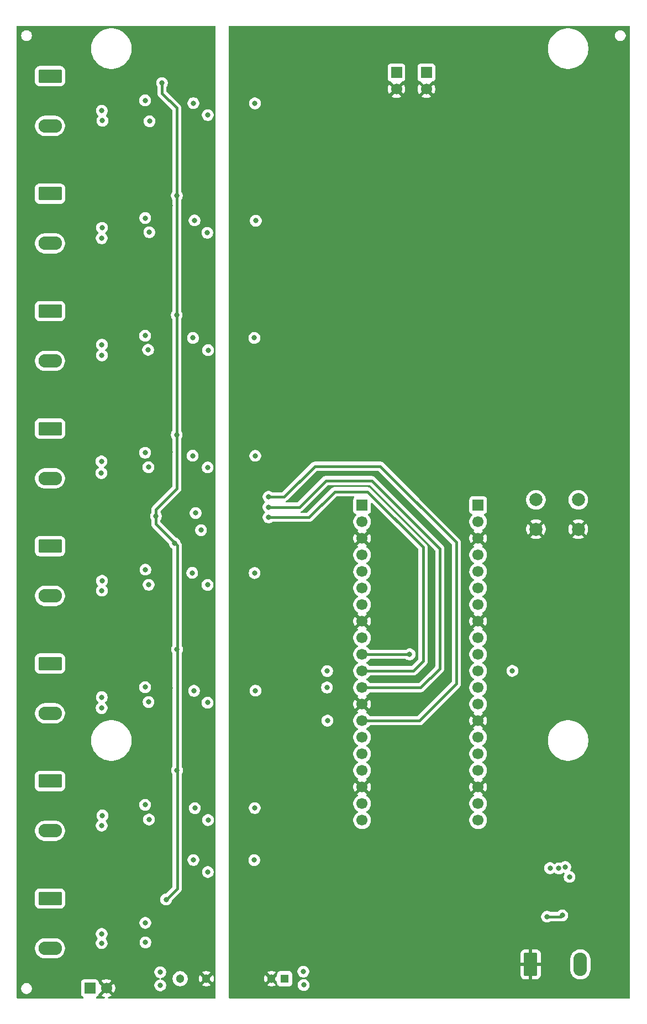
<source format=gbr>
%TF.GenerationSoftware,KiCad,Pcbnew,9.0.5*%
%TF.CreationDate,2025-12-25T13:02:37+01:00*%
%TF.ProjectId,leak_current_detector,6c65616b-5f63-4757-9272-656e745f6465,0.1*%
%TF.SameCoordinates,Original*%
%TF.FileFunction,Copper,L6,Bot*%
%TF.FilePolarity,Positive*%
%FSLAX46Y46*%
G04 Gerber Fmt 4.6, Leading zero omitted, Abs format (unit mm)*
G04 Created by KiCad (PCBNEW 9.0.5) date 2025-12-25 13:02:37*
%MOMM*%
%LPD*%
G01*
G04 APERTURE LIST*
G04 Aperture macros list*
%AMRoundRect*
0 Rectangle with rounded corners*
0 $1 Rounding radius*
0 $2 $3 $4 $5 $6 $7 $8 $9 X,Y pos of 4 corners*
0 Add a 4 corners polygon primitive as box body*
4,1,4,$2,$3,$4,$5,$6,$7,$8,$9,$2,$3,0*
0 Add four circle primitives for the rounded corners*
1,1,$1+$1,$2,$3*
1,1,$1+$1,$4,$5*
1,1,$1+$1,$6,$7*
1,1,$1+$1,$8,$9*
0 Add four rect primitives between the rounded corners*
20,1,$1+$1,$2,$3,$4,$5,0*
20,1,$1+$1,$4,$5,$6,$7,0*
20,1,$1+$1,$6,$7,$8,$9,0*
20,1,$1+$1,$8,$9,$2,$3,0*%
G04 Aperture macros list end*
%TA.AperFunction,ComponentPad*%
%ADD10RoundRect,0.250001X-1.549999X0.799999X-1.549999X-0.799999X1.549999X-0.799999X1.549999X0.799999X0*%
%TD*%
%TA.AperFunction,ComponentPad*%
%ADD11O,3.600000X2.100000*%
%TD*%
%TA.AperFunction,ComponentPad*%
%ADD12RoundRect,0.250001X-0.799999X-1.549999X0.799999X-1.549999X0.799999X1.549999X-0.799999X1.549999X0*%
%TD*%
%TA.AperFunction,ComponentPad*%
%ADD13O,2.100000X3.600000*%
%TD*%
%TA.AperFunction,ComponentPad*%
%ADD14R,1.700000X1.700000*%
%TD*%
%TA.AperFunction,ComponentPad*%
%ADD15C,1.700000*%
%TD*%
%TA.AperFunction,HeatsinkPad*%
%ADD16R,2.500000X2.500000*%
%TD*%
%TA.AperFunction,ComponentPad*%
%ADD17C,2.000000*%
%TD*%
%TA.AperFunction,ComponentPad*%
%ADD18R,1.303000X1.303000*%
%TD*%
%TA.AperFunction,ComponentPad*%
%ADD19C,1.303000*%
%TD*%
%TA.AperFunction,ViaPad*%
%ADD20C,0.800000*%
%TD*%
%TA.AperFunction,Conductor*%
%ADD21C,0.400000*%
%TD*%
G04 APERTURE END LIST*
D10*
%TO.P,J4,1,Pin_1*%
%TO.N,/FEE_4/signal*%
X30602500Y-87215000D03*
D11*
%TO.P,J4,2,Pin_2*%
%TO.N,Net-(J4-Pin_2)*%
X30602500Y-94835000D03*
%TD*%
D10*
%TO.P,J3,1,Pin_1*%
%TO.N,/FEE_3/signal*%
X30602500Y-69215000D03*
D11*
%TO.P,J3,2,Pin_2*%
%TO.N,Net-(J3-Pin_2)*%
X30602500Y-76835000D03*
%TD*%
D12*
%TO.P,J9,1,Pin_1*%
%TO.N,GND*%
X104255000Y-169302500D03*
D13*
%TO.P,J9,2,Pin_2*%
%TO.N,powerIn*%
X111875000Y-169302500D03*
%TD*%
D14*
%TO.P,J14,1,Pin_1*%
%TO.N,+3V3A*%
X36705000Y-172940000D03*
D15*
%TO.P,J14,2,Pin_2*%
%TO.N,GNDA*%
X39245000Y-172940000D03*
%TD*%
D14*
%TO.P,J11,1,Pin_1*%
%TO.N,unconnected-(J11-Pin_1-Pad1)*%
X96210000Y-98950000D03*
D15*
%TO.P,J11,2,Pin_2*%
%TO.N,+5V*%
X96210000Y-101490000D03*
%TO.P,J11,3,Pin_3*%
%TO.N,GND*%
X96210000Y-104030000D03*
%TO.P,J11,4,Pin_4*%
%TO.N,unconnected-(J11-Pin_4-Pad4)*%
X96210000Y-106570000D03*
%TO.P,J11,5,Pin_5*%
%TO.N,+3V3*%
X96210000Y-109110000D03*
%TO.P,J11,6,Pin_6*%
%TO.N,unconnected-(J11-Pin_6-Pad6)*%
X96210000Y-111650000D03*
%TO.P,J11,7,Pin_7*%
%TO.N,unconnected-(J11-Pin_7-Pad7)*%
X96210000Y-114190000D03*
%TO.P,J11,8,Pin_8*%
%TO.N,GND*%
X96210000Y-116730000D03*
%TO.P,J11,9,Pin_9*%
%TO.N,unconnected-(J11-Pin_9-Pad9)*%
X96210000Y-119270000D03*
%TO.P,J11,10,Pin_10*%
%TO.N,unconnected-(J11-Pin_10-Pad10)*%
X96210000Y-121810000D03*
%TO.P,J11,11,Pin_11*%
%TO.N,Net-(J11-Pin_11)*%
X96210000Y-124350000D03*
%TO.P,J11,12,Pin_12*%
%TO.N,unconnected-(J11-Pin_12-Pad12)*%
X96210000Y-126890000D03*
%TO.P,J11,13,Pin_13*%
%TO.N,unconnected-(J11-Pin_13-Pad13)*%
X96210000Y-129430000D03*
%TO.P,J11,14,Pin_14*%
%TO.N,GND*%
X96210000Y-131970000D03*
%TO.P,J11,15,Pin_15*%
%TO.N,unconnected-(J11-Pin_15-Pad15)*%
X96210000Y-134510000D03*
%TO.P,J11,16,Pin_16*%
%TO.N,unconnected-(J11-Pin_16-Pad16)*%
X96210000Y-137050000D03*
%TO.P,J11,17,Pin_17*%
%TO.N,unconnected-(J11-Pin_17-Pad17)*%
X96210000Y-139590000D03*
%TO.P,J11,18,Pin_18*%
%TO.N,GND*%
X96210000Y-142130000D03*
%TO.P,J11,19,Pin_19*%
%TO.N,unconnected-(J11-Pin_19-Pad19)*%
X96210000Y-144670000D03*
%TO.P,J11,20,Pin_20*%
%TO.N,unconnected-(J11-Pin_20-Pad20)*%
X96210000Y-147210000D03*
%TD*%
D10*
%TO.P,J7,1,Pin_1*%
%TO.N,/FEE_7/signal*%
X30602500Y-141215000D03*
D11*
%TO.P,J7,2,Pin_2*%
%TO.N,Net-(J7-Pin_2)*%
X30602500Y-148835000D03*
%TD*%
D14*
%TO.P,J12,1,Pin_1*%
%TO.N,+5V*%
X83690000Y-32670000D03*
D15*
%TO.P,J12,2,Pin_2*%
%TO.N,GND*%
X83690000Y-35210000D03*
%TD*%
D10*
%TO.P,J1,1,Pin_1*%
%TO.N,/FEE_1/signal*%
X30602500Y-33215000D03*
D11*
%TO.P,J1,2,Pin_2*%
%TO.N,Net-(J1-Pin_2)*%
X30602500Y-40835000D03*
%TD*%
D10*
%TO.P,J2,1,Pin_1*%
%TO.N,/FEE_2/signal*%
X30602500Y-51215000D03*
D11*
%TO.P,J2,2,Pin_2*%
%TO.N,Net-(J2-Pin_2)*%
X30602500Y-58835000D03*
%TD*%
D16*
%TO.P,U26,21,EP*%
%TO.N,GND*%
X107240000Y-158260000D03*
%TD*%
D10*
%TO.P,J6,1,Pin_1*%
%TO.N,/FEE_6/signal*%
X30602500Y-123215000D03*
D11*
%TO.P,J6,2,Pin_2*%
%TO.N,Net-(J6-Pin_2)*%
X30602500Y-130835000D03*
%TD*%
D14*
%TO.P,J13,1,Pin_1*%
%TO.N,+3V3*%
X88280000Y-32670000D03*
D15*
%TO.P,J13,2,Pin_2*%
%TO.N,GND*%
X88280000Y-35210000D03*
%TD*%
D17*
%TO.P,SW1,1,1*%
%TO.N,Net-(J11-Pin_11)*%
X105060000Y-98120000D03*
X111560000Y-98120000D03*
%TO.P,SW1,2,2*%
%TO.N,GND*%
X105060000Y-102620000D03*
X111560000Y-102620000D03*
%TD*%
D10*
%TO.P,J8,1,Pin_1*%
%TO.N,/FEE_8/signal*%
X30602500Y-159215000D03*
D11*
%TO.P,J8,2,Pin_2*%
%TO.N,Net-(J8-Pin_2)*%
X30602500Y-166835000D03*
%TD*%
D14*
%TO.P,J10,1,Pin_1*%
%TO.N,relay_0*%
X78430000Y-98950000D03*
D15*
%TO.P,J10,2,Pin_2*%
%TO.N,relay_1*%
X78430000Y-101490000D03*
%TO.P,J10,3,Pin_3*%
%TO.N,GND*%
X78430000Y-104030000D03*
%TO.P,J10,4,Pin_4*%
%TO.N,relay_2*%
X78430000Y-106570000D03*
%TO.P,J10,5,Pin_5*%
%TO.N,relay_3*%
X78430000Y-109110000D03*
%TO.P,J10,6,Pin_6*%
%TO.N,relay_4*%
X78430000Y-111650000D03*
%TO.P,J10,7,Pin_7*%
%TO.N,relay_5*%
X78430000Y-114190000D03*
%TO.P,J10,8,Pin_8*%
%TO.N,GND*%
X78430000Y-116730000D03*
%TO.P,J10,9,Pin_9*%
%TO.N,relay_6*%
X78430000Y-119270000D03*
%TO.P,J10,10,Pin_10*%
%TO.N,relay_7*%
X78430000Y-121810000D03*
%TO.P,J10,11,Pin_11*%
%TO.N,Net-(J10-Pin_11)*%
X78430000Y-124350000D03*
%TO.P,J10,12,Pin_12*%
%TO.N,Net-(J10-Pin_12)*%
X78430000Y-126890000D03*
%TO.P,J10,13,Pin_13*%
%TO.N,GND*%
X78430000Y-129430000D03*
%TO.P,J10,14,Pin_14*%
%TO.N,Net-(J10-Pin_14)*%
X78430000Y-131970000D03*
%TO.P,J10,15,Pin_15*%
%TO.N,unconnected-(J10-Pin_15-Pad15)*%
X78430000Y-134510000D03*
%TO.P,J10,16,Pin_16*%
%TO.N,unconnected-(J10-Pin_16-Pad16)*%
X78430000Y-137050000D03*
%TO.P,J10,17,Pin_17*%
%TO.N,unconnected-(J10-Pin_17-Pad17)*%
X78430000Y-139590000D03*
%TO.P,J10,18,Pin_18*%
%TO.N,GND*%
X78430000Y-142130000D03*
%TO.P,J10,19,Pin_19*%
%TO.N,unconnected-(J10-Pin_19-Pad19)*%
X78430000Y-144670000D03*
%TO.P,J10,20,Pin_20*%
%TO.N,unconnected-(J10-Pin_20-Pad20)*%
X78430000Y-147210000D03*
%TD*%
D10*
%TO.P,J5,1,Pin_1*%
%TO.N,/FEE_5/signal*%
X30602500Y-105215000D03*
D11*
%TO.P,J5,2,Pin_2*%
%TO.N,Net-(J5-Pin_2)*%
X30602500Y-112835000D03*
%TD*%
D18*
%TO.P,PS2,1,+VIN*%
%TO.N,+5V*%
X66550000Y-171490000D03*
D19*
%TO.P,PS2,2,-VIN*%
%TO.N,GND*%
X64550000Y-171490000D03*
%TO.P,PS2,7,-VOUT*%
%TO.N,GNDA*%
X54550000Y-171490000D03*
%TO.P,PS2,9,+VOUT*%
%TO.N,+3V3A*%
X50550000Y-171490000D03*
%TD*%
D20*
%TO.N,GNDA*%
X48710000Y-99810000D03*
X34890000Y-39950000D03*
X52550000Y-150820000D03*
X50390000Y-98470000D03*
X46580000Y-37690000D03*
X36810000Y-70800000D03*
X44200000Y-152780000D03*
X44200000Y-153960000D03*
X48970000Y-108870000D03*
X42480000Y-58020000D03*
X52420000Y-88840000D03*
X46690000Y-91620000D03*
X52630000Y-70840000D03*
X51360000Y-57180000D03*
X36080000Y-166870000D03*
X48240000Y-110020000D03*
X48980000Y-53040000D03*
X36620000Y-79210000D03*
X44200000Y-155060000D03*
X43420000Y-111070000D03*
X36670000Y-142610000D03*
X42910000Y-154000000D03*
X36740000Y-52680000D03*
X49020000Y-162660000D03*
X46460000Y-163680000D03*
X35160000Y-93990000D03*
X36410000Y-115170000D03*
X49010000Y-90800000D03*
X49950000Y-101650000D03*
X39920000Y-89740000D03*
X51307250Y-93187250D03*
X46740000Y-109750000D03*
X46890000Y-127670000D03*
X42450000Y-165810000D03*
X51400000Y-155170000D03*
X51400000Y-111160000D03*
X46740000Y-73660000D03*
X51350000Y-75200000D03*
X36620000Y-160820000D03*
X49010000Y-126940000D03*
X36800000Y-43200000D03*
X48220000Y-74040000D03*
X39870000Y-143740000D03*
X43840000Y-170410000D03*
X48230000Y-56080000D03*
X35050000Y-75990000D03*
X36680000Y-34620000D03*
X43320000Y-129020000D03*
X43780000Y-172520000D03*
X36760000Y-88760000D03*
X39790000Y-107790000D03*
X39940000Y-71720000D03*
X52570000Y-124880000D03*
X43430000Y-39080000D03*
X52490000Y-34820000D03*
X40100000Y-161720000D03*
X46780000Y-166000000D03*
X39750000Y-35750000D03*
X35080000Y-57990000D03*
X35150000Y-129970000D03*
X48240000Y-146010000D03*
X39900000Y-53770000D03*
X36570000Y-151190000D03*
X36710000Y-124710000D03*
X36590000Y-61190000D03*
X39830000Y-125740000D03*
X51370000Y-129170000D03*
X35150000Y-111970000D03*
X52790000Y-142817250D03*
X42520000Y-93960000D03*
X50530000Y-102570000D03*
X51440000Y-39160000D03*
X46800000Y-55680000D03*
X48385000Y-39190000D03*
X48240000Y-127930000D03*
X45380000Y-153960000D03*
X48610000Y-70710000D03*
X52590000Y-106780000D03*
X36620000Y-169240000D03*
X48180000Y-92020000D03*
X46940000Y-145650000D03*
X35200000Y-147970000D03*
X36600000Y-133220000D03*
X43410000Y-147050000D03*
X50080000Y-35810000D03*
X36610000Y-97160000D03*
X52530000Y-52800000D03*
%TO.N,GND*%
X108260000Y-158260000D03*
X69320000Y-123880000D03*
X68780000Y-153330000D03*
X68760000Y-91250000D03*
X88980000Y-121320000D03*
X69280000Y-141940000D03*
X108000000Y-165260000D03*
X69420000Y-33910000D03*
X81690000Y-125590000D03*
X69410000Y-87980000D03*
X106360000Y-158260000D03*
X68790000Y-55260000D03*
X106360000Y-157270000D03*
X103270000Y-158020000D03*
X107240000Y-159260000D03*
X108260000Y-159240000D03*
X106370000Y-159260000D03*
X112600000Y-155700000D03*
X69280000Y-105920000D03*
X108260000Y-157250000D03*
X73220000Y-170400000D03*
X68710000Y-127200000D03*
X69350000Y-149910000D03*
X69300000Y-69920000D03*
X68790000Y-37310000D03*
X68820000Y-73340000D03*
X107240000Y-158260000D03*
X110050000Y-165250000D03*
X107240000Y-157260000D03*
X68820000Y-109300000D03*
X103460000Y-159530000D03*
X68880000Y-145250000D03*
X69400000Y-51840000D03*
X73120000Y-172490000D03*
X103270000Y-156940000D03*
%TO.N,powerIn*%
X109097500Y-161790000D03*
X106767500Y-161990000D03*
%TO.N,+5V*%
X69420000Y-170410000D03*
X108577500Y-154600000D03*
X110217500Y-155900000D03*
X107227500Y-154570000D03*
X109567500Y-154370000D03*
X69470000Y-172460000D03*
%TO.N,+3V3A*%
X54830000Y-75200000D03*
X38540000Y-38510000D03*
X54790000Y-155150000D03*
X38470000Y-94030000D03*
X54710000Y-57210000D03*
X45210000Y-162940000D03*
X45170000Y-126830000D03*
X54820000Y-147190000D03*
X45170000Y-144850000D03*
X38570000Y-56450000D03*
X47500000Y-172510000D03*
X52570000Y-153310000D03*
X38520000Y-58050000D03*
X54740000Y-129200000D03*
X45220000Y-108820000D03*
X52750000Y-55310000D03*
X53740000Y-102780000D03*
X38480000Y-92240000D03*
X45700000Y-129100000D03*
X45770000Y-147110000D03*
X38520000Y-166040000D03*
X38560000Y-112030000D03*
X45820000Y-57120000D03*
X54760000Y-93160000D03*
X38520000Y-148030000D03*
X38560000Y-76000000D03*
X52670000Y-127390000D03*
X45230000Y-165940000D03*
X54750000Y-111160000D03*
X52510000Y-73320000D03*
X38510000Y-130030000D03*
X52390000Y-109320000D03*
X47500000Y-170490000D03*
X45190000Y-54950000D03*
X38570000Y-110540000D03*
X52450000Y-91370000D03*
X45180000Y-36930000D03*
X38560000Y-74360000D03*
X38540000Y-128360000D03*
X45640000Y-75140000D03*
X52920000Y-100160000D03*
X45710000Y-111140000D03*
X45690000Y-93130000D03*
X54770000Y-39170000D03*
X45180000Y-72980000D03*
X45170000Y-90910000D03*
X45855000Y-40120000D03*
X52800000Y-145357250D03*
X38520000Y-164630000D03*
X38640000Y-146490000D03*
X38640000Y-40040000D03*
X52570000Y-37360000D03*
%TO.N,relay_7*%
X85720000Y-121800000D03*
%TO.N,Net-(J10-Pin_11)*%
X64090000Y-100810000D03*
%TO.N,Net-(J10-Pin_12)*%
X64090000Y-99230000D03*
%TO.N,Net-(J10-Pin_14)*%
X64090000Y-97660000D03*
%TO.N,+3V3*%
X61900000Y-153330000D03*
X62130000Y-55370000D03*
X101450000Y-124330000D03*
X62090000Y-127360000D03*
X73110000Y-131960000D03*
X62050000Y-91380000D03*
X61920000Y-73320000D03*
X73040000Y-126880000D03*
X73070000Y-124360000D03*
X61950000Y-109340000D03*
X61970000Y-145350000D03*
X62000000Y-37390000D03*
%TO.N,OUT*%
X50040000Y-51540000D03*
X47760000Y-34260000D03*
X49710000Y-104760000D03*
X46830000Y-100650000D03*
X50020000Y-69820000D03*
X50020000Y-88150000D03*
X48400000Y-159360000D03*
X50070000Y-121060000D03*
X50060000Y-139570000D03*
%TD*%
D21*
%TO.N,powerIn*%
X108897500Y-161990000D02*
X109097500Y-161790000D01*
X106767500Y-161990000D02*
X108897500Y-161990000D01*
%TO.N,relay_7*%
X84360000Y-121810000D02*
X78430000Y-121810000D01*
X85720000Y-121800000D02*
X84370000Y-121800000D01*
X84370000Y-121800000D02*
X84360000Y-121810000D01*
%TO.N,Net-(J10-Pin_11)*%
X78470000Y-124310000D02*
X78430000Y-124350000D01*
X87770000Y-105410000D02*
X87770000Y-122850000D01*
X79220000Y-96860000D02*
X87770000Y-105410000D01*
X86310000Y-124310000D02*
X78470000Y-124310000D01*
X70280000Y-100810000D02*
X74230000Y-96860000D01*
X74230000Y-96860000D02*
X79220000Y-96860000D01*
X64090000Y-100810000D02*
X70280000Y-100810000D01*
X87770000Y-122850000D02*
X86310000Y-124310000D01*
%TO.N,Net-(J10-Pin_12)*%
X90320000Y-123970000D02*
X87390000Y-126900000D01*
X90320000Y-105580000D02*
X90320000Y-123970000D01*
X64090000Y-99230000D02*
X68810000Y-99230000D01*
X68810000Y-99230000D02*
X72860000Y-95180000D01*
X78440000Y-126900000D02*
X78430000Y-126890000D01*
X72860000Y-95180000D02*
X79920000Y-95180000D01*
X87390000Y-126900000D02*
X78440000Y-126900000D01*
X79920000Y-95180000D02*
X90320000Y-105580000D01*
%TO.N,Net-(J10-Pin_14)*%
X81210000Y-92980000D02*
X92870000Y-104640000D01*
X87220000Y-131970000D02*
X78430000Y-131970000D01*
X66490000Y-97660000D02*
X71170000Y-92980000D01*
X71170000Y-92980000D02*
X81210000Y-92980000D01*
X92870000Y-126320000D02*
X87220000Y-131970000D01*
X64090000Y-97660000D02*
X66490000Y-97660000D01*
X92870000Y-104640000D02*
X92870000Y-126320000D01*
%TO.N,OUT*%
X46830000Y-101850000D02*
X50090000Y-105110000D01*
X50020000Y-96410000D02*
X50020000Y-38100000D01*
X50090000Y-157670000D02*
X48400000Y-159360000D01*
X50020000Y-38100000D02*
X47760000Y-35840000D01*
X46830000Y-100650000D02*
X46830000Y-99600000D01*
X47760000Y-35840000D02*
X47760000Y-34260000D01*
X50090000Y-105110000D02*
X50090000Y-122580000D01*
X50090000Y-122580000D02*
X50090000Y-157670000D01*
X46830000Y-99600000D02*
X50020000Y-96410000D01*
X46830000Y-100650000D02*
X46830000Y-101850000D01*
%TD*%
%TA.AperFunction,Conductor*%
%TO.N,GNDA*%
G36*
X55943039Y-25520185D02*
G01*
X55988794Y-25572989D01*
X56000000Y-25624500D01*
X56000000Y-174375500D01*
X55980315Y-174442539D01*
X55927511Y-174488294D01*
X55876000Y-174499500D01*
X39596950Y-174499500D01*
X39529911Y-174479815D01*
X39484156Y-174427011D01*
X39474212Y-174357853D01*
X39503237Y-174294297D01*
X39558632Y-174257569D01*
X39763217Y-174191095D01*
X39952554Y-174094622D01*
X40006716Y-174055270D01*
X40006717Y-174055270D01*
X39374408Y-173422962D01*
X39437993Y-173405925D01*
X39552007Y-173340099D01*
X39645099Y-173247007D01*
X39710925Y-173132993D01*
X39727962Y-173069408D01*
X40360270Y-173701717D01*
X40360270Y-173701716D01*
X40399622Y-173647554D01*
X40496095Y-173458217D01*
X40561757Y-173256130D01*
X40561757Y-173256127D01*
X40595000Y-173046246D01*
X40595000Y-172833753D01*
X40561757Y-172623872D01*
X40561757Y-172623869D01*
X40496095Y-172421782D01*
X40399624Y-172232449D01*
X40360270Y-172178282D01*
X40360269Y-172178282D01*
X39727962Y-172810590D01*
X39710925Y-172747007D01*
X39645099Y-172632993D01*
X39552007Y-172539901D01*
X39437993Y-172474075D01*
X39374409Y-172457037D01*
X40006716Y-171824728D01*
X39952550Y-171785375D01*
X39763217Y-171688904D01*
X39561129Y-171623242D01*
X39351246Y-171590000D01*
X39138754Y-171590000D01*
X38928872Y-171623242D01*
X38928869Y-171623242D01*
X38726782Y-171688904D01*
X38537439Y-171785380D01*
X38483282Y-171824727D01*
X38483282Y-171824728D01*
X39115591Y-172457037D01*
X39052007Y-172474075D01*
X38937993Y-172539901D01*
X38844901Y-172632993D01*
X38779075Y-172747007D01*
X38762037Y-172810591D01*
X38091818Y-172140372D01*
X38058333Y-172079049D01*
X38058330Y-172079036D01*
X38055499Y-172066015D01*
X38055499Y-172042128D01*
X38049091Y-171982517D01*
X38007125Y-171870000D01*
X37998798Y-171847673D01*
X37998793Y-171847664D01*
X37912547Y-171732455D01*
X37912544Y-171732452D01*
X37797335Y-171646206D01*
X37797328Y-171646202D01*
X37662482Y-171595908D01*
X37662483Y-171595908D01*
X37602883Y-171589501D01*
X37602881Y-171589500D01*
X37602873Y-171589500D01*
X37602864Y-171589500D01*
X35807129Y-171589500D01*
X35807123Y-171589501D01*
X35747516Y-171595908D01*
X35612671Y-171646202D01*
X35612664Y-171646206D01*
X35497455Y-171732452D01*
X35497452Y-171732455D01*
X35411206Y-171847664D01*
X35411202Y-171847671D01*
X35360908Y-171982517D01*
X35354501Y-172042116D01*
X35354500Y-172042135D01*
X35354500Y-173837870D01*
X35354501Y-173837876D01*
X35360908Y-173897483D01*
X35411202Y-174032328D01*
X35411206Y-174032335D01*
X35497452Y-174147544D01*
X35497455Y-174147547D01*
X35612664Y-174233793D01*
X35612671Y-174233797D01*
X35681096Y-174259318D01*
X35737030Y-174301189D01*
X35761447Y-174366653D01*
X35746595Y-174434926D01*
X35697190Y-174484332D01*
X35637763Y-174499500D01*
X25624500Y-174499500D01*
X25557461Y-174479815D01*
X25511706Y-174427011D01*
X25500500Y-174375500D01*
X25500500Y-172918592D01*
X26173500Y-172918592D01*
X26173500Y-173081407D01*
X26205259Y-173241073D01*
X26205262Y-173241082D01*
X26267562Y-173391490D01*
X26267563Y-173391492D01*
X26358015Y-173526862D01*
X26358018Y-173526866D01*
X26473133Y-173641981D01*
X26473137Y-173641984D01*
X26608505Y-173732435D01*
X26608506Y-173732435D01*
X26608507Y-173732436D01*
X26608509Y-173732437D01*
X26675717Y-173760275D01*
X26758919Y-173794738D01*
X26758921Y-173794738D01*
X26758926Y-173794740D01*
X26918592Y-173826499D01*
X26918595Y-173826500D01*
X26918597Y-173826500D01*
X27081405Y-173826500D01*
X27081406Y-173826499D01*
X27134629Y-173815912D01*
X27241073Y-173794740D01*
X27241076Y-173794738D01*
X27241081Y-173794738D01*
X27391495Y-173732435D01*
X27526863Y-173641984D01*
X27641984Y-173526863D01*
X27732435Y-173391495D01*
X27794738Y-173241081D01*
X27826500Y-173081403D01*
X27826500Y-172918597D01*
X27826500Y-172918594D01*
X27826499Y-172918592D01*
X27794740Y-172758926D01*
X27794737Y-172758917D01*
X27732437Y-172608509D01*
X27732436Y-172608507D01*
X27725878Y-172598693D01*
X27641984Y-172473137D01*
X27641981Y-172473133D01*
X27526866Y-172358018D01*
X27526862Y-172358015D01*
X27391492Y-172267563D01*
X27391490Y-172267562D01*
X27241082Y-172205262D01*
X27241073Y-172205259D01*
X27081406Y-172173500D01*
X27081403Y-172173500D01*
X26918597Y-172173500D01*
X26918594Y-172173500D01*
X26758926Y-172205259D01*
X26758917Y-172205262D01*
X26608509Y-172267562D01*
X26608507Y-172267563D01*
X26473137Y-172358015D01*
X26473133Y-172358018D01*
X26358018Y-172473133D01*
X26358015Y-172473137D01*
X26267563Y-172608507D01*
X26267562Y-172608509D01*
X26205262Y-172758917D01*
X26205259Y-172758926D01*
X26173500Y-172918592D01*
X25500500Y-172918592D01*
X25500500Y-170401304D01*
X46599500Y-170401304D01*
X46599500Y-170578695D01*
X46634103Y-170752658D01*
X46634106Y-170752667D01*
X46701983Y-170916540D01*
X46701990Y-170916553D01*
X46800535Y-171064034D01*
X46800538Y-171064038D01*
X46925961Y-171189461D01*
X46925965Y-171189464D01*
X47073446Y-171288009D01*
X47073459Y-171288016D01*
X47196363Y-171338923D01*
X47237334Y-171355894D01*
X47264233Y-171361244D01*
X47350390Y-171378383D01*
X47412301Y-171410768D01*
X47446875Y-171471484D01*
X47443135Y-171541253D01*
X47402268Y-171597925D01*
X47350390Y-171621617D01*
X47237340Y-171644104D01*
X47237332Y-171644106D01*
X47073459Y-171711983D01*
X47073446Y-171711990D01*
X46925965Y-171810535D01*
X46925961Y-171810538D01*
X46800538Y-171935961D01*
X46800535Y-171935965D01*
X46701990Y-172083446D01*
X46701983Y-172083459D01*
X46634106Y-172247332D01*
X46634103Y-172247341D01*
X46599500Y-172421304D01*
X46599500Y-172598695D01*
X46634103Y-172772658D01*
X46634106Y-172772667D01*
X46701983Y-172936540D01*
X46701990Y-172936553D01*
X46800535Y-173084034D01*
X46800538Y-173084038D01*
X46925961Y-173209461D01*
X46925965Y-173209464D01*
X47073446Y-173308009D01*
X47073459Y-173308016D01*
X47150916Y-173340099D01*
X47237334Y-173375894D01*
X47237336Y-173375894D01*
X47237341Y-173375896D01*
X47411304Y-173410499D01*
X47411307Y-173410500D01*
X47411309Y-173410500D01*
X47588693Y-173410500D01*
X47588694Y-173410499D01*
X47646682Y-173398964D01*
X47762658Y-173375896D01*
X47762661Y-173375894D01*
X47762666Y-173375894D01*
X47926547Y-173308013D01*
X48074035Y-173209464D01*
X48199464Y-173084035D01*
X48298013Y-172936547D01*
X48365894Y-172772666D01*
X48368629Y-172758919D01*
X48395492Y-172623869D01*
X48400500Y-172598691D01*
X48400500Y-172421309D01*
X48400500Y-172421306D01*
X48400499Y-172421304D01*
X48365896Y-172247341D01*
X48365893Y-172247332D01*
X48363054Y-172240479D01*
X48335311Y-172173500D01*
X48298016Y-172083459D01*
X48298009Y-172083446D01*
X48199464Y-171935965D01*
X48199461Y-171935961D01*
X48074038Y-171810538D01*
X48074034Y-171810535D01*
X47926553Y-171711990D01*
X47926540Y-171711983D01*
X47762667Y-171644106D01*
X47762658Y-171644103D01*
X47649610Y-171621617D01*
X47587699Y-171589232D01*
X47553124Y-171528516D01*
X47556864Y-171458747D01*
X47597731Y-171402075D01*
X47603742Y-171399330D01*
X49398000Y-171399330D01*
X49398000Y-171580669D01*
X49426365Y-171759757D01*
X49426366Y-171759761D01*
X49462185Y-171870000D01*
X49482401Y-171932216D01*
X49538398Y-172042116D01*
X49564721Y-172093779D01*
X49671304Y-172240477D01*
X49799523Y-172368696D01*
X49946221Y-172475279D01*
X50107786Y-172557600D01*
X50280239Y-172613634D01*
X50344861Y-172623869D01*
X50459331Y-172642000D01*
X50459336Y-172642000D01*
X50640669Y-172642000D01*
X50755139Y-172623869D01*
X50819761Y-172613634D01*
X50992214Y-172557600D01*
X51153779Y-172475279D01*
X51300477Y-172368696D01*
X51428696Y-172240477D01*
X51535279Y-172093779D01*
X51617600Y-171932214D01*
X51673634Y-171759761D01*
X51686241Y-171680162D01*
X51702000Y-171580669D01*
X51702000Y-171399370D01*
X53398500Y-171399370D01*
X53398500Y-171580629D01*
X53426852Y-171759640D01*
X53482864Y-171932025D01*
X53565150Y-172093520D01*
X53576837Y-172109606D01*
X53576838Y-172109606D01*
X54170000Y-171516445D01*
X54170000Y-171540028D01*
X54195896Y-171636675D01*
X54245924Y-171723325D01*
X54316675Y-171794076D01*
X54403325Y-171844104D01*
X54499972Y-171870000D01*
X54523553Y-171870000D01*
X53930391Y-172463160D01*
X53930392Y-172463161D01*
X53946478Y-172474848D01*
X54107974Y-172557135D01*
X54280359Y-172613147D01*
X54280358Y-172613147D01*
X54459371Y-172641500D01*
X54640629Y-172641500D01*
X54819640Y-172613147D01*
X54992025Y-172557135D01*
X55153514Y-172474853D01*
X55169607Y-172463160D01*
X54576448Y-171870000D01*
X54600028Y-171870000D01*
X54696675Y-171844104D01*
X54783325Y-171794076D01*
X54854076Y-171723325D01*
X54904104Y-171636675D01*
X54930000Y-171540028D01*
X54930000Y-171516446D01*
X55523160Y-172109606D01*
X55534853Y-172093514D01*
X55617135Y-171932025D01*
X55673147Y-171759640D01*
X55701500Y-171580629D01*
X55701500Y-171399370D01*
X55673147Y-171220359D01*
X55617135Y-171047974D01*
X55534848Y-170886478D01*
X55523161Y-170870392D01*
X55523160Y-170870391D01*
X54930000Y-171463551D01*
X54930000Y-171439972D01*
X54904104Y-171343325D01*
X54854076Y-171256675D01*
X54783325Y-171185924D01*
X54696675Y-171135896D01*
X54600028Y-171110000D01*
X54576447Y-171110000D01*
X55169606Y-170516838D01*
X55169606Y-170516837D01*
X55153520Y-170505150D01*
X54992025Y-170422864D01*
X54819640Y-170366852D01*
X54819641Y-170366852D01*
X54640629Y-170338500D01*
X54459371Y-170338500D01*
X54280359Y-170366852D01*
X54107974Y-170422864D01*
X53946484Y-170505147D01*
X53930392Y-170516837D01*
X53930392Y-170516838D01*
X54523554Y-171110000D01*
X54499972Y-171110000D01*
X54403325Y-171135896D01*
X54316675Y-171185924D01*
X54245924Y-171256675D01*
X54195896Y-171343325D01*
X54170000Y-171439972D01*
X54170000Y-171463554D01*
X53576838Y-170870392D01*
X53576837Y-170870392D01*
X53565147Y-170886484D01*
X53482864Y-171047974D01*
X53426852Y-171220359D01*
X53398500Y-171399370D01*
X51702000Y-171399370D01*
X51702000Y-171399330D01*
X51673634Y-171220242D01*
X51673634Y-171220239D01*
X51617600Y-171047786D01*
X51535279Y-170886221D01*
X51428696Y-170739523D01*
X51300477Y-170611304D01*
X51153779Y-170504721D01*
X50992214Y-170422400D01*
X50819761Y-170366366D01*
X50819759Y-170366365D01*
X50819757Y-170366365D01*
X50640669Y-170338000D01*
X50640664Y-170338000D01*
X50459336Y-170338000D01*
X50459331Y-170338000D01*
X50280242Y-170366365D01*
X50107783Y-170422401D01*
X49946220Y-170504721D01*
X49929543Y-170516838D01*
X49799523Y-170611304D01*
X49799521Y-170611306D01*
X49799520Y-170611306D01*
X49671306Y-170739520D01*
X49671306Y-170739521D01*
X49671304Y-170739523D01*
X49625531Y-170802523D01*
X49564721Y-170886220D01*
X49482401Y-171047783D01*
X49426365Y-171220242D01*
X49398000Y-171399330D01*
X47603742Y-171399330D01*
X47649610Y-171378383D01*
X47762658Y-171355896D01*
X47762661Y-171355894D01*
X47762666Y-171355894D01*
X47926547Y-171288013D01*
X48074035Y-171189464D01*
X48199464Y-171064035D01*
X48298013Y-170916547D01*
X48365894Y-170752666D01*
X48368509Y-170739523D01*
X48400499Y-170578695D01*
X48400500Y-170578693D01*
X48400500Y-170401306D01*
X48400499Y-170401304D01*
X48365896Y-170227341D01*
X48365893Y-170227332D01*
X48298016Y-170063459D01*
X48298009Y-170063446D01*
X48199464Y-169915965D01*
X48199461Y-169915961D01*
X48074038Y-169790538D01*
X48074034Y-169790535D01*
X47926553Y-169691990D01*
X47926540Y-169691983D01*
X47762667Y-169624106D01*
X47762658Y-169624103D01*
X47588694Y-169589500D01*
X47588691Y-169589500D01*
X47411309Y-169589500D01*
X47411306Y-169589500D01*
X47237341Y-169624103D01*
X47237332Y-169624106D01*
X47073459Y-169691983D01*
X47073446Y-169691990D01*
X46925965Y-169790535D01*
X46925961Y-169790538D01*
X46800538Y-169915961D01*
X46800535Y-169915965D01*
X46701990Y-170063446D01*
X46701983Y-170063459D01*
X46634106Y-170227332D01*
X46634103Y-170227341D01*
X46599500Y-170401304D01*
X25500500Y-170401304D01*
X25500500Y-166712973D01*
X28302000Y-166712973D01*
X28302000Y-166957026D01*
X28340178Y-167198072D01*
X28415597Y-167430187D01*
X28526396Y-167647642D01*
X28669839Y-167845076D01*
X28669843Y-167845081D01*
X28842418Y-168017656D01*
X28842423Y-168017660D01*
X29014636Y-168142779D01*
X29039861Y-168161106D01*
X29257315Y-168271904D01*
X29489424Y-168347321D01*
X29730473Y-168385500D01*
X29730474Y-168385500D01*
X31474526Y-168385500D01*
X31474527Y-168385500D01*
X31715576Y-168347321D01*
X31947685Y-168271904D01*
X32165139Y-168161106D01*
X32362583Y-168017655D01*
X32535155Y-167845083D01*
X32678606Y-167647639D01*
X32789404Y-167430185D01*
X32864821Y-167198076D01*
X32903000Y-166957027D01*
X32903000Y-166712973D01*
X32864821Y-166471924D01*
X32789404Y-166239815D01*
X32678606Y-166022361D01*
X32626980Y-165951304D01*
X32535160Y-165824923D01*
X32535156Y-165824918D01*
X32362581Y-165652343D01*
X32362576Y-165652339D01*
X32165142Y-165508896D01*
X32165141Y-165508895D01*
X32165139Y-165508894D01*
X31947685Y-165398096D01*
X31715576Y-165322679D01*
X31715574Y-165322678D01*
X31715572Y-165322678D01*
X31547269Y-165296021D01*
X31474527Y-165284500D01*
X29730473Y-165284500D01*
X29674593Y-165293350D01*
X29489427Y-165322678D01*
X29257312Y-165398097D01*
X29039857Y-165508896D01*
X28842423Y-165652339D01*
X28842418Y-165652343D01*
X28669843Y-165824918D01*
X28669839Y-165824923D01*
X28526396Y-166022357D01*
X28415597Y-166239812D01*
X28415596Y-166239814D01*
X28415596Y-166239815D01*
X28341929Y-166466540D01*
X28340180Y-166471922D01*
X28340178Y-166471927D01*
X28302000Y-166712973D01*
X25500500Y-166712973D01*
X25500500Y-164541304D01*
X37619500Y-164541304D01*
X37619500Y-164718695D01*
X37654103Y-164892658D01*
X37654106Y-164892667D01*
X37721983Y-165056540D01*
X37721990Y-165056553D01*
X37820535Y-165204034D01*
X37820538Y-165204038D01*
X37863819Y-165247319D01*
X37897304Y-165308642D01*
X37892320Y-165378334D01*
X37863819Y-165422681D01*
X37820538Y-165465961D01*
X37820535Y-165465965D01*
X37721990Y-165613446D01*
X37721983Y-165613459D01*
X37654106Y-165777332D01*
X37654103Y-165777341D01*
X37619500Y-165951304D01*
X37619500Y-166128695D01*
X37654103Y-166302658D01*
X37654106Y-166302667D01*
X37721983Y-166466540D01*
X37721990Y-166466553D01*
X37820535Y-166614034D01*
X37820538Y-166614038D01*
X37945961Y-166739461D01*
X37945965Y-166739464D01*
X38093446Y-166838009D01*
X38093459Y-166838016D01*
X38216363Y-166888923D01*
X38257334Y-166905894D01*
X38257336Y-166905894D01*
X38257341Y-166905896D01*
X38431304Y-166940499D01*
X38431307Y-166940500D01*
X38431309Y-166940500D01*
X38608693Y-166940500D01*
X38608694Y-166940499D01*
X38666682Y-166928964D01*
X38782658Y-166905896D01*
X38782661Y-166905894D01*
X38782666Y-166905894D01*
X38946547Y-166838013D01*
X39094035Y-166739464D01*
X39219464Y-166614035D01*
X39318013Y-166466547D01*
X39385894Y-166302666D01*
X39420500Y-166128691D01*
X39420500Y-165951309D01*
X39420500Y-165951306D01*
X39404209Y-165869409D01*
X39404209Y-165869408D01*
X39400608Y-165851304D01*
X44329500Y-165851304D01*
X44329500Y-166028695D01*
X44364103Y-166202658D01*
X44364106Y-166202667D01*
X44431983Y-166366540D01*
X44431990Y-166366553D01*
X44530535Y-166514034D01*
X44530538Y-166514038D01*
X44655961Y-166639461D01*
X44655965Y-166639464D01*
X44803446Y-166738009D01*
X44803459Y-166738016D01*
X44926363Y-166788923D01*
X44967334Y-166805894D01*
X44967336Y-166805894D01*
X44967341Y-166805896D01*
X45141304Y-166840499D01*
X45141307Y-166840500D01*
X45141309Y-166840500D01*
X45318693Y-166840500D01*
X45318694Y-166840499D01*
X45376682Y-166828964D01*
X45492658Y-166805896D01*
X45492661Y-166805894D01*
X45492666Y-166805894D01*
X45656547Y-166738013D01*
X45804035Y-166639464D01*
X45929464Y-166514035D01*
X46028013Y-166366547D01*
X46095894Y-166202666D01*
X46130500Y-166028691D01*
X46130500Y-165851309D01*
X46130500Y-165851306D01*
X46130499Y-165851304D01*
X46095896Y-165677341D01*
X46095893Y-165677332D01*
X46085542Y-165652343D01*
X46069431Y-165613446D01*
X46028016Y-165513459D01*
X46028009Y-165513446D01*
X45929464Y-165365965D01*
X45929461Y-165365961D01*
X45804038Y-165240538D01*
X45804034Y-165240535D01*
X45656553Y-165141990D01*
X45656540Y-165141983D01*
X45492667Y-165074106D01*
X45492658Y-165074103D01*
X45318694Y-165039500D01*
X45318691Y-165039500D01*
X45141309Y-165039500D01*
X45141306Y-165039500D01*
X44967341Y-165074103D01*
X44967332Y-165074106D01*
X44803459Y-165141983D01*
X44803446Y-165141990D01*
X44655965Y-165240535D01*
X44655961Y-165240538D01*
X44530538Y-165365961D01*
X44530535Y-165365965D01*
X44431990Y-165513446D01*
X44431983Y-165513459D01*
X44364106Y-165677332D01*
X44364103Y-165677341D01*
X44329500Y-165851304D01*
X39400608Y-165851304D01*
X39385896Y-165777341D01*
X39385893Y-165777332D01*
X39318016Y-165613459D01*
X39318009Y-165613446D01*
X39219464Y-165465965D01*
X39219461Y-165465961D01*
X39176181Y-165422681D01*
X39142696Y-165361358D01*
X39147680Y-165291666D01*
X39176181Y-165247319D01*
X39219461Y-165204038D01*
X39219464Y-165204035D01*
X39318013Y-165056547D01*
X39385894Y-164892666D01*
X39420500Y-164718691D01*
X39420500Y-164541309D01*
X39420500Y-164541306D01*
X39420499Y-164541304D01*
X39385896Y-164367341D01*
X39385893Y-164367332D01*
X39318016Y-164203459D01*
X39318009Y-164203446D01*
X39219464Y-164055965D01*
X39219461Y-164055961D01*
X39094038Y-163930538D01*
X39094034Y-163930535D01*
X38946553Y-163831990D01*
X38946540Y-163831983D01*
X38782667Y-163764106D01*
X38782658Y-163764103D01*
X38608694Y-163729500D01*
X38608691Y-163729500D01*
X38431309Y-163729500D01*
X38431306Y-163729500D01*
X38257341Y-163764103D01*
X38257332Y-163764106D01*
X38093459Y-163831983D01*
X38093446Y-163831990D01*
X37945965Y-163930535D01*
X37945961Y-163930538D01*
X37820538Y-164055961D01*
X37820535Y-164055965D01*
X37721990Y-164203446D01*
X37721983Y-164203459D01*
X37654106Y-164367332D01*
X37654103Y-164367341D01*
X37619500Y-164541304D01*
X25500500Y-164541304D01*
X25500500Y-162851304D01*
X44309500Y-162851304D01*
X44309500Y-163028695D01*
X44344103Y-163202658D01*
X44344106Y-163202667D01*
X44411983Y-163366540D01*
X44411990Y-163366553D01*
X44510535Y-163514034D01*
X44510538Y-163514038D01*
X44635961Y-163639461D01*
X44635965Y-163639464D01*
X44783446Y-163738009D01*
X44783459Y-163738016D01*
X44906363Y-163788923D01*
X44947334Y-163805894D01*
X44947336Y-163805894D01*
X44947341Y-163805896D01*
X45121304Y-163840499D01*
X45121307Y-163840500D01*
X45121309Y-163840500D01*
X45298693Y-163840500D01*
X45298694Y-163840499D01*
X45356682Y-163828964D01*
X45472658Y-163805896D01*
X45472661Y-163805894D01*
X45472666Y-163805894D01*
X45636547Y-163738013D01*
X45784035Y-163639464D01*
X45909464Y-163514035D01*
X46008013Y-163366547D01*
X46075894Y-163202666D01*
X46110500Y-163028691D01*
X46110500Y-162851309D01*
X46110500Y-162851306D01*
X46110499Y-162851304D01*
X46075896Y-162677341D01*
X46075893Y-162677332D01*
X46008016Y-162513459D01*
X46008009Y-162513446D01*
X45909464Y-162365965D01*
X45909461Y-162365961D01*
X45784038Y-162240538D01*
X45784034Y-162240535D01*
X45636553Y-162141990D01*
X45636540Y-162141983D01*
X45472667Y-162074106D01*
X45472658Y-162074103D01*
X45298694Y-162039500D01*
X45298691Y-162039500D01*
X45121309Y-162039500D01*
X45121306Y-162039500D01*
X44947341Y-162074103D01*
X44947332Y-162074106D01*
X44783459Y-162141983D01*
X44783446Y-162141990D01*
X44635965Y-162240535D01*
X44635961Y-162240538D01*
X44510538Y-162365961D01*
X44510535Y-162365965D01*
X44411990Y-162513446D01*
X44411983Y-162513459D01*
X44344106Y-162677332D01*
X44344103Y-162677341D01*
X44309500Y-162851304D01*
X25500500Y-162851304D01*
X25500500Y-158364984D01*
X28302000Y-158364984D01*
X28302000Y-160065015D01*
X28312500Y-160167795D01*
X28312501Y-160167797D01*
X28331753Y-160225896D01*
X28367686Y-160334335D01*
X28367687Y-160334337D01*
X28459786Y-160483651D01*
X28459789Y-160483655D01*
X28583844Y-160607710D01*
X28583848Y-160607713D01*
X28733162Y-160699812D01*
X28733164Y-160699813D01*
X28733166Y-160699814D01*
X28899703Y-160754999D01*
X29002492Y-160765500D01*
X29002497Y-160765500D01*
X32202503Y-160765500D01*
X32202508Y-160765500D01*
X32305297Y-160754999D01*
X32471834Y-160699814D01*
X32621155Y-160607711D01*
X32745211Y-160483655D01*
X32837314Y-160334334D01*
X32892499Y-160167797D01*
X32903000Y-160065008D01*
X32903000Y-158364992D01*
X32892499Y-158262203D01*
X32837314Y-158095666D01*
X32745211Y-157946345D01*
X32621155Y-157822289D01*
X32621151Y-157822286D01*
X32471837Y-157730187D01*
X32471835Y-157730186D01*
X32388565Y-157702593D01*
X32305297Y-157675001D01*
X32305295Y-157675000D01*
X32202515Y-157664500D01*
X32202508Y-157664500D01*
X29002492Y-157664500D01*
X29002484Y-157664500D01*
X28899704Y-157675000D01*
X28899703Y-157675001D01*
X28733164Y-157730186D01*
X28733162Y-157730187D01*
X28583848Y-157822286D01*
X28583844Y-157822289D01*
X28459789Y-157946344D01*
X28459786Y-157946348D01*
X28367687Y-158095662D01*
X28367686Y-158095664D01*
X28312501Y-158262203D01*
X28312500Y-158262204D01*
X28302000Y-158364984D01*
X25500500Y-158364984D01*
X25500500Y-148712973D01*
X28302000Y-148712973D01*
X28302000Y-148957026D01*
X28340178Y-149198072D01*
X28415597Y-149430187D01*
X28526396Y-149647642D01*
X28669839Y-149845076D01*
X28669843Y-149845081D01*
X28842418Y-150017656D01*
X28842423Y-150017660D01*
X29014636Y-150142779D01*
X29039861Y-150161106D01*
X29257315Y-150271904D01*
X29489424Y-150347321D01*
X29730473Y-150385500D01*
X29730474Y-150385500D01*
X31474526Y-150385500D01*
X31474527Y-150385500D01*
X31715576Y-150347321D01*
X31947685Y-150271904D01*
X32165139Y-150161106D01*
X32362583Y-150017655D01*
X32535155Y-149845083D01*
X32678606Y-149647639D01*
X32789404Y-149430185D01*
X32864821Y-149198076D01*
X32903000Y-148957027D01*
X32903000Y-148712973D01*
X32864821Y-148471924D01*
X32789404Y-148239815D01*
X32678606Y-148022361D01*
X32669988Y-148010499D01*
X32668247Y-148008102D01*
X32619716Y-147941304D01*
X37619500Y-147941304D01*
X37619500Y-148118695D01*
X37654103Y-148292658D01*
X37654106Y-148292667D01*
X37721983Y-148456540D01*
X37721990Y-148456553D01*
X37820535Y-148604034D01*
X37820538Y-148604038D01*
X37945961Y-148729461D01*
X37945965Y-148729464D01*
X38093446Y-148828009D01*
X38093459Y-148828016D01*
X38216363Y-148878923D01*
X38257334Y-148895894D01*
X38257336Y-148895894D01*
X38257341Y-148895896D01*
X38431304Y-148930499D01*
X38431307Y-148930500D01*
X38431309Y-148930500D01*
X38608693Y-148930500D01*
X38608694Y-148930499D01*
X38666682Y-148918964D01*
X38782658Y-148895896D01*
X38782661Y-148895894D01*
X38782666Y-148895894D01*
X38946547Y-148828013D01*
X39094035Y-148729464D01*
X39219464Y-148604035D01*
X39318013Y-148456547D01*
X39385894Y-148292666D01*
X39396408Y-148239812D01*
X39420499Y-148118695D01*
X39420500Y-148118693D01*
X39420500Y-147941306D01*
X39420499Y-147941304D01*
X39385896Y-147767341D01*
X39385893Y-147767332D01*
X39384527Y-147764035D01*
X39351391Y-147684035D01*
X39318016Y-147603459D01*
X39318009Y-147603446D01*
X39219464Y-147455965D01*
X39219461Y-147455961D01*
X39164374Y-147400874D01*
X39130889Y-147339551D01*
X39135873Y-147269859D01*
X39177745Y-147213926D01*
X39183166Y-147210090D01*
X39200226Y-147198691D01*
X39214035Y-147189464D01*
X39339464Y-147064035D01*
X39368015Y-147021304D01*
X44869500Y-147021304D01*
X44869500Y-147198695D01*
X44904103Y-147372658D01*
X44904106Y-147372667D01*
X44971983Y-147536540D01*
X44971990Y-147536553D01*
X45070535Y-147684034D01*
X45070538Y-147684038D01*
X45195961Y-147809461D01*
X45195965Y-147809464D01*
X45343446Y-147908009D01*
X45343459Y-147908016D01*
X45466363Y-147958923D01*
X45507334Y-147975894D01*
X45507336Y-147975894D01*
X45507341Y-147975896D01*
X45681304Y-148010499D01*
X45681307Y-148010500D01*
X45681309Y-148010500D01*
X45858693Y-148010500D01*
X45858694Y-148010499D01*
X45916682Y-147998964D01*
X46032658Y-147975896D01*
X46032661Y-147975894D01*
X46032666Y-147975894D01*
X46196547Y-147908013D01*
X46344035Y-147809464D01*
X46469464Y-147684035D01*
X46568013Y-147536547D01*
X46635894Y-147372666D01*
X46645838Y-147322678D01*
X46665716Y-147222743D01*
X46670500Y-147198691D01*
X46670500Y-147021309D01*
X46670500Y-147021306D01*
X46670499Y-147021304D01*
X46635896Y-146847341D01*
X46635893Y-146847332D01*
X46568016Y-146683459D01*
X46568009Y-146683446D01*
X46469464Y-146535965D01*
X46469461Y-146535961D01*
X46344038Y-146410538D01*
X46344034Y-146410535D01*
X46196553Y-146311990D01*
X46196540Y-146311983D01*
X46032667Y-146244106D01*
X46032658Y-146244103D01*
X45858694Y-146209500D01*
X45858691Y-146209500D01*
X45681309Y-146209500D01*
X45681306Y-146209500D01*
X45507341Y-146244103D01*
X45507332Y-146244106D01*
X45343459Y-146311983D01*
X45343446Y-146311990D01*
X45195965Y-146410535D01*
X45195961Y-146410538D01*
X45070538Y-146535961D01*
X45070535Y-146535965D01*
X44971990Y-146683446D01*
X44971983Y-146683459D01*
X44904106Y-146847332D01*
X44904103Y-146847341D01*
X44869500Y-147021304D01*
X39368015Y-147021304D01*
X39374618Y-147011422D01*
X39418116Y-146946326D01*
X39438009Y-146916553D01*
X39438009Y-146916552D01*
X39438013Y-146916547D01*
X39505894Y-146752666D01*
X39519662Y-146683453D01*
X39540499Y-146578695D01*
X39540500Y-146578693D01*
X39540500Y-146401306D01*
X39540499Y-146401304D01*
X39505896Y-146227341D01*
X39505893Y-146227332D01*
X39438016Y-146063459D01*
X39438009Y-146063446D01*
X39339464Y-145915965D01*
X39339461Y-145915961D01*
X39214038Y-145790538D01*
X39214034Y-145790535D01*
X39066553Y-145691990D01*
X39066540Y-145691983D01*
X38902667Y-145624106D01*
X38902658Y-145624103D01*
X38728694Y-145589500D01*
X38728691Y-145589500D01*
X38551309Y-145589500D01*
X38551306Y-145589500D01*
X38377341Y-145624103D01*
X38377332Y-145624106D01*
X38213459Y-145691983D01*
X38213446Y-145691990D01*
X38065965Y-145790535D01*
X38065961Y-145790538D01*
X37940538Y-145915961D01*
X37940535Y-145915965D01*
X37841990Y-146063446D01*
X37841983Y-146063459D01*
X37774106Y-146227332D01*
X37774103Y-146227341D01*
X37739500Y-146401304D01*
X37739500Y-146578695D01*
X37774103Y-146752658D01*
X37774106Y-146752667D01*
X37841983Y-146916540D01*
X37841990Y-146916553D01*
X37940535Y-147064034D01*
X37940538Y-147064038D01*
X37995625Y-147119125D01*
X38029110Y-147180448D01*
X38024126Y-147250140D01*
X37982254Y-147306073D01*
X37976837Y-147309907D01*
X37945963Y-147330536D01*
X37820538Y-147455961D01*
X37820535Y-147455965D01*
X37721990Y-147603446D01*
X37721983Y-147603459D01*
X37654106Y-147767332D01*
X37654103Y-147767341D01*
X37619500Y-147941304D01*
X32619716Y-147941304D01*
X32535160Y-147824923D01*
X32535156Y-147824918D01*
X32362581Y-147652343D01*
X32362576Y-147652339D01*
X32165142Y-147508896D01*
X32165141Y-147508895D01*
X32165139Y-147508894D01*
X31947685Y-147398096D01*
X31715576Y-147322679D01*
X31715574Y-147322678D01*
X31715572Y-147322678D01*
X31547269Y-147296021D01*
X31474527Y-147284500D01*
X29730473Y-147284500D01*
X29674593Y-147293350D01*
X29489427Y-147322678D01*
X29257312Y-147398097D01*
X29039857Y-147508896D01*
X28842423Y-147652339D01*
X28842418Y-147652343D01*
X28669843Y-147824918D01*
X28669839Y-147824923D01*
X28526396Y-148022357D01*
X28415597Y-148239812D01*
X28340178Y-148471927D01*
X28302000Y-148712973D01*
X25500500Y-148712973D01*
X25500500Y-144761304D01*
X44269500Y-144761304D01*
X44269500Y-144938695D01*
X44304103Y-145112658D01*
X44304106Y-145112667D01*
X44371983Y-145276540D01*
X44371990Y-145276553D01*
X44470535Y-145424034D01*
X44470538Y-145424038D01*
X44595961Y-145549461D01*
X44595965Y-145549464D01*
X44743446Y-145648009D01*
X44743459Y-145648016D01*
X44849607Y-145691983D01*
X44907334Y-145715894D01*
X44907336Y-145715894D01*
X44907341Y-145715896D01*
X45081304Y-145750499D01*
X45081307Y-145750500D01*
X45081309Y-145750500D01*
X45258693Y-145750500D01*
X45258694Y-145750499D01*
X45316682Y-145738964D01*
X45432658Y-145715896D01*
X45432661Y-145715894D01*
X45432666Y-145715894D01*
X45596547Y-145648013D01*
X45744035Y-145549464D01*
X45869464Y-145424035D01*
X45968013Y-145276547D01*
X46035894Y-145112666D01*
X46039490Y-145094591D01*
X46070499Y-144938695D01*
X46070500Y-144938693D01*
X46070500Y-144761306D01*
X46070499Y-144761304D01*
X46035896Y-144587341D01*
X46035893Y-144587332D01*
X45968016Y-144423459D01*
X45968009Y-144423446D01*
X45869464Y-144275965D01*
X45869461Y-144275961D01*
X45744038Y-144150538D01*
X45744034Y-144150535D01*
X45596553Y-144051990D01*
X45596540Y-144051983D01*
X45432667Y-143984106D01*
X45432658Y-143984103D01*
X45258694Y-143949500D01*
X45258691Y-143949500D01*
X45081309Y-143949500D01*
X45081306Y-143949500D01*
X44907341Y-143984103D01*
X44907332Y-143984106D01*
X44743459Y-144051983D01*
X44743446Y-144051990D01*
X44595965Y-144150535D01*
X44595961Y-144150538D01*
X44470538Y-144275961D01*
X44470535Y-144275965D01*
X44371990Y-144423446D01*
X44371983Y-144423459D01*
X44304106Y-144587332D01*
X44304103Y-144587341D01*
X44269500Y-144761304D01*
X25500500Y-144761304D01*
X25500500Y-140364984D01*
X28302000Y-140364984D01*
X28302000Y-142065015D01*
X28312500Y-142167795D01*
X28312501Y-142167796D01*
X28367686Y-142334335D01*
X28367687Y-142334337D01*
X28459786Y-142483651D01*
X28459789Y-142483655D01*
X28583844Y-142607710D01*
X28583848Y-142607713D01*
X28733162Y-142699812D01*
X28733164Y-142699813D01*
X28733166Y-142699814D01*
X28899703Y-142754999D01*
X29002492Y-142765500D01*
X29002497Y-142765500D01*
X32202503Y-142765500D01*
X32202508Y-142765500D01*
X32305297Y-142754999D01*
X32471834Y-142699814D01*
X32621155Y-142607711D01*
X32745211Y-142483655D01*
X32837314Y-142334334D01*
X32892499Y-142167797D01*
X32903000Y-142065008D01*
X32903000Y-140364992D01*
X32892499Y-140262203D01*
X32837314Y-140095666D01*
X32820349Y-140068162D01*
X32745213Y-139946348D01*
X32745210Y-139946344D01*
X32621155Y-139822289D01*
X32621151Y-139822286D01*
X32471837Y-139730187D01*
X32471835Y-139730186D01*
X32388565Y-139702593D01*
X32305297Y-139675001D01*
X32305295Y-139675000D01*
X32202515Y-139664500D01*
X32202508Y-139664500D01*
X29002492Y-139664500D01*
X29002484Y-139664500D01*
X28899704Y-139675000D01*
X28899703Y-139675001D01*
X28733164Y-139730186D01*
X28733162Y-139730187D01*
X28583848Y-139822286D01*
X28583844Y-139822289D01*
X28459789Y-139946344D01*
X28459786Y-139946348D01*
X28367687Y-140095662D01*
X28367686Y-140095664D01*
X28312501Y-140262203D01*
X28312500Y-140262204D01*
X28302000Y-140364984D01*
X25500500Y-140364984D01*
X25500500Y-134825875D01*
X36899500Y-134825875D01*
X36899500Y-135174124D01*
X36938489Y-135520158D01*
X36938491Y-135520170D01*
X37015982Y-135859684D01*
X37015985Y-135859692D01*
X37130999Y-136188382D01*
X37282092Y-136502130D01*
X37467371Y-136796999D01*
X37467372Y-136797001D01*
X37684487Y-137069256D01*
X37930743Y-137315512D01*
X38202998Y-137532627D01*
X38203001Y-137532628D01*
X38203003Y-137532630D01*
X38497867Y-137717906D01*
X38811621Y-137869002D01*
X39058488Y-137955384D01*
X39140307Y-137984014D01*
X39140315Y-137984017D01*
X39140318Y-137984017D01*
X39140319Y-137984018D01*
X39479829Y-138061509D01*
X39825876Y-138100499D01*
X39825877Y-138100500D01*
X39825880Y-138100500D01*
X40174123Y-138100500D01*
X40174123Y-138100499D01*
X40520171Y-138061509D01*
X40859681Y-137984018D01*
X41188379Y-137869002D01*
X41502133Y-137717906D01*
X41796997Y-137532630D01*
X41797001Y-137532627D01*
X42069256Y-137315512D01*
X42069258Y-137315509D01*
X42069263Y-137315506D01*
X42315506Y-137069263D01*
X42532630Y-136796997D01*
X42717906Y-136502133D01*
X42869002Y-136188379D01*
X42984018Y-135859681D01*
X43061509Y-135520171D01*
X43100500Y-135174120D01*
X43100500Y-134825880D01*
X43061509Y-134479829D01*
X42984018Y-134140319D01*
X42869002Y-133811621D01*
X42717906Y-133497867D01*
X42532630Y-133203003D01*
X42532628Y-133203000D01*
X42532627Y-133202998D01*
X42315512Y-132930743D01*
X42069256Y-132684487D01*
X41797001Y-132467372D01*
X41796999Y-132467371D01*
X41502130Y-132282092D01*
X41188382Y-132130999D01*
X40859692Y-132015985D01*
X40859684Y-132015982D01*
X40605048Y-131957863D01*
X40520171Y-131938491D01*
X40520167Y-131938490D01*
X40520158Y-131938489D01*
X40174124Y-131899500D01*
X40174120Y-131899500D01*
X39825880Y-131899500D01*
X39825875Y-131899500D01*
X39479841Y-131938489D01*
X39479829Y-131938491D01*
X39140315Y-132015982D01*
X39140307Y-132015985D01*
X38811617Y-132130999D01*
X38497869Y-132282092D01*
X38203000Y-132467371D01*
X38202998Y-132467372D01*
X37930743Y-132684487D01*
X37684487Y-132930743D01*
X37467372Y-133202998D01*
X37467371Y-133203000D01*
X37282092Y-133497869D01*
X37130999Y-133811617D01*
X37015985Y-134140307D01*
X37015982Y-134140315D01*
X36938491Y-134479829D01*
X36938489Y-134479841D01*
X36899500Y-134825875D01*
X25500500Y-134825875D01*
X25500500Y-130712973D01*
X28302000Y-130712973D01*
X28302000Y-130957026D01*
X28340178Y-131198072D01*
X28415597Y-131430187D01*
X28526396Y-131647642D01*
X28669839Y-131845076D01*
X28669843Y-131845081D01*
X28842418Y-132017656D01*
X28842423Y-132017660D01*
X28998421Y-132130998D01*
X29039861Y-132161106D01*
X29257315Y-132271904D01*
X29489424Y-132347321D01*
X29730473Y-132385500D01*
X29730474Y-132385500D01*
X31474526Y-132385500D01*
X31474527Y-132385500D01*
X31715576Y-132347321D01*
X31947685Y-132271904D01*
X32165139Y-132161106D01*
X32362583Y-132017655D01*
X32535155Y-131845083D01*
X32678606Y-131647639D01*
X32789404Y-131430185D01*
X32864821Y-131198076D01*
X32903000Y-130957027D01*
X32903000Y-130712973D01*
X32864821Y-130471924D01*
X32789404Y-130239815D01*
X32678606Y-130022361D01*
X32677432Y-130020745D01*
X32668247Y-130008102D01*
X32619716Y-129941304D01*
X37609500Y-129941304D01*
X37609500Y-130118695D01*
X37644103Y-130292658D01*
X37644106Y-130292667D01*
X37711983Y-130456540D01*
X37711990Y-130456553D01*
X37810535Y-130604034D01*
X37810538Y-130604038D01*
X37935961Y-130729461D01*
X37935965Y-130729464D01*
X38083446Y-130828009D01*
X38083459Y-130828016D01*
X38206363Y-130878923D01*
X38247334Y-130895894D01*
X38247336Y-130895894D01*
X38247341Y-130895896D01*
X38421304Y-130930499D01*
X38421307Y-130930500D01*
X38421309Y-130930500D01*
X38598693Y-130930500D01*
X38598694Y-130930499D01*
X38656682Y-130918964D01*
X38772658Y-130895896D01*
X38772661Y-130895894D01*
X38772666Y-130895894D01*
X38936547Y-130828013D01*
X39084035Y-130729464D01*
X39209464Y-130604035D01*
X39308013Y-130456547D01*
X39375894Y-130292666D01*
X39386408Y-130239812D01*
X39410499Y-130118695D01*
X39410500Y-130118693D01*
X39410500Y-129941306D01*
X39410499Y-129941304D01*
X39375896Y-129767341D01*
X39375893Y-129767332D01*
X39308016Y-129603459D01*
X39308009Y-129603446D01*
X39209464Y-129455965D01*
X39209461Y-129455961D01*
X39084038Y-129330538D01*
X39084031Y-129330533D01*
X39050494Y-129308123D01*
X39005689Y-129254510D01*
X38996983Y-129185185D01*
X39027139Y-129122158D01*
X39050492Y-129101922D01*
X39114035Y-129059464D01*
X39162195Y-129011304D01*
X44799500Y-129011304D01*
X44799500Y-129188695D01*
X44834103Y-129362658D01*
X44834106Y-129362667D01*
X44901983Y-129526540D01*
X44901990Y-129526553D01*
X45000535Y-129674034D01*
X45000538Y-129674038D01*
X45125961Y-129799461D01*
X45125965Y-129799464D01*
X45273446Y-129898009D01*
X45273459Y-129898016D01*
X45377980Y-129941309D01*
X45437334Y-129965894D01*
X45437336Y-129965894D01*
X45437341Y-129965896D01*
X45611304Y-130000499D01*
X45611307Y-130000500D01*
X45611309Y-130000500D01*
X45788693Y-130000500D01*
X45788694Y-130000499D01*
X45846682Y-129988964D01*
X45962658Y-129965896D01*
X45962661Y-129965894D01*
X45962666Y-129965894D01*
X46126547Y-129898013D01*
X46274035Y-129799464D01*
X46399464Y-129674035D01*
X46498013Y-129526547D01*
X46565894Y-129362666D01*
X46572286Y-129330535D01*
X46600499Y-129188695D01*
X46600500Y-129188693D01*
X46600500Y-129011306D01*
X46600499Y-129011304D01*
X46565896Y-128837341D01*
X46565893Y-128837332D01*
X46498016Y-128673459D01*
X46498009Y-128673446D01*
X46399464Y-128525965D01*
X46399461Y-128525961D01*
X46274038Y-128400538D01*
X46274034Y-128400535D01*
X46126553Y-128301990D01*
X46126540Y-128301983D01*
X45962667Y-128234106D01*
X45962658Y-128234103D01*
X45788694Y-128199500D01*
X45788691Y-128199500D01*
X45611309Y-128199500D01*
X45611306Y-128199500D01*
X45437341Y-128234103D01*
X45437332Y-128234106D01*
X45273459Y-128301983D01*
X45273446Y-128301990D01*
X45125965Y-128400535D01*
X45125961Y-128400538D01*
X45000538Y-128525961D01*
X45000535Y-128525965D01*
X44901990Y-128673446D01*
X44901983Y-128673459D01*
X44834106Y-128837332D01*
X44834103Y-128837341D01*
X44799500Y-129011304D01*
X39162195Y-129011304D01*
X39239464Y-128934035D01*
X39338013Y-128786547D01*
X39405894Y-128622666D01*
X39440500Y-128448691D01*
X39440500Y-128271309D01*
X39440500Y-128271306D01*
X39440499Y-128271304D01*
X39405896Y-128097341D01*
X39405893Y-128097332D01*
X39338016Y-127933459D01*
X39338009Y-127933446D01*
X39239464Y-127785965D01*
X39239461Y-127785961D01*
X39114038Y-127660538D01*
X39114034Y-127660535D01*
X38966553Y-127561990D01*
X38966540Y-127561983D01*
X38802667Y-127494106D01*
X38802658Y-127494103D01*
X38628694Y-127459500D01*
X38628691Y-127459500D01*
X38451309Y-127459500D01*
X38451306Y-127459500D01*
X38277341Y-127494103D01*
X38277332Y-127494106D01*
X38113459Y-127561983D01*
X38113446Y-127561990D01*
X37965965Y-127660535D01*
X37965961Y-127660538D01*
X37840538Y-127785961D01*
X37840535Y-127785965D01*
X37741990Y-127933446D01*
X37741983Y-127933459D01*
X37674106Y-128097332D01*
X37674103Y-128097341D01*
X37639500Y-128271304D01*
X37639500Y-128448695D01*
X37674103Y-128622658D01*
X37674106Y-128622667D01*
X37741983Y-128786540D01*
X37741990Y-128786553D01*
X37840535Y-128934034D01*
X37840538Y-128934038D01*
X37965964Y-129059464D01*
X37999505Y-129081875D01*
X38044310Y-129135487D01*
X38053017Y-129204812D01*
X38022863Y-129267839D01*
X37999505Y-129288079D01*
X37935965Y-129330535D01*
X37935961Y-129330538D01*
X37810538Y-129455961D01*
X37810535Y-129455965D01*
X37711990Y-129603446D01*
X37711983Y-129603459D01*
X37644106Y-129767332D01*
X37644103Y-129767341D01*
X37609500Y-129941304D01*
X32619716Y-129941304D01*
X32535160Y-129824923D01*
X32535156Y-129824918D01*
X32362581Y-129652343D01*
X32362576Y-129652339D01*
X32165142Y-129508896D01*
X32165141Y-129508895D01*
X32165139Y-129508894D01*
X31947685Y-129398096D01*
X31715576Y-129322679D01*
X31715574Y-129322678D01*
X31715572Y-129322678D01*
X31547269Y-129296021D01*
X31474527Y-129284500D01*
X29730473Y-129284500D01*
X29674593Y-129293350D01*
X29489427Y-129322678D01*
X29257312Y-129398097D01*
X29039857Y-129508896D01*
X28842423Y-129652339D01*
X28842418Y-129652343D01*
X28669843Y-129824918D01*
X28669839Y-129824923D01*
X28526396Y-130022357D01*
X28415597Y-130239812D01*
X28340178Y-130471927D01*
X28302000Y-130712973D01*
X25500500Y-130712973D01*
X25500500Y-126741304D01*
X44269500Y-126741304D01*
X44269500Y-126918695D01*
X44304103Y-127092658D01*
X44304106Y-127092667D01*
X44371983Y-127256540D01*
X44371990Y-127256553D01*
X44470535Y-127404034D01*
X44470538Y-127404038D01*
X44595961Y-127529461D01*
X44595965Y-127529464D01*
X44743446Y-127628009D01*
X44743459Y-127628016D01*
X44821971Y-127660536D01*
X44907334Y-127695894D01*
X44907336Y-127695894D01*
X44907341Y-127695896D01*
X45081304Y-127730499D01*
X45081307Y-127730500D01*
X45081309Y-127730500D01*
X45258693Y-127730500D01*
X45258694Y-127730499D01*
X45316682Y-127718964D01*
X45432658Y-127695896D01*
X45432661Y-127695894D01*
X45432666Y-127695894D01*
X45596547Y-127628013D01*
X45744035Y-127529464D01*
X45869464Y-127404035D01*
X45968013Y-127256547D01*
X46035894Y-127092666D01*
X46070500Y-126918691D01*
X46070500Y-126741309D01*
X46070500Y-126741306D01*
X46070499Y-126741304D01*
X46035896Y-126567341D01*
X46035893Y-126567332D01*
X45968016Y-126403459D01*
X45968009Y-126403446D01*
X45869464Y-126255965D01*
X45869461Y-126255961D01*
X45744038Y-126130538D01*
X45744034Y-126130535D01*
X45596553Y-126031990D01*
X45596540Y-126031983D01*
X45432667Y-125964106D01*
X45432658Y-125964103D01*
X45258694Y-125929500D01*
X45258691Y-125929500D01*
X45081309Y-125929500D01*
X45081306Y-125929500D01*
X44907341Y-125964103D01*
X44907332Y-125964106D01*
X44743459Y-126031983D01*
X44743446Y-126031990D01*
X44595965Y-126130535D01*
X44595961Y-126130538D01*
X44470538Y-126255961D01*
X44470535Y-126255965D01*
X44371990Y-126403446D01*
X44371983Y-126403459D01*
X44304106Y-126567332D01*
X44304103Y-126567341D01*
X44269500Y-126741304D01*
X25500500Y-126741304D01*
X25500500Y-122364984D01*
X28302000Y-122364984D01*
X28302000Y-124065015D01*
X28312500Y-124167795D01*
X28312501Y-124167796D01*
X28367686Y-124334335D01*
X28367687Y-124334337D01*
X28459786Y-124483651D01*
X28459789Y-124483655D01*
X28583844Y-124607710D01*
X28583848Y-124607713D01*
X28733162Y-124699812D01*
X28733164Y-124699813D01*
X28733166Y-124699814D01*
X28899703Y-124754999D01*
X29002492Y-124765500D01*
X29002497Y-124765500D01*
X32202503Y-124765500D01*
X32202508Y-124765500D01*
X32305297Y-124754999D01*
X32471834Y-124699814D01*
X32621155Y-124607711D01*
X32745211Y-124483655D01*
X32837314Y-124334334D01*
X32892499Y-124167797D01*
X32903000Y-124065008D01*
X32903000Y-122364992D01*
X32892499Y-122262203D01*
X32837314Y-122095666D01*
X32745211Y-121946345D01*
X32621155Y-121822289D01*
X32621151Y-121822286D01*
X32471837Y-121730187D01*
X32471835Y-121730186D01*
X32374154Y-121697818D01*
X32305297Y-121675001D01*
X32305295Y-121675000D01*
X32202515Y-121664500D01*
X32202508Y-121664500D01*
X29002492Y-121664500D01*
X29002484Y-121664500D01*
X28899704Y-121675000D01*
X28899703Y-121675001D01*
X28733164Y-121730186D01*
X28733162Y-121730187D01*
X28583848Y-121822286D01*
X28583844Y-121822289D01*
X28459789Y-121946344D01*
X28459786Y-121946348D01*
X28367687Y-122095662D01*
X28367686Y-122095664D01*
X28312501Y-122262203D01*
X28312500Y-122262204D01*
X28302000Y-122364984D01*
X25500500Y-122364984D01*
X25500500Y-112712973D01*
X28302000Y-112712973D01*
X28302000Y-112957026D01*
X28340178Y-113198072D01*
X28415597Y-113430187D01*
X28526396Y-113647642D01*
X28669839Y-113845076D01*
X28669843Y-113845081D01*
X28842418Y-114017656D01*
X28842423Y-114017660D01*
X29014636Y-114142779D01*
X29039861Y-114161106D01*
X29257315Y-114271904D01*
X29489424Y-114347321D01*
X29730473Y-114385500D01*
X29730474Y-114385500D01*
X31474526Y-114385500D01*
X31474527Y-114385500D01*
X31715576Y-114347321D01*
X31947685Y-114271904D01*
X32165139Y-114161106D01*
X32362583Y-114017655D01*
X32535155Y-113845083D01*
X32678606Y-113647639D01*
X32789404Y-113430185D01*
X32864821Y-113198076D01*
X32903000Y-112957027D01*
X32903000Y-112712973D01*
X32864821Y-112471924D01*
X32789404Y-112239815D01*
X32678606Y-112022361D01*
X32677432Y-112020745D01*
X32668247Y-112008102D01*
X32619716Y-111941304D01*
X37659500Y-111941304D01*
X37659500Y-112118695D01*
X37694103Y-112292658D01*
X37694106Y-112292667D01*
X37761983Y-112456540D01*
X37761990Y-112456553D01*
X37860535Y-112604034D01*
X37860538Y-112604038D01*
X37985961Y-112729461D01*
X37985965Y-112729464D01*
X38133446Y-112828009D01*
X38133459Y-112828016D01*
X38256363Y-112878923D01*
X38297334Y-112895894D01*
X38297336Y-112895894D01*
X38297341Y-112895896D01*
X38471304Y-112930499D01*
X38471307Y-112930500D01*
X38471309Y-112930500D01*
X38648693Y-112930500D01*
X38648694Y-112930499D01*
X38706682Y-112918964D01*
X38822658Y-112895896D01*
X38822661Y-112895894D01*
X38822666Y-112895894D01*
X38986547Y-112828013D01*
X39134035Y-112729464D01*
X39259464Y-112604035D01*
X39358013Y-112456547D01*
X39425894Y-112292666D01*
X39436408Y-112239812D01*
X39460499Y-112118695D01*
X39460500Y-112118693D01*
X39460500Y-111941306D01*
X39460499Y-111941304D01*
X39425896Y-111767341D01*
X39425893Y-111767332D01*
X39358016Y-111603459D01*
X39358009Y-111603446D01*
X39259465Y-111455966D01*
X39226157Y-111422658D01*
X39181178Y-111377679D01*
X39147695Y-111316359D01*
X39152679Y-111246667D01*
X39181178Y-111202320D01*
X39269464Y-111114035D01*
X39311380Y-111051304D01*
X44809500Y-111051304D01*
X44809500Y-111228695D01*
X44844103Y-111402658D01*
X44844106Y-111402667D01*
X44911983Y-111566540D01*
X44911990Y-111566553D01*
X45010535Y-111714034D01*
X45010538Y-111714038D01*
X45135961Y-111839461D01*
X45135965Y-111839464D01*
X45283446Y-111938009D01*
X45283459Y-111938016D01*
X45406363Y-111988923D01*
X45447334Y-112005894D01*
X45447336Y-112005894D01*
X45447341Y-112005896D01*
X45621304Y-112040499D01*
X45621307Y-112040500D01*
X45621309Y-112040500D01*
X45798693Y-112040500D01*
X45798694Y-112040499D01*
X45872125Y-112025893D01*
X45972658Y-112005896D01*
X45972661Y-112005894D01*
X45972666Y-112005894D01*
X46136547Y-111938013D01*
X46284035Y-111839464D01*
X46409464Y-111714035D01*
X46508013Y-111566547D01*
X46575894Y-111402666D01*
X46610500Y-111228691D01*
X46610500Y-111051309D01*
X46610500Y-111051306D01*
X46610499Y-111051304D01*
X46575896Y-110877341D01*
X46575893Y-110877332D01*
X46508016Y-110713459D01*
X46508009Y-110713446D01*
X46409464Y-110565965D01*
X46409461Y-110565961D01*
X46284038Y-110440538D01*
X46284034Y-110440535D01*
X46136553Y-110341990D01*
X46136540Y-110341983D01*
X45972667Y-110274106D01*
X45972658Y-110274103D01*
X45798694Y-110239500D01*
X45798691Y-110239500D01*
X45621309Y-110239500D01*
X45621306Y-110239500D01*
X45447341Y-110274103D01*
X45447332Y-110274106D01*
X45283459Y-110341983D01*
X45283446Y-110341990D01*
X45135965Y-110440535D01*
X45135961Y-110440538D01*
X45010538Y-110565961D01*
X45010535Y-110565965D01*
X44911990Y-110713446D01*
X44911983Y-110713459D01*
X44844106Y-110877332D01*
X44844103Y-110877341D01*
X44809500Y-111051304D01*
X39311380Y-111051304D01*
X39368013Y-110966547D01*
X39435894Y-110802666D01*
X39449662Y-110733453D01*
X39470499Y-110628695D01*
X39470500Y-110628693D01*
X39470500Y-110451306D01*
X39470499Y-110451304D01*
X39435896Y-110277341D01*
X39435893Y-110277332D01*
X39368016Y-110113459D01*
X39368009Y-110113446D01*
X39269464Y-109965965D01*
X39269461Y-109965961D01*
X39144038Y-109840538D01*
X39144034Y-109840535D01*
X38996553Y-109741990D01*
X38996540Y-109741983D01*
X38832667Y-109674106D01*
X38832658Y-109674103D01*
X38658694Y-109639500D01*
X38658691Y-109639500D01*
X38481309Y-109639500D01*
X38481306Y-109639500D01*
X38307341Y-109674103D01*
X38307332Y-109674106D01*
X38143459Y-109741983D01*
X38143446Y-109741990D01*
X37995965Y-109840535D01*
X37995961Y-109840538D01*
X37870538Y-109965961D01*
X37870535Y-109965965D01*
X37771990Y-110113446D01*
X37771983Y-110113459D01*
X37704106Y-110277332D01*
X37704103Y-110277341D01*
X37669500Y-110451304D01*
X37669500Y-110628695D01*
X37704103Y-110802658D01*
X37704106Y-110802667D01*
X37771983Y-110966540D01*
X37771990Y-110966553D01*
X37870535Y-111114034D01*
X37870538Y-111114038D01*
X37948819Y-111192319D01*
X37982304Y-111253642D01*
X37977320Y-111323334D01*
X37948819Y-111367681D01*
X37860538Y-111455961D01*
X37860535Y-111455965D01*
X37761990Y-111603446D01*
X37761983Y-111603459D01*
X37694106Y-111767332D01*
X37694103Y-111767341D01*
X37659500Y-111941304D01*
X32619716Y-111941304D01*
X32535160Y-111824923D01*
X32535156Y-111824918D01*
X32362581Y-111652343D01*
X32362576Y-111652339D01*
X32165142Y-111508896D01*
X32165141Y-111508895D01*
X32165139Y-111508894D01*
X31947685Y-111398096D01*
X31715576Y-111322679D01*
X31715574Y-111322678D01*
X31715572Y-111322678D01*
X31498771Y-111288340D01*
X31474527Y-111284500D01*
X29730473Y-111284500D01*
X29706229Y-111288340D01*
X29489427Y-111322678D01*
X29257312Y-111398097D01*
X29039857Y-111508896D01*
X28842423Y-111652339D01*
X28842418Y-111652343D01*
X28669843Y-111824918D01*
X28669839Y-111824923D01*
X28526396Y-112022357D01*
X28415597Y-112239812D01*
X28340178Y-112471927D01*
X28302000Y-112712973D01*
X25500500Y-112712973D01*
X25500500Y-108731304D01*
X44319500Y-108731304D01*
X44319500Y-108908695D01*
X44354103Y-109082658D01*
X44354106Y-109082667D01*
X44421983Y-109246540D01*
X44421990Y-109246553D01*
X44520535Y-109394034D01*
X44520538Y-109394038D01*
X44645961Y-109519461D01*
X44645965Y-109519464D01*
X44793446Y-109618009D01*
X44793459Y-109618016D01*
X44916363Y-109668923D01*
X44957334Y-109685894D01*
X44957336Y-109685894D01*
X44957341Y-109685896D01*
X45131304Y-109720499D01*
X45131307Y-109720500D01*
X45131309Y-109720500D01*
X45308693Y-109720500D01*
X45308694Y-109720499D01*
X45366682Y-109708964D01*
X45482658Y-109685896D01*
X45482661Y-109685894D01*
X45482666Y-109685894D01*
X45646547Y-109618013D01*
X45794035Y-109519464D01*
X45919464Y-109394035D01*
X46018013Y-109246547D01*
X46085894Y-109082666D01*
X46090932Y-109057341D01*
X46120499Y-108908695D01*
X46120500Y-108908693D01*
X46120500Y-108731306D01*
X46120499Y-108731304D01*
X46085896Y-108557341D01*
X46085893Y-108557332D01*
X46018016Y-108393459D01*
X46018009Y-108393446D01*
X45919464Y-108245965D01*
X45919461Y-108245961D01*
X45794038Y-108120538D01*
X45794034Y-108120535D01*
X45646553Y-108021990D01*
X45646540Y-108021983D01*
X45482667Y-107954106D01*
X45482658Y-107954103D01*
X45308694Y-107919500D01*
X45308691Y-107919500D01*
X45131309Y-107919500D01*
X45131306Y-107919500D01*
X44957341Y-107954103D01*
X44957332Y-107954106D01*
X44793459Y-108021983D01*
X44793446Y-108021990D01*
X44645965Y-108120535D01*
X44645961Y-108120538D01*
X44520538Y-108245961D01*
X44520535Y-108245965D01*
X44421990Y-108393446D01*
X44421983Y-108393459D01*
X44354106Y-108557332D01*
X44354103Y-108557341D01*
X44319500Y-108731304D01*
X25500500Y-108731304D01*
X25500500Y-104364984D01*
X28302000Y-104364984D01*
X28302000Y-106065015D01*
X28312500Y-106167795D01*
X28312501Y-106167796D01*
X28367686Y-106334335D01*
X28367687Y-106334337D01*
X28459786Y-106483651D01*
X28459789Y-106483655D01*
X28583844Y-106607710D01*
X28583848Y-106607713D01*
X28733162Y-106699812D01*
X28733164Y-106699813D01*
X28733166Y-106699814D01*
X28899703Y-106754999D01*
X29002492Y-106765500D01*
X29002497Y-106765500D01*
X32202503Y-106765500D01*
X32202508Y-106765500D01*
X32305297Y-106754999D01*
X32471834Y-106699814D01*
X32621155Y-106607711D01*
X32745211Y-106483655D01*
X32837314Y-106334334D01*
X32892499Y-106167797D01*
X32903000Y-106065008D01*
X32903000Y-104364992D01*
X32892499Y-104262203D01*
X32837314Y-104095666D01*
X32815645Y-104060536D01*
X32745213Y-103946348D01*
X32745210Y-103946344D01*
X32621155Y-103822289D01*
X32621151Y-103822286D01*
X32471837Y-103730187D01*
X32471835Y-103730186D01*
X32388565Y-103702593D01*
X32305297Y-103675001D01*
X32305295Y-103675000D01*
X32202515Y-103664500D01*
X32202508Y-103664500D01*
X29002492Y-103664500D01*
X29002484Y-103664500D01*
X28899704Y-103675000D01*
X28899703Y-103675001D01*
X28733164Y-103730186D01*
X28733162Y-103730187D01*
X28583848Y-103822286D01*
X28583844Y-103822289D01*
X28459789Y-103946344D01*
X28459786Y-103946348D01*
X28367687Y-104095662D01*
X28367686Y-104095664D01*
X28312501Y-104262203D01*
X28312500Y-104262204D01*
X28302000Y-104364984D01*
X25500500Y-104364984D01*
X25500500Y-100561304D01*
X45929500Y-100561304D01*
X45929500Y-100738695D01*
X45964103Y-100912658D01*
X45964106Y-100912667D01*
X46031984Y-101076542D01*
X46031985Y-101076543D01*
X46031987Y-101076547D01*
X46108602Y-101191208D01*
X46129480Y-101257885D01*
X46129500Y-101260099D01*
X46129500Y-101781006D01*
X46129500Y-101918994D01*
X46129500Y-101918996D01*
X46129499Y-101918996D01*
X46156418Y-102054322D01*
X46156421Y-102054332D01*
X46209222Y-102181807D01*
X46285887Y-102296545D01*
X46285888Y-102296546D01*
X48775816Y-104786473D01*
X48809301Y-104847796D01*
X48809752Y-104849962D01*
X48844104Y-105022659D01*
X48844106Y-105022667D01*
X48911983Y-105186540D01*
X48911990Y-105186553D01*
X49010535Y-105334034D01*
X49010538Y-105334038D01*
X49135961Y-105459461D01*
X49135965Y-105459464D01*
X49283449Y-105558011D01*
X49283451Y-105558012D01*
X49283453Y-105558013D01*
X49312951Y-105570231D01*
X49367354Y-105614069D01*
X49389421Y-105680363D01*
X49389500Y-105684792D01*
X49389500Y-120419967D01*
X49369815Y-120487006D01*
X49368602Y-120488858D01*
X49271990Y-120633446D01*
X49271983Y-120633459D01*
X49204106Y-120797332D01*
X49204103Y-120797341D01*
X49169500Y-120971304D01*
X49169500Y-121148695D01*
X49204103Y-121322658D01*
X49204106Y-121322667D01*
X49271983Y-121486540D01*
X49271990Y-121486553D01*
X49368602Y-121631141D01*
X49389480Y-121697818D01*
X49389500Y-121700032D01*
X49389500Y-138916303D01*
X49369815Y-138983342D01*
X49361360Y-138994960D01*
X49360536Y-138995963D01*
X49261990Y-139143446D01*
X49261983Y-139143459D01*
X49194106Y-139307332D01*
X49194103Y-139307341D01*
X49159500Y-139481304D01*
X49159500Y-139658695D01*
X49194103Y-139832658D01*
X49194106Y-139832667D01*
X49261983Y-139996540D01*
X49261990Y-139996553D01*
X49360535Y-140144035D01*
X49361353Y-140145031D01*
X49361617Y-140145654D01*
X49363920Y-140149100D01*
X49363266Y-140149536D01*
X49388666Y-140209341D01*
X49389500Y-140223696D01*
X49389500Y-157328480D01*
X49369815Y-157395519D01*
X49353181Y-157416161D01*
X48336075Y-158433266D01*
X48274752Y-158466751D01*
X48272586Y-158467202D01*
X48137340Y-158494104D01*
X48137332Y-158494106D01*
X47973459Y-158561983D01*
X47973446Y-158561990D01*
X47825965Y-158660535D01*
X47825961Y-158660538D01*
X47700538Y-158785961D01*
X47700535Y-158785965D01*
X47601990Y-158933446D01*
X47601983Y-158933459D01*
X47534106Y-159097332D01*
X47534103Y-159097341D01*
X47499500Y-159271304D01*
X47499500Y-159448695D01*
X47534103Y-159622658D01*
X47534106Y-159622667D01*
X47601983Y-159786540D01*
X47601990Y-159786553D01*
X47700535Y-159934034D01*
X47700538Y-159934038D01*
X47825961Y-160059461D01*
X47825965Y-160059464D01*
X47973446Y-160158009D01*
X47973459Y-160158016D01*
X48096363Y-160208923D01*
X48137334Y-160225894D01*
X48137336Y-160225894D01*
X48137341Y-160225896D01*
X48311304Y-160260499D01*
X48311307Y-160260500D01*
X48311309Y-160260500D01*
X48488693Y-160260500D01*
X48488694Y-160260499D01*
X48546682Y-160248964D01*
X48662658Y-160225896D01*
X48662661Y-160225894D01*
X48662666Y-160225894D01*
X48826547Y-160158013D01*
X48974035Y-160059464D01*
X49099464Y-159934035D01*
X49198013Y-159786547D01*
X49265894Y-159622666D01*
X49292797Y-159487408D01*
X49325180Y-159425503D01*
X49326675Y-159423980D01*
X50634114Y-158116543D01*
X50710775Y-158001811D01*
X50763580Y-157874328D01*
X50790500Y-157738994D01*
X50790500Y-157601006D01*
X50790500Y-155061304D01*
X53889500Y-155061304D01*
X53889500Y-155238695D01*
X53924103Y-155412658D01*
X53924106Y-155412667D01*
X53991983Y-155576540D01*
X53991990Y-155576553D01*
X54090535Y-155724034D01*
X54090538Y-155724038D01*
X54215961Y-155849461D01*
X54215965Y-155849464D01*
X54363446Y-155948009D01*
X54363459Y-155948016D01*
X54486363Y-155998923D01*
X54527334Y-156015894D01*
X54527336Y-156015894D01*
X54527341Y-156015896D01*
X54701304Y-156050499D01*
X54701307Y-156050500D01*
X54701309Y-156050500D01*
X54878693Y-156050500D01*
X54878694Y-156050499D01*
X54936682Y-156038964D01*
X55052658Y-156015896D01*
X55052661Y-156015894D01*
X55052666Y-156015894D01*
X55216547Y-155948013D01*
X55364035Y-155849464D01*
X55489464Y-155724035D01*
X55588013Y-155576547D01*
X55655894Y-155412666D01*
X55690500Y-155238691D01*
X55690500Y-155061309D01*
X55690500Y-155061306D01*
X55690499Y-155061304D01*
X55655896Y-154887341D01*
X55655893Y-154887332D01*
X55588016Y-154723459D01*
X55588009Y-154723446D01*
X55489464Y-154575965D01*
X55489461Y-154575961D01*
X55364038Y-154450538D01*
X55364034Y-154450535D01*
X55216553Y-154351990D01*
X55216540Y-154351983D01*
X55052667Y-154284106D01*
X55052658Y-154284103D01*
X54878694Y-154249500D01*
X54878691Y-154249500D01*
X54701309Y-154249500D01*
X54701306Y-154249500D01*
X54527341Y-154284103D01*
X54527332Y-154284106D01*
X54363459Y-154351983D01*
X54363446Y-154351990D01*
X54215965Y-154450535D01*
X54215961Y-154450538D01*
X54090538Y-154575961D01*
X54090535Y-154575965D01*
X53991990Y-154723446D01*
X53991983Y-154723459D01*
X53924106Y-154887332D01*
X53924103Y-154887341D01*
X53889500Y-155061304D01*
X50790500Y-155061304D01*
X50790500Y-153221304D01*
X51669500Y-153221304D01*
X51669500Y-153398695D01*
X51704103Y-153572658D01*
X51704106Y-153572667D01*
X51771983Y-153736540D01*
X51771990Y-153736553D01*
X51870535Y-153884034D01*
X51870538Y-153884038D01*
X51995961Y-154009461D01*
X51995965Y-154009464D01*
X52143446Y-154108009D01*
X52143459Y-154108016D01*
X52266363Y-154158923D01*
X52307334Y-154175894D01*
X52307336Y-154175894D01*
X52307341Y-154175896D01*
X52481304Y-154210499D01*
X52481307Y-154210500D01*
X52481309Y-154210500D01*
X52658693Y-154210500D01*
X52658694Y-154210499D01*
X52716682Y-154198964D01*
X52832658Y-154175896D01*
X52832661Y-154175894D01*
X52832666Y-154175894D01*
X52996547Y-154108013D01*
X53144035Y-154009464D01*
X53269464Y-153884035D01*
X53368013Y-153736547D01*
X53435894Y-153572666D01*
X53470500Y-153398691D01*
X53470500Y-153221309D01*
X53470500Y-153221306D01*
X53470499Y-153221304D01*
X53435896Y-153047341D01*
X53435893Y-153047332D01*
X53368016Y-152883459D01*
X53368009Y-152883446D01*
X53269464Y-152735965D01*
X53269461Y-152735961D01*
X53144038Y-152610538D01*
X53144034Y-152610535D01*
X52996553Y-152511990D01*
X52996540Y-152511983D01*
X52832667Y-152444106D01*
X52832658Y-152444103D01*
X52658694Y-152409500D01*
X52658691Y-152409500D01*
X52481309Y-152409500D01*
X52481306Y-152409500D01*
X52307341Y-152444103D01*
X52307332Y-152444106D01*
X52143459Y-152511983D01*
X52143446Y-152511990D01*
X51995965Y-152610535D01*
X51995961Y-152610538D01*
X51870538Y-152735961D01*
X51870535Y-152735965D01*
X51771990Y-152883446D01*
X51771983Y-152883459D01*
X51704106Y-153047332D01*
X51704103Y-153047341D01*
X51669500Y-153221304D01*
X50790500Y-153221304D01*
X50790500Y-147101304D01*
X53919500Y-147101304D01*
X53919500Y-147278695D01*
X53954103Y-147452658D01*
X53954106Y-147452667D01*
X54021983Y-147616540D01*
X54021990Y-147616553D01*
X54120535Y-147764034D01*
X54120538Y-147764038D01*
X54245961Y-147889461D01*
X54245965Y-147889464D01*
X54393446Y-147988009D01*
X54393459Y-147988016D01*
X54476377Y-148022361D01*
X54557334Y-148055894D01*
X54557336Y-148055894D01*
X54557341Y-148055896D01*
X54731304Y-148090499D01*
X54731307Y-148090500D01*
X54731309Y-148090500D01*
X54908693Y-148090500D01*
X54908694Y-148090499D01*
X54966682Y-148078964D01*
X55082658Y-148055896D01*
X55082661Y-148055894D01*
X55082666Y-148055894D01*
X55246547Y-147988013D01*
X55394035Y-147889464D01*
X55519464Y-147764035D01*
X55618013Y-147616547D01*
X55685894Y-147452666D01*
X55720500Y-147278691D01*
X55720500Y-147101309D01*
X55720500Y-147101306D01*
X55720499Y-147101304D01*
X55685896Y-146927341D01*
X55685893Y-146927332D01*
X55618016Y-146763459D01*
X55618009Y-146763446D01*
X55519464Y-146615965D01*
X55519461Y-146615961D01*
X55394038Y-146490538D01*
X55394034Y-146490535D01*
X55246553Y-146391990D01*
X55246540Y-146391983D01*
X55082667Y-146324106D01*
X55082658Y-146324103D01*
X54908694Y-146289500D01*
X54908691Y-146289500D01*
X54731309Y-146289500D01*
X54731306Y-146289500D01*
X54557341Y-146324103D01*
X54557332Y-146324106D01*
X54393459Y-146391983D01*
X54393446Y-146391990D01*
X54245965Y-146490535D01*
X54245961Y-146490538D01*
X54120538Y-146615961D01*
X54120535Y-146615965D01*
X54021990Y-146763446D01*
X54021983Y-146763459D01*
X53954106Y-146927332D01*
X53954103Y-146927341D01*
X53919500Y-147101304D01*
X50790500Y-147101304D01*
X50790500Y-145268554D01*
X51899500Y-145268554D01*
X51899500Y-145445945D01*
X51934103Y-145619908D01*
X51934106Y-145619917D01*
X52001983Y-145783790D01*
X52001990Y-145783803D01*
X52100535Y-145931284D01*
X52100538Y-145931288D01*
X52225961Y-146056711D01*
X52225965Y-146056714D01*
X52373446Y-146155259D01*
X52373459Y-146155266D01*
X52496363Y-146206173D01*
X52537334Y-146223144D01*
X52537336Y-146223144D01*
X52537341Y-146223146D01*
X52711304Y-146257749D01*
X52711307Y-146257750D01*
X52711309Y-146257750D01*
X52888693Y-146257750D01*
X52888694Y-146257749D01*
X52957299Y-146244103D01*
X53062658Y-146223146D01*
X53062661Y-146223144D01*
X53062666Y-146223144D01*
X53226547Y-146155263D01*
X53374035Y-146056714D01*
X53499464Y-145931285D01*
X53598013Y-145783797D01*
X53665894Y-145619916D01*
X53679909Y-145549461D01*
X53700499Y-145445945D01*
X53700500Y-145445943D01*
X53700500Y-145268556D01*
X53700499Y-145268554D01*
X53665896Y-145094591D01*
X53665893Y-145094582D01*
X53598016Y-144930709D01*
X53598009Y-144930696D01*
X53499464Y-144783215D01*
X53499461Y-144783211D01*
X53374038Y-144657788D01*
X53374034Y-144657785D01*
X53226553Y-144559240D01*
X53226540Y-144559233D01*
X53062667Y-144491356D01*
X53062658Y-144491353D01*
X52888694Y-144456750D01*
X52888691Y-144456750D01*
X52711309Y-144456750D01*
X52711306Y-144456750D01*
X52537341Y-144491353D01*
X52537332Y-144491356D01*
X52373459Y-144559233D01*
X52373446Y-144559240D01*
X52225965Y-144657785D01*
X52225961Y-144657788D01*
X52100538Y-144783211D01*
X52100535Y-144783215D01*
X52001990Y-144930696D01*
X52001983Y-144930709D01*
X51934106Y-145094582D01*
X51934103Y-145094591D01*
X51899500Y-145268554D01*
X50790500Y-145268554D01*
X50790500Y-140135201D01*
X50810185Y-140068162D01*
X50811398Y-140066310D01*
X50858013Y-139996547D01*
X50925894Y-139832666D01*
X50946279Y-139730187D01*
X50957256Y-139675000D01*
X50960500Y-139658691D01*
X50960500Y-139481309D01*
X50960500Y-139481306D01*
X50960499Y-139481304D01*
X50925896Y-139307341D01*
X50925893Y-139307332D01*
X50858015Y-139143459D01*
X50858013Y-139143453D01*
X50858011Y-139143451D01*
X50858011Y-139143449D01*
X50811398Y-139073688D01*
X50790520Y-139007010D01*
X50790500Y-139004797D01*
X50790500Y-129111304D01*
X53839500Y-129111304D01*
X53839500Y-129288695D01*
X53874103Y-129462658D01*
X53874106Y-129462667D01*
X53941983Y-129626540D01*
X53941990Y-129626553D01*
X54040535Y-129774034D01*
X54040538Y-129774038D01*
X54165961Y-129899461D01*
X54165965Y-129899464D01*
X54313446Y-129998009D01*
X54313459Y-129998016D01*
X54436363Y-130048923D01*
X54477334Y-130065894D01*
X54477336Y-130065894D01*
X54477341Y-130065896D01*
X54651304Y-130100499D01*
X54651307Y-130100500D01*
X54651309Y-130100500D01*
X54828693Y-130100500D01*
X54828694Y-130100499D01*
X54886682Y-130088964D01*
X55002658Y-130065896D01*
X55002661Y-130065894D01*
X55002666Y-130065894D01*
X55166547Y-129998013D01*
X55314035Y-129899464D01*
X55439464Y-129774035D01*
X55538013Y-129626547D01*
X55605894Y-129462666D01*
X55640500Y-129288691D01*
X55640500Y-129111309D01*
X55640500Y-129111306D01*
X55640499Y-129111304D01*
X55605896Y-128937341D01*
X55605893Y-128937332D01*
X55604527Y-128934035D01*
X55564473Y-128837334D01*
X55538016Y-128773459D01*
X55538009Y-128773446D01*
X55439464Y-128625965D01*
X55439461Y-128625961D01*
X55314038Y-128500538D01*
X55314034Y-128500535D01*
X55166553Y-128401990D01*
X55166540Y-128401983D01*
X55002667Y-128334106D01*
X55002658Y-128334103D01*
X54828694Y-128299500D01*
X54828691Y-128299500D01*
X54651309Y-128299500D01*
X54651306Y-128299500D01*
X54477341Y-128334103D01*
X54477332Y-128334106D01*
X54313459Y-128401983D01*
X54313446Y-128401990D01*
X54165965Y-128500535D01*
X54165961Y-128500538D01*
X54040538Y-128625961D01*
X54040535Y-128625965D01*
X53941990Y-128773446D01*
X53941983Y-128773459D01*
X53874106Y-128937332D01*
X53874103Y-128937341D01*
X53839500Y-129111304D01*
X50790500Y-129111304D01*
X50790500Y-127301304D01*
X51769500Y-127301304D01*
X51769500Y-127478695D01*
X51804103Y-127652658D01*
X51804106Y-127652667D01*
X51871983Y-127816540D01*
X51871990Y-127816553D01*
X51970535Y-127964034D01*
X51970538Y-127964038D01*
X52095961Y-128089461D01*
X52095965Y-128089464D01*
X52243446Y-128188009D01*
X52243459Y-128188016D01*
X52366363Y-128238923D01*
X52407334Y-128255894D01*
X52407336Y-128255894D01*
X52407341Y-128255896D01*
X52581304Y-128290499D01*
X52581307Y-128290500D01*
X52581309Y-128290500D01*
X52758693Y-128290500D01*
X52758694Y-128290499D01*
X52816682Y-128278964D01*
X52932658Y-128255896D01*
X52932661Y-128255894D01*
X52932666Y-128255894D01*
X53096547Y-128188013D01*
X53244035Y-128089464D01*
X53369464Y-127964035D01*
X53468013Y-127816547D01*
X53535894Y-127652666D01*
X53540798Y-127628016D01*
X53570499Y-127478695D01*
X53570500Y-127478693D01*
X53570500Y-127301306D01*
X53570499Y-127301304D01*
X53535896Y-127127341D01*
X53535893Y-127127332D01*
X53468016Y-126963459D01*
X53468009Y-126963446D01*
X53369464Y-126815965D01*
X53369461Y-126815961D01*
X53244038Y-126690538D01*
X53244034Y-126690535D01*
X53096553Y-126591990D01*
X53096540Y-126591983D01*
X52932667Y-126524106D01*
X52932658Y-126524103D01*
X52758694Y-126489500D01*
X52758691Y-126489500D01*
X52581309Y-126489500D01*
X52581306Y-126489500D01*
X52407341Y-126524103D01*
X52407332Y-126524106D01*
X52243459Y-126591983D01*
X52243446Y-126591990D01*
X52095965Y-126690535D01*
X52095961Y-126690538D01*
X51970538Y-126815961D01*
X51970535Y-126815965D01*
X51871990Y-126963446D01*
X51871983Y-126963459D01*
X51804106Y-127127332D01*
X51804103Y-127127341D01*
X51769500Y-127301304D01*
X50790500Y-127301304D01*
X50790500Y-121640167D01*
X50810185Y-121573128D01*
X50811398Y-121571276D01*
X50868013Y-121486547D01*
X50935894Y-121322666D01*
X50970500Y-121148691D01*
X50970500Y-120971309D01*
X50970500Y-120971306D01*
X50970499Y-120971304D01*
X50935896Y-120797341D01*
X50935893Y-120797332D01*
X50868015Y-120633459D01*
X50868013Y-120633453D01*
X50868011Y-120633451D01*
X50868011Y-120633449D01*
X50811398Y-120548722D01*
X50790520Y-120482044D01*
X50790500Y-120479831D01*
X50790500Y-111071304D01*
X53849500Y-111071304D01*
X53849500Y-111248695D01*
X53884103Y-111422658D01*
X53884106Y-111422667D01*
X53951983Y-111586540D01*
X53951990Y-111586553D01*
X54050535Y-111734034D01*
X54050538Y-111734038D01*
X54175961Y-111859461D01*
X54175965Y-111859464D01*
X54323446Y-111958009D01*
X54323459Y-111958016D01*
X54439047Y-112005893D01*
X54487334Y-112025894D01*
X54487336Y-112025894D01*
X54487341Y-112025896D01*
X54661304Y-112060499D01*
X54661307Y-112060500D01*
X54661309Y-112060500D01*
X54838693Y-112060500D01*
X54838694Y-112060499D01*
X54896682Y-112048964D01*
X55012658Y-112025896D01*
X55012661Y-112025894D01*
X55012666Y-112025894D01*
X55176547Y-111958013D01*
X55324035Y-111859464D01*
X55449464Y-111734035D01*
X55548013Y-111586547D01*
X55615894Y-111422666D01*
X55619873Y-111402666D01*
X55650499Y-111248695D01*
X55650500Y-111248693D01*
X55650500Y-111071306D01*
X55650499Y-111071304D01*
X55615896Y-110897341D01*
X55615893Y-110897332D01*
X55548016Y-110733459D01*
X55548009Y-110733446D01*
X55449464Y-110585965D01*
X55449461Y-110585961D01*
X55324038Y-110460538D01*
X55324034Y-110460535D01*
X55176553Y-110361990D01*
X55176540Y-110361983D01*
X55012667Y-110294106D01*
X55012658Y-110294103D01*
X54838694Y-110259500D01*
X54838691Y-110259500D01*
X54661309Y-110259500D01*
X54661306Y-110259500D01*
X54487341Y-110294103D01*
X54487332Y-110294106D01*
X54323459Y-110361983D01*
X54323446Y-110361990D01*
X54175965Y-110460535D01*
X54175961Y-110460538D01*
X54050538Y-110585961D01*
X54050535Y-110585965D01*
X53951990Y-110733446D01*
X53951983Y-110733459D01*
X53884106Y-110897332D01*
X53884103Y-110897341D01*
X53849500Y-111071304D01*
X50790500Y-111071304D01*
X50790500Y-109231304D01*
X51489500Y-109231304D01*
X51489500Y-109408695D01*
X51524103Y-109582658D01*
X51524106Y-109582667D01*
X51591983Y-109746540D01*
X51591990Y-109746553D01*
X51690535Y-109894034D01*
X51690538Y-109894038D01*
X51815961Y-110019461D01*
X51815965Y-110019464D01*
X51963446Y-110118009D01*
X51963459Y-110118016D01*
X52086363Y-110168923D01*
X52127334Y-110185894D01*
X52127336Y-110185894D01*
X52127341Y-110185896D01*
X52301304Y-110220499D01*
X52301307Y-110220500D01*
X52301309Y-110220500D01*
X52478693Y-110220500D01*
X52478694Y-110220499D01*
X52536682Y-110208964D01*
X52652658Y-110185896D01*
X52652661Y-110185894D01*
X52652666Y-110185894D01*
X52816547Y-110118013D01*
X52964035Y-110019464D01*
X53089464Y-109894035D01*
X53188013Y-109746547D01*
X53189904Y-109741983D01*
X53218020Y-109674103D01*
X53255894Y-109582666D01*
X53268467Y-109519461D01*
X53290499Y-109408695D01*
X53290500Y-109408693D01*
X53290500Y-109231306D01*
X53290499Y-109231304D01*
X53255896Y-109057341D01*
X53255893Y-109057332D01*
X53188016Y-108893459D01*
X53188009Y-108893446D01*
X53089464Y-108745965D01*
X53089461Y-108745961D01*
X52964038Y-108620538D01*
X52964034Y-108620535D01*
X52816553Y-108521990D01*
X52816540Y-108521983D01*
X52652667Y-108454106D01*
X52652658Y-108454103D01*
X52478694Y-108419500D01*
X52478691Y-108419500D01*
X52301309Y-108419500D01*
X52301306Y-108419500D01*
X52127341Y-108454103D01*
X52127332Y-108454106D01*
X51963459Y-108521983D01*
X51963446Y-108521990D01*
X51815965Y-108620535D01*
X51815961Y-108620538D01*
X51690538Y-108745961D01*
X51690535Y-108745965D01*
X51591990Y-108893446D01*
X51591983Y-108893459D01*
X51524106Y-109057332D01*
X51524103Y-109057341D01*
X51489500Y-109231304D01*
X50790500Y-109231304D01*
X50790500Y-105041004D01*
X50763581Y-104905677D01*
X50763580Y-104905676D01*
X50763580Y-104905672D01*
X50710775Y-104778189D01*
X50652522Y-104691007D01*
X50634114Y-104663457D01*
X50634112Y-104663454D01*
X50629283Y-104658625D01*
X50595798Y-104597302D01*
X50595373Y-104595266D01*
X50575894Y-104497334D01*
X50521077Y-104364992D01*
X50508016Y-104333459D01*
X50508009Y-104333446D01*
X50409464Y-104185965D01*
X50409461Y-104185961D01*
X50284038Y-104060538D01*
X50284034Y-104060535D01*
X50136553Y-103961990D01*
X50136540Y-103961983D01*
X49972667Y-103894106D01*
X49972658Y-103894103D01*
X49874862Y-103874651D01*
X49812951Y-103842266D01*
X49811372Y-103840715D01*
X48661961Y-102691304D01*
X52839500Y-102691304D01*
X52839500Y-102868695D01*
X52874103Y-103042658D01*
X52874106Y-103042667D01*
X52941983Y-103206540D01*
X52941990Y-103206553D01*
X53040535Y-103354034D01*
X53040538Y-103354038D01*
X53165961Y-103479461D01*
X53165965Y-103479464D01*
X53313446Y-103578009D01*
X53313459Y-103578016D01*
X53436363Y-103628923D01*
X53477334Y-103645894D01*
X53477336Y-103645894D01*
X53477341Y-103645896D01*
X53651304Y-103680499D01*
X53651307Y-103680500D01*
X53651309Y-103680500D01*
X53828693Y-103680500D01*
X53828694Y-103680499D01*
X53909128Y-103664500D01*
X54002658Y-103645896D01*
X54002661Y-103645894D01*
X54002666Y-103645894D01*
X54166547Y-103578013D01*
X54314035Y-103479464D01*
X54439464Y-103354035D01*
X54538013Y-103206547D01*
X54605894Y-103042666D01*
X54640500Y-102868691D01*
X54640500Y-102691309D01*
X54640500Y-102691306D01*
X54640499Y-102691304D01*
X54605896Y-102517341D01*
X54605893Y-102517332D01*
X54538016Y-102353459D01*
X54538009Y-102353446D01*
X54439464Y-102205965D01*
X54439461Y-102205961D01*
X54314038Y-102080538D01*
X54314034Y-102080535D01*
X54166553Y-101981990D01*
X54166540Y-101981983D01*
X54002667Y-101914106D01*
X54002658Y-101914103D01*
X53828694Y-101879500D01*
X53828691Y-101879500D01*
X53651309Y-101879500D01*
X53651306Y-101879500D01*
X53477341Y-101914103D01*
X53477332Y-101914106D01*
X53313459Y-101981983D01*
X53313446Y-101981990D01*
X53165965Y-102080535D01*
X53165961Y-102080538D01*
X53040538Y-102205961D01*
X53040535Y-102205965D01*
X52941990Y-102353446D01*
X52941983Y-102353459D01*
X52874106Y-102517332D01*
X52874103Y-102517341D01*
X52839500Y-102691304D01*
X48661961Y-102691304D01*
X47566819Y-101596162D01*
X47552115Y-101569234D01*
X47535523Y-101543416D01*
X47534631Y-101537215D01*
X47533334Y-101534839D01*
X47530500Y-101508481D01*
X47530500Y-101260099D01*
X47550185Y-101193060D01*
X47551398Y-101191208D01*
X47628013Y-101076547D01*
X47695894Y-100912666D01*
X47730500Y-100738691D01*
X47730500Y-100561309D01*
X47730500Y-100561306D01*
X47730499Y-100561304D01*
X47695896Y-100387341D01*
X47695893Y-100387332D01*
X47638468Y-100248695D01*
X47628013Y-100223453D01*
X47628011Y-100223451D01*
X47628011Y-100223449D01*
X47568315Y-100134108D01*
X47551398Y-100108790D01*
X47539661Y-100071304D01*
X52019500Y-100071304D01*
X52019500Y-100248695D01*
X52054103Y-100422658D01*
X52054106Y-100422667D01*
X52121983Y-100586540D01*
X52121990Y-100586553D01*
X52220535Y-100734034D01*
X52220538Y-100734038D01*
X52345961Y-100859461D01*
X52345965Y-100859464D01*
X52493446Y-100958009D01*
X52493459Y-100958016D01*
X52616363Y-101008923D01*
X52657334Y-101025894D01*
X52657336Y-101025894D01*
X52657341Y-101025896D01*
X52831304Y-101060499D01*
X52831307Y-101060500D01*
X52831309Y-101060500D01*
X53008693Y-101060500D01*
X53008694Y-101060499D01*
X53066682Y-101048964D01*
X53182658Y-101025896D01*
X53182661Y-101025894D01*
X53182666Y-101025894D01*
X53346547Y-100958013D01*
X53494035Y-100859464D01*
X53619464Y-100734035D01*
X53718013Y-100586547D01*
X53785894Y-100422666D01*
X53792923Y-100387332D01*
X53820499Y-100248695D01*
X53820500Y-100248693D01*
X53820500Y-100071306D01*
X53820499Y-100071304D01*
X53785896Y-99897341D01*
X53785893Y-99897332D01*
X53718016Y-99733459D01*
X53718009Y-99733446D01*
X53619464Y-99585965D01*
X53619461Y-99585961D01*
X53494038Y-99460538D01*
X53494034Y-99460535D01*
X53346553Y-99361990D01*
X53346540Y-99361983D01*
X53182667Y-99294106D01*
X53182658Y-99294103D01*
X53008694Y-99259500D01*
X53008691Y-99259500D01*
X52831309Y-99259500D01*
X52831306Y-99259500D01*
X52657341Y-99294103D01*
X52657332Y-99294106D01*
X52493459Y-99361983D01*
X52493446Y-99361990D01*
X52345965Y-99460535D01*
X52345961Y-99460538D01*
X52220538Y-99585961D01*
X52220535Y-99585965D01*
X52121990Y-99733446D01*
X52121983Y-99733459D01*
X52054106Y-99897332D01*
X52054103Y-99897341D01*
X52019500Y-100071304D01*
X47539661Y-100071304D01*
X47530520Y-100042112D01*
X47530500Y-100039899D01*
X47530500Y-99941519D01*
X47550185Y-99874480D01*
X47566819Y-99853838D01*
X50564112Y-96856545D01*
X50564114Y-96856543D01*
X50640775Y-96741811D01*
X50693580Y-96614329D01*
X50693580Y-96614325D01*
X50693582Y-96614322D01*
X50698934Y-96587411D01*
X50698934Y-96587409D01*
X50720500Y-96478993D01*
X50720500Y-93071304D01*
X53859500Y-93071304D01*
X53859500Y-93248695D01*
X53894103Y-93422658D01*
X53894106Y-93422667D01*
X53961983Y-93586540D01*
X53961990Y-93586553D01*
X54060535Y-93734034D01*
X54060538Y-93734038D01*
X54185961Y-93859461D01*
X54185965Y-93859464D01*
X54333446Y-93958009D01*
X54333459Y-93958016D01*
X54454380Y-94008102D01*
X54497334Y-94025894D01*
X54497336Y-94025894D01*
X54497341Y-94025896D01*
X54671304Y-94060499D01*
X54671307Y-94060500D01*
X54671309Y-94060500D01*
X54848693Y-94060500D01*
X54848694Y-94060499D01*
X54906682Y-94048964D01*
X55022658Y-94025896D01*
X55022661Y-94025894D01*
X55022666Y-94025894D01*
X55186547Y-93958013D01*
X55334035Y-93859464D01*
X55459464Y-93734035D01*
X55558013Y-93586547D01*
X55625894Y-93422666D01*
X55630782Y-93398096D01*
X55660499Y-93248695D01*
X55660500Y-93248693D01*
X55660500Y-93071306D01*
X55660499Y-93071304D01*
X55625896Y-92897341D01*
X55625893Y-92897332D01*
X55558016Y-92733459D01*
X55558009Y-92733446D01*
X55459464Y-92585965D01*
X55459461Y-92585961D01*
X55334038Y-92460538D01*
X55334034Y-92460535D01*
X55186553Y-92361990D01*
X55186540Y-92361983D01*
X55022667Y-92294106D01*
X55022658Y-92294103D01*
X54848694Y-92259500D01*
X54848691Y-92259500D01*
X54671309Y-92259500D01*
X54671306Y-92259500D01*
X54497341Y-92294103D01*
X54497332Y-92294106D01*
X54333459Y-92361983D01*
X54333446Y-92361990D01*
X54185965Y-92460535D01*
X54185961Y-92460538D01*
X54060538Y-92585961D01*
X54060535Y-92585965D01*
X53961990Y-92733446D01*
X53961983Y-92733459D01*
X53894106Y-92897332D01*
X53894103Y-92897341D01*
X53859500Y-93071304D01*
X50720500Y-93071304D01*
X50720500Y-91281304D01*
X51549500Y-91281304D01*
X51549500Y-91458695D01*
X51584103Y-91632658D01*
X51584106Y-91632667D01*
X51651983Y-91796540D01*
X51651990Y-91796553D01*
X51750535Y-91944034D01*
X51750538Y-91944038D01*
X51875961Y-92069461D01*
X51875965Y-92069464D01*
X52023446Y-92168009D01*
X52023459Y-92168016D01*
X52146363Y-92218923D01*
X52187334Y-92235894D01*
X52187336Y-92235894D01*
X52187341Y-92235896D01*
X52361304Y-92270499D01*
X52361307Y-92270500D01*
X52361309Y-92270500D01*
X52538693Y-92270500D01*
X52538694Y-92270499D01*
X52596682Y-92258964D01*
X52712658Y-92235896D01*
X52712661Y-92235894D01*
X52712666Y-92235894D01*
X52876547Y-92168013D01*
X53024035Y-92069464D01*
X53149464Y-91944035D01*
X53248013Y-91796547D01*
X53315894Y-91632666D01*
X53320510Y-91609464D01*
X53350499Y-91458695D01*
X53350500Y-91458693D01*
X53350500Y-91281306D01*
X53350499Y-91281304D01*
X53315896Y-91107341D01*
X53315893Y-91107332D01*
X53248016Y-90943459D01*
X53248009Y-90943446D01*
X53149464Y-90795965D01*
X53149461Y-90795961D01*
X53024038Y-90670538D01*
X53024034Y-90670535D01*
X52876553Y-90571990D01*
X52876540Y-90571983D01*
X52712667Y-90504106D01*
X52712658Y-90504103D01*
X52538694Y-90469500D01*
X52538691Y-90469500D01*
X52361309Y-90469500D01*
X52361306Y-90469500D01*
X52187341Y-90504103D01*
X52187332Y-90504106D01*
X52023459Y-90571983D01*
X52023446Y-90571990D01*
X51875965Y-90670535D01*
X51875961Y-90670538D01*
X51750538Y-90795961D01*
X51750535Y-90795965D01*
X51651990Y-90943446D01*
X51651983Y-90943459D01*
X51584106Y-91107332D01*
X51584103Y-91107341D01*
X51549500Y-91281304D01*
X50720500Y-91281304D01*
X50720500Y-88760099D01*
X50740185Y-88693060D01*
X50741398Y-88691208D01*
X50818013Y-88576547D01*
X50885894Y-88412666D01*
X50920500Y-88238691D01*
X50920500Y-88061309D01*
X50920500Y-88061306D01*
X50920499Y-88061304D01*
X50885896Y-87887341D01*
X50885893Y-87887332D01*
X50818013Y-87723453D01*
X50818011Y-87723451D01*
X50818011Y-87723449D01*
X50741398Y-87608790D01*
X50720520Y-87542112D01*
X50720500Y-87539899D01*
X50720500Y-75111304D01*
X53929500Y-75111304D01*
X53929500Y-75288695D01*
X53964103Y-75462658D01*
X53964106Y-75462667D01*
X54031983Y-75626540D01*
X54031990Y-75626553D01*
X54130535Y-75774034D01*
X54130538Y-75774038D01*
X54255961Y-75899461D01*
X54255965Y-75899464D01*
X54403446Y-75998009D01*
X54403459Y-75998016D01*
X54506024Y-76040499D01*
X54567334Y-76065894D01*
X54567336Y-76065894D01*
X54567341Y-76065896D01*
X54741304Y-76100499D01*
X54741307Y-76100500D01*
X54741309Y-76100500D01*
X54918693Y-76100500D01*
X54918694Y-76100499D01*
X54978058Y-76088691D01*
X55092658Y-76065896D01*
X55092661Y-76065894D01*
X55092666Y-76065894D01*
X55256547Y-75998013D01*
X55404035Y-75899464D01*
X55529464Y-75774035D01*
X55628013Y-75626547D01*
X55695894Y-75462666D01*
X55703195Y-75425965D01*
X55723739Y-75322679D01*
X55730500Y-75288691D01*
X55730500Y-75111309D01*
X55730500Y-75111306D01*
X55730499Y-75111304D01*
X55695896Y-74937341D01*
X55695893Y-74937332D01*
X55694527Y-74934035D01*
X55671044Y-74877341D01*
X55628016Y-74773459D01*
X55628009Y-74773446D01*
X55529464Y-74625965D01*
X55529461Y-74625961D01*
X55404038Y-74500538D01*
X55404034Y-74500535D01*
X55256553Y-74401990D01*
X55256540Y-74401983D01*
X55092667Y-74334106D01*
X55092658Y-74334103D01*
X54918694Y-74299500D01*
X54918691Y-74299500D01*
X54741309Y-74299500D01*
X54741306Y-74299500D01*
X54567341Y-74334103D01*
X54567332Y-74334106D01*
X54403459Y-74401983D01*
X54403446Y-74401990D01*
X54255965Y-74500535D01*
X54255961Y-74500538D01*
X54130538Y-74625961D01*
X54130535Y-74625965D01*
X54031990Y-74773446D01*
X54031983Y-74773459D01*
X53964106Y-74937332D01*
X53964103Y-74937341D01*
X53929500Y-75111304D01*
X50720500Y-75111304D01*
X50720500Y-73231304D01*
X51609500Y-73231304D01*
X51609500Y-73408695D01*
X51644103Y-73582658D01*
X51644106Y-73582667D01*
X51711983Y-73746540D01*
X51711990Y-73746553D01*
X51810535Y-73894034D01*
X51810538Y-73894038D01*
X51935961Y-74019461D01*
X51935965Y-74019464D01*
X52083446Y-74118009D01*
X52083459Y-74118016D01*
X52206363Y-74168923D01*
X52247334Y-74185894D01*
X52247336Y-74185894D01*
X52247341Y-74185896D01*
X52421304Y-74220499D01*
X52421307Y-74220500D01*
X52421309Y-74220500D01*
X52598693Y-74220500D01*
X52598694Y-74220499D01*
X52656682Y-74208964D01*
X52772658Y-74185896D01*
X52772661Y-74185894D01*
X52772666Y-74185894D01*
X52936547Y-74118013D01*
X53084035Y-74019464D01*
X53209464Y-73894035D01*
X53308013Y-73746547D01*
X53375894Y-73582666D01*
X53380008Y-73561987D01*
X53410499Y-73408695D01*
X53410500Y-73408693D01*
X53410500Y-73231306D01*
X53410499Y-73231304D01*
X53375896Y-73057341D01*
X53375893Y-73057332D01*
X53308016Y-72893459D01*
X53308009Y-72893446D01*
X53209464Y-72745965D01*
X53209461Y-72745961D01*
X53084038Y-72620538D01*
X53084034Y-72620535D01*
X52936553Y-72521990D01*
X52936540Y-72521983D01*
X52772667Y-72454106D01*
X52772658Y-72454103D01*
X52598694Y-72419500D01*
X52598691Y-72419500D01*
X52421309Y-72419500D01*
X52421306Y-72419500D01*
X52247341Y-72454103D01*
X52247332Y-72454106D01*
X52083459Y-72521983D01*
X52083446Y-72521990D01*
X51935965Y-72620535D01*
X51935961Y-72620538D01*
X51810538Y-72745961D01*
X51810535Y-72745965D01*
X51711990Y-72893446D01*
X51711983Y-72893459D01*
X51644106Y-73057332D01*
X51644103Y-73057341D01*
X51609500Y-73231304D01*
X50720500Y-73231304D01*
X50720500Y-70430099D01*
X50740185Y-70363060D01*
X50741398Y-70361208D01*
X50818013Y-70246547D01*
X50885894Y-70082666D01*
X50889407Y-70065008D01*
X50920499Y-69908695D01*
X50920500Y-69908693D01*
X50920500Y-69731306D01*
X50920499Y-69731304D01*
X50885896Y-69557341D01*
X50885893Y-69557332D01*
X50818013Y-69393453D01*
X50818011Y-69393451D01*
X50818011Y-69393449D01*
X50741398Y-69278790D01*
X50720520Y-69212112D01*
X50720500Y-69209899D01*
X50720500Y-57121304D01*
X53809500Y-57121304D01*
X53809500Y-57298695D01*
X53844103Y-57472658D01*
X53844106Y-57472667D01*
X53911983Y-57636540D01*
X53911990Y-57636553D01*
X54010535Y-57784034D01*
X54010538Y-57784038D01*
X54135961Y-57909461D01*
X54135965Y-57909464D01*
X54283446Y-58008009D01*
X54283459Y-58008016D01*
X54406363Y-58058923D01*
X54447334Y-58075894D01*
X54447336Y-58075894D01*
X54447341Y-58075896D01*
X54621304Y-58110499D01*
X54621307Y-58110500D01*
X54621309Y-58110500D01*
X54798693Y-58110500D01*
X54798694Y-58110499D01*
X54856682Y-58098964D01*
X54972658Y-58075896D01*
X54972661Y-58075894D01*
X54972666Y-58075894D01*
X55136547Y-58008013D01*
X55284035Y-57909464D01*
X55409464Y-57784035D01*
X55508013Y-57636547D01*
X55575894Y-57472666D01*
X55610500Y-57298691D01*
X55610500Y-57121309D01*
X55610500Y-57121306D01*
X55610499Y-57121304D01*
X55575896Y-56947341D01*
X55575893Y-56947332D01*
X55508016Y-56783459D01*
X55508009Y-56783446D01*
X55409464Y-56635965D01*
X55409461Y-56635961D01*
X55284038Y-56510538D01*
X55284034Y-56510535D01*
X55136553Y-56411990D01*
X55136540Y-56411983D01*
X54972667Y-56344106D01*
X54972658Y-56344103D01*
X54798694Y-56309500D01*
X54798691Y-56309500D01*
X54621309Y-56309500D01*
X54621306Y-56309500D01*
X54447341Y-56344103D01*
X54447332Y-56344106D01*
X54283459Y-56411983D01*
X54283446Y-56411990D01*
X54135965Y-56510535D01*
X54135961Y-56510538D01*
X54010538Y-56635961D01*
X54010535Y-56635965D01*
X53911990Y-56783446D01*
X53911983Y-56783459D01*
X53844106Y-56947332D01*
X53844103Y-56947341D01*
X53809500Y-57121304D01*
X50720500Y-57121304D01*
X50720500Y-55221304D01*
X51849500Y-55221304D01*
X51849500Y-55398695D01*
X51884103Y-55572658D01*
X51884106Y-55572667D01*
X51951983Y-55736540D01*
X51951990Y-55736553D01*
X52050535Y-55884034D01*
X52050538Y-55884038D01*
X52175961Y-56009461D01*
X52175965Y-56009464D01*
X52323446Y-56108009D01*
X52323459Y-56108016D01*
X52446363Y-56158923D01*
X52487334Y-56175894D01*
X52487336Y-56175894D01*
X52487341Y-56175896D01*
X52661304Y-56210499D01*
X52661307Y-56210500D01*
X52661309Y-56210500D01*
X52838693Y-56210500D01*
X52838694Y-56210499D01*
X52896682Y-56198964D01*
X53012658Y-56175896D01*
X53012661Y-56175894D01*
X53012666Y-56175894D01*
X53176547Y-56108013D01*
X53324035Y-56009464D01*
X53449464Y-55884035D01*
X53548013Y-55736547D01*
X53615894Y-55572666D01*
X53625568Y-55524035D01*
X53650499Y-55398695D01*
X53650500Y-55398693D01*
X53650500Y-55221306D01*
X53650499Y-55221304D01*
X53615896Y-55047341D01*
X53615893Y-55047332D01*
X53548016Y-54883459D01*
X53548009Y-54883446D01*
X53449464Y-54735965D01*
X53449461Y-54735961D01*
X53324038Y-54610538D01*
X53324034Y-54610535D01*
X53176553Y-54511990D01*
X53176540Y-54511983D01*
X53012667Y-54444106D01*
X53012658Y-54444103D01*
X52838694Y-54409500D01*
X52838691Y-54409500D01*
X52661309Y-54409500D01*
X52661306Y-54409500D01*
X52487341Y-54444103D01*
X52487332Y-54444106D01*
X52323459Y-54511983D01*
X52323446Y-54511990D01*
X52175965Y-54610535D01*
X52175961Y-54610538D01*
X52050538Y-54735961D01*
X52050535Y-54735965D01*
X51951990Y-54883446D01*
X51951983Y-54883459D01*
X51884106Y-55047332D01*
X51884103Y-55047341D01*
X51849500Y-55221304D01*
X50720500Y-55221304D01*
X50720500Y-52180032D01*
X50740185Y-52112993D01*
X50741398Y-52111141D01*
X50838009Y-51966553D01*
X50838009Y-51966552D01*
X50838013Y-51966547D01*
X50905894Y-51802666D01*
X50940500Y-51628691D01*
X50940500Y-51451309D01*
X50940500Y-51451306D01*
X50940499Y-51451304D01*
X50905896Y-51277341D01*
X50905893Y-51277332D01*
X50838016Y-51113459D01*
X50838009Y-51113446D01*
X50741398Y-50968858D01*
X50720520Y-50902180D01*
X50720500Y-50899967D01*
X50720500Y-39081304D01*
X53869500Y-39081304D01*
X53869500Y-39258695D01*
X53904103Y-39432658D01*
X53904106Y-39432667D01*
X53971983Y-39596540D01*
X53971990Y-39596553D01*
X54070535Y-39744034D01*
X54070538Y-39744038D01*
X54195961Y-39869461D01*
X54195965Y-39869464D01*
X54343446Y-39968009D01*
X54343459Y-39968016D01*
X54466363Y-40018923D01*
X54507334Y-40035894D01*
X54507336Y-40035894D01*
X54507341Y-40035896D01*
X54681304Y-40070499D01*
X54681307Y-40070500D01*
X54681309Y-40070500D01*
X54858693Y-40070500D01*
X54858694Y-40070499D01*
X54916682Y-40058964D01*
X55032658Y-40035896D01*
X55032661Y-40035894D01*
X55032666Y-40035894D01*
X55196547Y-39968013D01*
X55344035Y-39869464D01*
X55469464Y-39744035D01*
X55568013Y-39596547D01*
X55635894Y-39432666D01*
X55638307Y-39420538D01*
X55666597Y-39278311D01*
X55670500Y-39258691D01*
X55670500Y-39081309D01*
X55670500Y-39081306D01*
X55670499Y-39081304D01*
X55635896Y-38907341D01*
X55635893Y-38907332D01*
X55568016Y-38743459D01*
X55568009Y-38743446D01*
X55469464Y-38595965D01*
X55469461Y-38595961D01*
X55344038Y-38470538D01*
X55344034Y-38470535D01*
X55196553Y-38371990D01*
X55196540Y-38371983D01*
X55032667Y-38304106D01*
X55032658Y-38304103D01*
X54858694Y-38269500D01*
X54858691Y-38269500D01*
X54681309Y-38269500D01*
X54681306Y-38269500D01*
X54507341Y-38304103D01*
X54507332Y-38304106D01*
X54343459Y-38371983D01*
X54343446Y-38371990D01*
X54195965Y-38470535D01*
X54195961Y-38470538D01*
X54070538Y-38595961D01*
X54070535Y-38595965D01*
X53971990Y-38743446D01*
X53971983Y-38743459D01*
X53904106Y-38907332D01*
X53904103Y-38907341D01*
X53869500Y-39081304D01*
X50720500Y-39081304D01*
X50720500Y-38031004D01*
X50693581Y-37895677D01*
X50693580Y-37895676D01*
X50693580Y-37895672D01*
X50666585Y-37830499D01*
X50640776Y-37768191D01*
X50589741Y-37691811D01*
X50564112Y-37653454D01*
X50181962Y-37271304D01*
X51669500Y-37271304D01*
X51669500Y-37448695D01*
X51704103Y-37622658D01*
X51704106Y-37622667D01*
X51771983Y-37786540D01*
X51771990Y-37786553D01*
X51870535Y-37934034D01*
X51870538Y-37934038D01*
X51995961Y-38059461D01*
X51995965Y-38059464D01*
X52143446Y-38158009D01*
X52143459Y-38158016D01*
X52266363Y-38208923D01*
X52307334Y-38225894D01*
X52307336Y-38225894D01*
X52307341Y-38225896D01*
X52481304Y-38260499D01*
X52481307Y-38260500D01*
X52481309Y-38260500D01*
X52658693Y-38260500D01*
X52658694Y-38260499D01*
X52724891Y-38247332D01*
X52832658Y-38225896D01*
X52832661Y-38225894D01*
X52832666Y-38225894D01*
X52996547Y-38158013D01*
X53144035Y-38059464D01*
X53269464Y-37934035D01*
X53368013Y-37786547D01*
X53435894Y-37622666D01*
X53470500Y-37448691D01*
X53470500Y-37271309D01*
X53470500Y-37271306D01*
X53470499Y-37271304D01*
X53435896Y-37097341D01*
X53435893Y-37097332D01*
X53368016Y-36933459D01*
X53368009Y-36933446D01*
X53269464Y-36785965D01*
X53269461Y-36785961D01*
X53144038Y-36660538D01*
X53144034Y-36660535D01*
X52996553Y-36561990D01*
X52996540Y-36561983D01*
X52832667Y-36494106D01*
X52832658Y-36494103D01*
X52658694Y-36459500D01*
X52658691Y-36459500D01*
X52481309Y-36459500D01*
X52481306Y-36459500D01*
X52307341Y-36494103D01*
X52307332Y-36494106D01*
X52143459Y-36561983D01*
X52143446Y-36561990D01*
X51995965Y-36660535D01*
X51995961Y-36660538D01*
X51870538Y-36785961D01*
X51870535Y-36785965D01*
X51771990Y-36933446D01*
X51771983Y-36933459D01*
X51704106Y-37097332D01*
X51704103Y-37097341D01*
X51669500Y-37271304D01*
X50181962Y-37271304D01*
X48496819Y-35586161D01*
X48463334Y-35524838D01*
X48460500Y-35498480D01*
X48460500Y-34870099D01*
X48480185Y-34803060D01*
X48481398Y-34801208D01*
X48558013Y-34686547D01*
X48625894Y-34522666D01*
X48660500Y-34348691D01*
X48660500Y-34171309D01*
X48660500Y-34171306D01*
X48660499Y-34171304D01*
X48625896Y-33997341D01*
X48625893Y-33997332D01*
X48558016Y-33833459D01*
X48558009Y-33833446D01*
X48459464Y-33685965D01*
X48459461Y-33685961D01*
X48334038Y-33560538D01*
X48334034Y-33560535D01*
X48186553Y-33461990D01*
X48186540Y-33461983D01*
X48022667Y-33394106D01*
X48022658Y-33394103D01*
X47848694Y-33359500D01*
X47848691Y-33359500D01*
X47671309Y-33359500D01*
X47671306Y-33359500D01*
X47497341Y-33394103D01*
X47497332Y-33394106D01*
X47333459Y-33461983D01*
X47333446Y-33461990D01*
X47185965Y-33560535D01*
X47185961Y-33560538D01*
X47060538Y-33685961D01*
X47060535Y-33685965D01*
X46961990Y-33833446D01*
X46961983Y-33833459D01*
X46894106Y-33997332D01*
X46894103Y-33997341D01*
X46859500Y-34171304D01*
X46859500Y-34348695D01*
X46894103Y-34522658D01*
X46894106Y-34522667D01*
X46961984Y-34686542D01*
X46961985Y-34686543D01*
X46961987Y-34686547D01*
X47038602Y-34801208D01*
X47059480Y-34867885D01*
X47059500Y-34870099D01*
X47059500Y-35771006D01*
X47059500Y-35908994D01*
X47059500Y-35908996D01*
X47059499Y-35908996D01*
X47086418Y-36044322D01*
X47086421Y-36044332D01*
X47139222Y-36171807D01*
X47215887Y-36286545D01*
X47215888Y-36286546D01*
X49283181Y-38353838D01*
X49316666Y-38415161D01*
X49319500Y-38441519D01*
X49319500Y-50959831D01*
X49299815Y-51026870D01*
X49298602Y-51028722D01*
X49241988Y-51113449D01*
X49241987Y-51113452D01*
X49174106Y-51277332D01*
X49174103Y-51277341D01*
X49139500Y-51451304D01*
X49139500Y-51628695D01*
X49174103Y-51802658D01*
X49174106Y-51802667D01*
X49241984Y-51966542D01*
X49241985Y-51966543D01*
X49241987Y-51966547D01*
X49298602Y-52051276D01*
X49319480Y-52117953D01*
X49319500Y-52120167D01*
X49319500Y-69209899D01*
X49299815Y-69276938D01*
X49298602Y-69278790D01*
X49221988Y-69393449D01*
X49221987Y-69393452D01*
X49154106Y-69557332D01*
X49154103Y-69557341D01*
X49119500Y-69731304D01*
X49119500Y-69908695D01*
X49154103Y-70082658D01*
X49154106Y-70082667D01*
X49221984Y-70246542D01*
X49221985Y-70246543D01*
X49221987Y-70246547D01*
X49280645Y-70334334D01*
X49298602Y-70361208D01*
X49319480Y-70427885D01*
X49319500Y-70430099D01*
X49319500Y-87539899D01*
X49299815Y-87606938D01*
X49298602Y-87608790D01*
X49221988Y-87723449D01*
X49221987Y-87723452D01*
X49154106Y-87887332D01*
X49154103Y-87887341D01*
X49119500Y-88061304D01*
X49119500Y-88238695D01*
X49154103Y-88412658D01*
X49154106Y-88412667D01*
X49221984Y-88576542D01*
X49221985Y-88576543D01*
X49221987Y-88576547D01*
X49242812Y-88607713D01*
X49298602Y-88691208D01*
X49319480Y-88757885D01*
X49319500Y-88760099D01*
X49319500Y-96068480D01*
X49299815Y-96135519D01*
X49283181Y-96156161D01*
X46285890Y-99153451D01*
X46285887Y-99153454D01*
X46215030Y-99259501D01*
X46215030Y-99259502D01*
X46209223Y-99268192D01*
X46209222Y-99268193D01*
X46156421Y-99395667D01*
X46156418Y-99395677D01*
X46129500Y-99531004D01*
X46129500Y-100039899D01*
X46109815Y-100106938D01*
X46108602Y-100108790D01*
X46031988Y-100223449D01*
X46031987Y-100223452D01*
X45964106Y-100387332D01*
X45964103Y-100387341D01*
X45929500Y-100561304D01*
X25500500Y-100561304D01*
X25500500Y-94712973D01*
X28302000Y-94712973D01*
X28302000Y-94957026D01*
X28340178Y-95198072D01*
X28415597Y-95430187D01*
X28526396Y-95647642D01*
X28669839Y-95845076D01*
X28669843Y-95845081D01*
X28842418Y-96017656D01*
X28842423Y-96017660D01*
X28983067Y-96119843D01*
X29039861Y-96161106D01*
X29257315Y-96271904D01*
X29489424Y-96347321D01*
X29730473Y-96385500D01*
X29730474Y-96385500D01*
X31474526Y-96385500D01*
X31474527Y-96385500D01*
X31715576Y-96347321D01*
X31947685Y-96271904D01*
X32165139Y-96161106D01*
X32362583Y-96017655D01*
X32535155Y-95845083D01*
X32678606Y-95647639D01*
X32789404Y-95430185D01*
X32864821Y-95198076D01*
X32903000Y-94957027D01*
X32903000Y-94712973D01*
X32864821Y-94471924D01*
X32789404Y-94239815D01*
X32678606Y-94022361D01*
X32677432Y-94020745D01*
X32668247Y-94008102D01*
X32619716Y-93941304D01*
X37569500Y-93941304D01*
X37569500Y-94118695D01*
X37604103Y-94292658D01*
X37604106Y-94292667D01*
X37671983Y-94456540D01*
X37671990Y-94456553D01*
X37770535Y-94604034D01*
X37770538Y-94604038D01*
X37895961Y-94729461D01*
X37895965Y-94729464D01*
X38043446Y-94828009D01*
X38043459Y-94828016D01*
X38166363Y-94878923D01*
X38207334Y-94895894D01*
X38207336Y-94895894D01*
X38207341Y-94895896D01*
X38381304Y-94930499D01*
X38381307Y-94930500D01*
X38381309Y-94930500D01*
X38558693Y-94930500D01*
X38558694Y-94930499D01*
X38616682Y-94918964D01*
X38732658Y-94895896D01*
X38732661Y-94895894D01*
X38732666Y-94895894D01*
X38896547Y-94828013D01*
X39044035Y-94729464D01*
X39169464Y-94604035D01*
X39268013Y-94456547D01*
X39335894Y-94292666D01*
X39346408Y-94239812D01*
X39370499Y-94118695D01*
X39370500Y-94118693D01*
X39370500Y-93941306D01*
X39370499Y-93941304D01*
X39335896Y-93767341D01*
X39335893Y-93767332D01*
X39268016Y-93603459D01*
X39268009Y-93603446D01*
X39169464Y-93455965D01*
X39169461Y-93455961D01*
X39044038Y-93330538D01*
X39044034Y-93330535D01*
X38910699Y-93241442D01*
X38889790Y-93216423D01*
X38867911Y-93192227D01*
X38867501Y-93189752D01*
X38865894Y-93187829D01*
X38861830Y-93155479D01*
X38856506Y-93123295D01*
X38857499Y-93120991D01*
X38857187Y-93118504D01*
X38871259Y-93089090D01*
X38884179Y-93059139D01*
X38886659Y-93056903D01*
X38887342Y-93055477D01*
X38903644Y-93041304D01*
X44789500Y-93041304D01*
X44789500Y-93218695D01*
X44824103Y-93392658D01*
X44824106Y-93392667D01*
X44891983Y-93556540D01*
X44891990Y-93556553D01*
X44990535Y-93704034D01*
X44990538Y-93704038D01*
X45115961Y-93829461D01*
X45115965Y-93829464D01*
X45263446Y-93928009D01*
X45263459Y-93928016D01*
X45335880Y-93958013D01*
X45427334Y-93995894D01*
X45427336Y-93995894D01*
X45427341Y-93995896D01*
X45601304Y-94030499D01*
X45601307Y-94030500D01*
X45601309Y-94030500D01*
X45778693Y-94030500D01*
X45778694Y-94030499D01*
X45836682Y-94018964D01*
X45952658Y-93995896D01*
X45952661Y-93995894D01*
X45952666Y-93995894D01*
X46116547Y-93928013D01*
X46264035Y-93829464D01*
X46389464Y-93704035D01*
X46488013Y-93556547D01*
X46555894Y-93392666D01*
X46569816Y-93322679D01*
X46584532Y-93248693D01*
X46590500Y-93218691D01*
X46590500Y-93041309D01*
X46590500Y-93041306D01*
X46590499Y-93041304D01*
X46555896Y-92867341D01*
X46555893Y-92867332D01*
X46488016Y-92703459D01*
X46488009Y-92703446D01*
X46389464Y-92555965D01*
X46389461Y-92555961D01*
X46264038Y-92430538D01*
X46264034Y-92430535D01*
X46116553Y-92331990D01*
X46116540Y-92331983D01*
X45952667Y-92264106D01*
X45952658Y-92264103D01*
X45778694Y-92229500D01*
X45778691Y-92229500D01*
X45601309Y-92229500D01*
X45601306Y-92229500D01*
X45427341Y-92264103D01*
X45427332Y-92264106D01*
X45263459Y-92331983D01*
X45263446Y-92331990D01*
X45115965Y-92430535D01*
X45115961Y-92430538D01*
X44990538Y-92555961D01*
X44990535Y-92555965D01*
X44891990Y-92703446D01*
X44891983Y-92703459D01*
X44824106Y-92867332D01*
X44824103Y-92867341D01*
X44789500Y-93041304D01*
X38903644Y-93041304D01*
X38910358Y-93035467D01*
X38910450Y-93035404D01*
X39054035Y-92939464D01*
X39179464Y-92814035D01*
X39278013Y-92666547D01*
X39345894Y-92502666D01*
X39354275Y-92460535D01*
X39380499Y-92328695D01*
X39380500Y-92328693D01*
X39380500Y-92151306D01*
X39380499Y-92151304D01*
X39345896Y-91977341D01*
X39345893Y-91977332D01*
X39278016Y-91813459D01*
X39278009Y-91813446D01*
X39179464Y-91665965D01*
X39179461Y-91665961D01*
X39054038Y-91540538D01*
X39054034Y-91540535D01*
X38906553Y-91441990D01*
X38906540Y-91441983D01*
X38742667Y-91374106D01*
X38742658Y-91374103D01*
X38568694Y-91339500D01*
X38568691Y-91339500D01*
X38391309Y-91339500D01*
X38391306Y-91339500D01*
X38217341Y-91374103D01*
X38217332Y-91374106D01*
X38053459Y-91441983D01*
X38053446Y-91441990D01*
X37905965Y-91540535D01*
X37905961Y-91540538D01*
X37780538Y-91665961D01*
X37780535Y-91665965D01*
X37681990Y-91813446D01*
X37681983Y-91813459D01*
X37614106Y-91977332D01*
X37614103Y-91977341D01*
X37579500Y-92151304D01*
X37579500Y-92328695D01*
X37614103Y-92502658D01*
X37614106Y-92502667D01*
X37681983Y-92666540D01*
X37681990Y-92666553D01*
X37780535Y-92814034D01*
X37780538Y-92814038D01*
X37905961Y-92939461D01*
X37905965Y-92939464D01*
X38039300Y-93028557D01*
X38084105Y-93082170D01*
X38092812Y-93151495D01*
X38062657Y-93214522D01*
X38039300Y-93234761D01*
X37895965Y-93330535D01*
X37895961Y-93330538D01*
X37770538Y-93455961D01*
X37770535Y-93455965D01*
X37671990Y-93603446D01*
X37671983Y-93603459D01*
X37604106Y-93767332D01*
X37604103Y-93767341D01*
X37569500Y-93941304D01*
X32619716Y-93941304D01*
X32535160Y-93824923D01*
X32535156Y-93824918D01*
X32362581Y-93652343D01*
X32362576Y-93652339D01*
X32165142Y-93508896D01*
X32165141Y-93508895D01*
X32165139Y-93508894D01*
X31947685Y-93398096D01*
X31715576Y-93322679D01*
X31715574Y-93322678D01*
X31715572Y-93322678D01*
X31547269Y-93296021D01*
X31474527Y-93284500D01*
X29730473Y-93284500D01*
X29674593Y-93293350D01*
X29489427Y-93322678D01*
X29257312Y-93398097D01*
X29039857Y-93508896D01*
X28842423Y-93652339D01*
X28842418Y-93652343D01*
X28669843Y-93824918D01*
X28669839Y-93824923D01*
X28526396Y-94022357D01*
X28415597Y-94239812D01*
X28340178Y-94471927D01*
X28302000Y-94712973D01*
X25500500Y-94712973D01*
X25500500Y-90821304D01*
X44269500Y-90821304D01*
X44269500Y-90998695D01*
X44304103Y-91172658D01*
X44304106Y-91172667D01*
X44371983Y-91336540D01*
X44371990Y-91336553D01*
X44470535Y-91484034D01*
X44470538Y-91484038D01*
X44595961Y-91609461D01*
X44595965Y-91609464D01*
X44743446Y-91708009D01*
X44743459Y-91708016D01*
X44866363Y-91758923D01*
X44907334Y-91775894D01*
X44907336Y-91775894D01*
X44907341Y-91775896D01*
X45081304Y-91810499D01*
X45081307Y-91810500D01*
X45081309Y-91810500D01*
X45258693Y-91810500D01*
X45258694Y-91810499D01*
X45328872Y-91796540D01*
X45432658Y-91775896D01*
X45432661Y-91775894D01*
X45432666Y-91775894D01*
X45596547Y-91708013D01*
X45744035Y-91609464D01*
X45869464Y-91484035D01*
X45968013Y-91336547D01*
X46035894Y-91172666D01*
X46048890Y-91107334D01*
X46070499Y-90998695D01*
X46070500Y-90998693D01*
X46070500Y-90821306D01*
X46070499Y-90821304D01*
X46035896Y-90647341D01*
X46035893Y-90647332D01*
X45968016Y-90483459D01*
X45968009Y-90483446D01*
X45869464Y-90335965D01*
X45869461Y-90335961D01*
X45744038Y-90210538D01*
X45744034Y-90210535D01*
X45596553Y-90111990D01*
X45596540Y-90111983D01*
X45432667Y-90044106D01*
X45432658Y-90044103D01*
X45258694Y-90009500D01*
X45258691Y-90009500D01*
X45081309Y-90009500D01*
X45081306Y-90009500D01*
X44907341Y-90044103D01*
X44907332Y-90044106D01*
X44743459Y-90111983D01*
X44743446Y-90111990D01*
X44595965Y-90210535D01*
X44595961Y-90210538D01*
X44470538Y-90335961D01*
X44470535Y-90335965D01*
X44371990Y-90483446D01*
X44371983Y-90483459D01*
X44304106Y-90647332D01*
X44304103Y-90647341D01*
X44269500Y-90821304D01*
X25500500Y-90821304D01*
X25500500Y-86364984D01*
X28302000Y-86364984D01*
X28302000Y-88065015D01*
X28312500Y-88167795D01*
X28312501Y-88167796D01*
X28367686Y-88334335D01*
X28367687Y-88334337D01*
X28459786Y-88483651D01*
X28459789Y-88483655D01*
X28583844Y-88607710D01*
X28583848Y-88607713D01*
X28733162Y-88699812D01*
X28733164Y-88699813D01*
X28733166Y-88699814D01*
X28899703Y-88754999D01*
X29002492Y-88765500D01*
X29002497Y-88765500D01*
X32202503Y-88765500D01*
X32202508Y-88765500D01*
X32305297Y-88754999D01*
X32471834Y-88699814D01*
X32621155Y-88607711D01*
X32745211Y-88483655D01*
X32837314Y-88334334D01*
X32892499Y-88167797D01*
X32903000Y-88065008D01*
X32903000Y-86364992D01*
X32892499Y-86262203D01*
X32837314Y-86095666D01*
X32745211Y-85946345D01*
X32621155Y-85822289D01*
X32621151Y-85822286D01*
X32471837Y-85730187D01*
X32471835Y-85730186D01*
X32388565Y-85702593D01*
X32305297Y-85675001D01*
X32305295Y-85675000D01*
X32202515Y-85664500D01*
X32202508Y-85664500D01*
X29002492Y-85664500D01*
X29002484Y-85664500D01*
X28899704Y-85675000D01*
X28899703Y-85675001D01*
X28733164Y-85730186D01*
X28733162Y-85730187D01*
X28583848Y-85822286D01*
X28583844Y-85822289D01*
X28459789Y-85946344D01*
X28459786Y-85946348D01*
X28367687Y-86095662D01*
X28367686Y-86095664D01*
X28312501Y-86262203D01*
X28312500Y-86262204D01*
X28302000Y-86364984D01*
X25500500Y-86364984D01*
X25500500Y-76712973D01*
X28302000Y-76712973D01*
X28302000Y-76957026D01*
X28340178Y-77198072D01*
X28415597Y-77430187D01*
X28526396Y-77647642D01*
X28669839Y-77845076D01*
X28669843Y-77845081D01*
X28842418Y-78017656D01*
X28842423Y-78017660D01*
X29014636Y-78142779D01*
X29039861Y-78161106D01*
X29257315Y-78271904D01*
X29489424Y-78347321D01*
X29730473Y-78385500D01*
X29730474Y-78385500D01*
X31474526Y-78385500D01*
X31474527Y-78385500D01*
X31715576Y-78347321D01*
X31947685Y-78271904D01*
X32165139Y-78161106D01*
X32362583Y-78017655D01*
X32535155Y-77845083D01*
X32678606Y-77647639D01*
X32789404Y-77430185D01*
X32864821Y-77198076D01*
X32903000Y-76957027D01*
X32903000Y-76712973D01*
X32864821Y-76471924D01*
X32789404Y-76239815D01*
X32678606Y-76022361D01*
X32617321Y-75938009D01*
X32535160Y-75824923D01*
X32535156Y-75824918D01*
X32362581Y-75652343D01*
X32362576Y-75652339D01*
X32165142Y-75508896D01*
X32165141Y-75508895D01*
X32165139Y-75508894D01*
X31947685Y-75398096D01*
X31715576Y-75322679D01*
X31715574Y-75322678D01*
X31715572Y-75322678D01*
X31547269Y-75296021D01*
X31474527Y-75284500D01*
X29730473Y-75284500D01*
X29674593Y-75293350D01*
X29489427Y-75322678D01*
X29257312Y-75398097D01*
X29039857Y-75508896D01*
X28842423Y-75652339D01*
X28842418Y-75652343D01*
X28669843Y-75824918D01*
X28669839Y-75824923D01*
X28526396Y-76022357D01*
X28415597Y-76239812D01*
X28340178Y-76471927D01*
X28302000Y-76712973D01*
X25500500Y-76712973D01*
X25500500Y-74271304D01*
X37659500Y-74271304D01*
X37659500Y-74448695D01*
X37694103Y-74622658D01*
X37694106Y-74622667D01*
X37761983Y-74786540D01*
X37761990Y-74786553D01*
X37860535Y-74934034D01*
X37860538Y-74934038D01*
X37985961Y-75059461D01*
X37985965Y-75059464D01*
X38012056Y-75076898D01*
X38056861Y-75130511D01*
X38065568Y-75199836D01*
X38035413Y-75262863D01*
X38012056Y-75283102D01*
X37985965Y-75300535D01*
X37985961Y-75300538D01*
X37860538Y-75425961D01*
X37860535Y-75425965D01*
X37761990Y-75573446D01*
X37761983Y-75573459D01*
X37694106Y-75737332D01*
X37694103Y-75737341D01*
X37659500Y-75911304D01*
X37659500Y-76088695D01*
X37694103Y-76262658D01*
X37694106Y-76262667D01*
X37761983Y-76426540D01*
X37761990Y-76426553D01*
X37860535Y-76574034D01*
X37860538Y-76574038D01*
X37985961Y-76699461D01*
X37985965Y-76699464D01*
X38133446Y-76798009D01*
X38133459Y-76798016D01*
X38256363Y-76848923D01*
X38297334Y-76865894D01*
X38297336Y-76865894D01*
X38297341Y-76865896D01*
X38471304Y-76900499D01*
X38471307Y-76900500D01*
X38471309Y-76900500D01*
X38648693Y-76900500D01*
X38648694Y-76900499D01*
X38706682Y-76888964D01*
X38822658Y-76865896D01*
X38822661Y-76865894D01*
X38822666Y-76865894D01*
X38986547Y-76798013D01*
X39134035Y-76699464D01*
X39259464Y-76574035D01*
X39358013Y-76426547D01*
X39425894Y-76262666D01*
X39430440Y-76239815D01*
X39460499Y-76088695D01*
X39460500Y-76088693D01*
X39460500Y-75911306D01*
X39460499Y-75911304D01*
X39425896Y-75737341D01*
X39425893Y-75737332D01*
X39358016Y-75573459D01*
X39358009Y-75573446D01*
X39259464Y-75425965D01*
X39259461Y-75425961D01*
X39134037Y-75300537D01*
X39124323Y-75294046D01*
X39107942Y-75283101D01*
X39063139Y-75229491D01*
X39054430Y-75160166D01*
X39084585Y-75097138D01*
X39092974Y-75088657D01*
X39100003Y-75082203D01*
X39134035Y-75059464D01*
X39142195Y-75051304D01*
X44739500Y-75051304D01*
X44739500Y-75228695D01*
X44774103Y-75402658D01*
X44774106Y-75402667D01*
X44841983Y-75566540D01*
X44841990Y-75566553D01*
X44940535Y-75714034D01*
X44940538Y-75714038D01*
X45065961Y-75839461D01*
X45065965Y-75839464D01*
X45213446Y-75938009D01*
X45213459Y-75938016D01*
X45336363Y-75988923D01*
X45377334Y-76005894D01*
X45377336Y-76005894D01*
X45377341Y-76005896D01*
X45551304Y-76040499D01*
X45551307Y-76040500D01*
X45551309Y-76040500D01*
X45728693Y-76040500D01*
X45728694Y-76040499D01*
X45786682Y-76028964D01*
X45902658Y-76005896D01*
X45902661Y-76005894D01*
X45902666Y-76005894D01*
X46066547Y-75938013D01*
X46214035Y-75839464D01*
X46339464Y-75714035D01*
X46438013Y-75566547D01*
X46505894Y-75402666D01*
X46540500Y-75228691D01*
X46540500Y-75051309D01*
X46540500Y-75051306D01*
X46540499Y-75051304D01*
X46505896Y-74877341D01*
X46505893Y-74877332D01*
X46438016Y-74713459D01*
X46438009Y-74713446D01*
X46339464Y-74565965D01*
X46339461Y-74565961D01*
X46214038Y-74440538D01*
X46214034Y-74440535D01*
X46066553Y-74341990D01*
X46066540Y-74341983D01*
X45902667Y-74274106D01*
X45902658Y-74274103D01*
X45728694Y-74239500D01*
X45728691Y-74239500D01*
X45551309Y-74239500D01*
X45551306Y-74239500D01*
X45377341Y-74274103D01*
X45377332Y-74274106D01*
X45213459Y-74341983D01*
X45213446Y-74341990D01*
X45065965Y-74440535D01*
X45065961Y-74440538D01*
X44940538Y-74565961D01*
X44940535Y-74565965D01*
X44841990Y-74713446D01*
X44841983Y-74713459D01*
X44774106Y-74877332D01*
X44774103Y-74877341D01*
X44739500Y-75051304D01*
X39142195Y-75051304D01*
X39259464Y-74934035D01*
X39358013Y-74786547D01*
X39425894Y-74622666D01*
X39437174Y-74565961D01*
X39450187Y-74500536D01*
X39460500Y-74448691D01*
X39460500Y-74271309D01*
X39460500Y-74271306D01*
X39460499Y-74271304D01*
X39425896Y-74097341D01*
X39425893Y-74097332D01*
X39358016Y-73933459D01*
X39358009Y-73933446D01*
X39259464Y-73785965D01*
X39259461Y-73785961D01*
X39134038Y-73660538D01*
X39134034Y-73660535D01*
X38986553Y-73561990D01*
X38986540Y-73561983D01*
X38822667Y-73494106D01*
X38822658Y-73494103D01*
X38648694Y-73459500D01*
X38648691Y-73459500D01*
X38471309Y-73459500D01*
X38471306Y-73459500D01*
X38297341Y-73494103D01*
X38297332Y-73494106D01*
X38133459Y-73561983D01*
X38133446Y-73561990D01*
X37985965Y-73660535D01*
X37985961Y-73660538D01*
X37860538Y-73785961D01*
X37860535Y-73785965D01*
X37761990Y-73933446D01*
X37761983Y-73933459D01*
X37694106Y-74097332D01*
X37694103Y-74097341D01*
X37659500Y-74271304D01*
X25500500Y-74271304D01*
X25500500Y-72891304D01*
X44279500Y-72891304D01*
X44279500Y-73068695D01*
X44314103Y-73242658D01*
X44314106Y-73242667D01*
X44381983Y-73406540D01*
X44381990Y-73406553D01*
X44480535Y-73554034D01*
X44480538Y-73554038D01*
X44605961Y-73679461D01*
X44605965Y-73679464D01*
X44753446Y-73778009D01*
X44753459Y-73778016D01*
X44876363Y-73828923D01*
X44917334Y-73845894D01*
X44917336Y-73845894D01*
X44917341Y-73845896D01*
X45091304Y-73880499D01*
X45091307Y-73880500D01*
X45091309Y-73880500D01*
X45268693Y-73880500D01*
X45268694Y-73880499D01*
X45326682Y-73868964D01*
X45442658Y-73845896D01*
X45442661Y-73845894D01*
X45442666Y-73845894D01*
X45606547Y-73778013D01*
X45754035Y-73679464D01*
X45879464Y-73554035D01*
X45978013Y-73406547D01*
X46045894Y-73242666D01*
X46080500Y-73068691D01*
X46080500Y-72891309D01*
X46080500Y-72891306D01*
X46080499Y-72891304D01*
X46045896Y-72717341D01*
X46045893Y-72717332D01*
X45978016Y-72553459D01*
X45978009Y-72553446D01*
X45879464Y-72405965D01*
X45879461Y-72405961D01*
X45754038Y-72280538D01*
X45754034Y-72280535D01*
X45606553Y-72181990D01*
X45606540Y-72181983D01*
X45442667Y-72114106D01*
X45442658Y-72114103D01*
X45268694Y-72079500D01*
X45268691Y-72079500D01*
X45091309Y-72079500D01*
X45091306Y-72079500D01*
X44917341Y-72114103D01*
X44917332Y-72114106D01*
X44753459Y-72181983D01*
X44753446Y-72181990D01*
X44605965Y-72280535D01*
X44605961Y-72280538D01*
X44480538Y-72405961D01*
X44480535Y-72405965D01*
X44381990Y-72553446D01*
X44381983Y-72553459D01*
X44314106Y-72717332D01*
X44314103Y-72717341D01*
X44279500Y-72891304D01*
X25500500Y-72891304D01*
X25500500Y-68364984D01*
X28302000Y-68364984D01*
X28302000Y-70065015D01*
X28312500Y-70167795D01*
X28312501Y-70167796D01*
X28367686Y-70334335D01*
X28367687Y-70334337D01*
X28459786Y-70483651D01*
X28459789Y-70483655D01*
X28583844Y-70607710D01*
X28583848Y-70607713D01*
X28733162Y-70699812D01*
X28733164Y-70699813D01*
X28733166Y-70699814D01*
X28899703Y-70754999D01*
X29002492Y-70765500D01*
X29002497Y-70765500D01*
X32202503Y-70765500D01*
X32202508Y-70765500D01*
X32305297Y-70754999D01*
X32471834Y-70699814D01*
X32621155Y-70607711D01*
X32745211Y-70483655D01*
X32837314Y-70334334D01*
X32892499Y-70167797D01*
X32903000Y-70065008D01*
X32903000Y-68364992D01*
X32892499Y-68262203D01*
X32837314Y-68095666D01*
X32745211Y-67946345D01*
X32621155Y-67822289D01*
X32621151Y-67822286D01*
X32471837Y-67730187D01*
X32471835Y-67730186D01*
X32388565Y-67702593D01*
X32305297Y-67675001D01*
X32305295Y-67675000D01*
X32202515Y-67664500D01*
X32202508Y-67664500D01*
X29002492Y-67664500D01*
X29002484Y-67664500D01*
X28899704Y-67675000D01*
X28899703Y-67675001D01*
X28733164Y-67730186D01*
X28733162Y-67730187D01*
X28583848Y-67822286D01*
X28583844Y-67822289D01*
X28459789Y-67946344D01*
X28459786Y-67946348D01*
X28367687Y-68095662D01*
X28367686Y-68095664D01*
X28312501Y-68262203D01*
X28312500Y-68262204D01*
X28302000Y-68364984D01*
X25500500Y-68364984D01*
X25500500Y-58712973D01*
X28302000Y-58712973D01*
X28302000Y-58957026D01*
X28340178Y-59198072D01*
X28415597Y-59430187D01*
X28526396Y-59647642D01*
X28669839Y-59845076D01*
X28669843Y-59845081D01*
X28842418Y-60017656D01*
X28842423Y-60017660D01*
X29014636Y-60142779D01*
X29039861Y-60161106D01*
X29257315Y-60271904D01*
X29489424Y-60347321D01*
X29730473Y-60385500D01*
X29730474Y-60385500D01*
X31474526Y-60385500D01*
X31474527Y-60385500D01*
X31715576Y-60347321D01*
X31947685Y-60271904D01*
X32165139Y-60161106D01*
X32362583Y-60017655D01*
X32535155Y-59845083D01*
X32678606Y-59647639D01*
X32789404Y-59430185D01*
X32864821Y-59198076D01*
X32903000Y-58957027D01*
X32903000Y-58712973D01*
X32864821Y-58471924D01*
X32789404Y-58239815D01*
X32678606Y-58022361D01*
X32677254Y-58020500D01*
X32634246Y-57961304D01*
X37619500Y-57961304D01*
X37619500Y-58138695D01*
X37654103Y-58312658D01*
X37654106Y-58312667D01*
X37721983Y-58476540D01*
X37721990Y-58476553D01*
X37820535Y-58624034D01*
X37820538Y-58624038D01*
X37945961Y-58749461D01*
X37945965Y-58749464D01*
X38093446Y-58848009D01*
X38093459Y-58848016D01*
X38216363Y-58898923D01*
X38257334Y-58915894D01*
X38257336Y-58915894D01*
X38257341Y-58915896D01*
X38431304Y-58950499D01*
X38431307Y-58950500D01*
X38431309Y-58950500D01*
X38608693Y-58950500D01*
X38608694Y-58950499D01*
X38666682Y-58938964D01*
X38782658Y-58915896D01*
X38782661Y-58915894D01*
X38782666Y-58915894D01*
X38946547Y-58848013D01*
X39094035Y-58749464D01*
X39219464Y-58624035D01*
X39318013Y-58476547D01*
X39385894Y-58312666D01*
X39420500Y-58138691D01*
X39420500Y-57961309D01*
X39420500Y-57961306D01*
X39420499Y-57961304D01*
X39385896Y-57787341D01*
X39385893Y-57787332D01*
X39384527Y-57784035D01*
X39347249Y-57694035D01*
X39318016Y-57623459D01*
X39318009Y-57623446D01*
X39219464Y-57475965D01*
X39219461Y-57475961D01*
X39100369Y-57356869D01*
X39066884Y-57295546D01*
X39071868Y-57225854D01*
X39113740Y-57169921D01*
X39119159Y-57166086D01*
X39126418Y-57161235D01*
X39144035Y-57149464D01*
X39262195Y-57031304D01*
X44919500Y-57031304D01*
X44919500Y-57208695D01*
X44954103Y-57382658D01*
X44954106Y-57382667D01*
X45021983Y-57546540D01*
X45021990Y-57546553D01*
X45120535Y-57694034D01*
X45120538Y-57694038D01*
X45245961Y-57819461D01*
X45245965Y-57819464D01*
X45393446Y-57918009D01*
X45393459Y-57918016D01*
X45497980Y-57961309D01*
X45557334Y-57985894D01*
X45557336Y-57985894D01*
X45557341Y-57985896D01*
X45731304Y-58020499D01*
X45731307Y-58020500D01*
X45731309Y-58020500D01*
X45908693Y-58020500D01*
X45908694Y-58020499D01*
X45971487Y-58008009D01*
X46082658Y-57985896D01*
X46082661Y-57985894D01*
X46082666Y-57985894D01*
X46246547Y-57918013D01*
X46394035Y-57819464D01*
X46519464Y-57694035D01*
X46618013Y-57546547D01*
X46685894Y-57382666D01*
X46691026Y-57356869D01*
X46720499Y-57208695D01*
X46720500Y-57208693D01*
X46720500Y-57031306D01*
X46720499Y-57031304D01*
X46685896Y-56857341D01*
X46685893Y-56857332D01*
X46618016Y-56693459D01*
X46618009Y-56693446D01*
X46519464Y-56545965D01*
X46519461Y-56545961D01*
X46394038Y-56420538D01*
X46394034Y-56420535D01*
X46246553Y-56321990D01*
X46246540Y-56321983D01*
X46082667Y-56254106D01*
X46082658Y-56254103D01*
X45908694Y-56219500D01*
X45908691Y-56219500D01*
X45731309Y-56219500D01*
X45731306Y-56219500D01*
X45557341Y-56254103D01*
X45557332Y-56254106D01*
X45393459Y-56321983D01*
X45393446Y-56321990D01*
X45245965Y-56420535D01*
X45245961Y-56420538D01*
X45120538Y-56545961D01*
X45120535Y-56545965D01*
X45021990Y-56693446D01*
X45021983Y-56693459D01*
X44954106Y-56857332D01*
X44954103Y-56857341D01*
X44919500Y-57031304D01*
X39262195Y-57031304D01*
X39269464Y-57024035D01*
X39368013Y-56876547D01*
X39435894Y-56712666D01*
X39470500Y-56538691D01*
X39470500Y-56361309D01*
X39470500Y-56361306D01*
X39470499Y-56361304D01*
X39435896Y-56187341D01*
X39435893Y-56187332D01*
X39368016Y-56023459D01*
X39368009Y-56023446D01*
X39269464Y-55875965D01*
X39269461Y-55875961D01*
X39144038Y-55750538D01*
X39144034Y-55750535D01*
X38996553Y-55651990D01*
X38996540Y-55651983D01*
X38832667Y-55584106D01*
X38832658Y-55584103D01*
X38658694Y-55549500D01*
X38658691Y-55549500D01*
X38481309Y-55549500D01*
X38481306Y-55549500D01*
X38307341Y-55584103D01*
X38307332Y-55584106D01*
X38143459Y-55651983D01*
X38143446Y-55651990D01*
X37995965Y-55750535D01*
X37995961Y-55750538D01*
X37870538Y-55875961D01*
X37870535Y-55875965D01*
X37771990Y-56023446D01*
X37771983Y-56023459D01*
X37704106Y-56187332D01*
X37704103Y-56187341D01*
X37669500Y-56361304D01*
X37669500Y-56538695D01*
X37704103Y-56712658D01*
X37704106Y-56712667D01*
X37771983Y-56876540D01*
X37771990Y-56876553D01*
X37870535Y-57024034D01*
X37870538Y-57024038D01*
X37989631Y-57143131D01*
X38023116Y-57204454D01*
X38018132Y-57274146D01*
X37976260Y-57330079D01*
X37970841Y-57333914D01*
X37945965Y-57350535D01*
X37945961Y-57350538D01*
X37820538Y-57475961D01*
X37820535Y-57475965D01*
X37721990Y-57623446D01*
X37721983Y-57623459D01*
X37654106Y-57787332D01*
X37654103Y-57787341D01*
X37619500Y-57961304D01*
X32634246Y-57961304D01*
X32535160Y-57824923D01*
X32535156Y-57824918D01*
X32362581Y-57652343D01*
X32362576Y-57652339D01*
X32165142Y-57508896D01*
X32165141Y-57508895D01*
X32165139Y-57508894D01*
X31947685Y-57398096D01*
X31715576Y-57322679D01*
X31715574Y-57322678D01*
X31715572Y-57322678D01*
X31544268Y-57295546D01*
X31474527Y-57284500D01*
X29730473Y-57284500D01*
X29674593Y-57293350D01*
X29489427Y-57322678D01*
X29257312Y-57398097D01*
X29039857Y-57508896D01*
X28842423Y-57652339D01*
X28842418Y-57652343D01*
X28669843Y-57824918D01*
X28669839Y-57824923D01*
X28526396Y-58022357D01*
X28415597Y-58239812D01*
X28340178Y-58471927D01*
X28302000Y-58712973D01*
X25500500Y-58712973D01*
X25500500Y-54861304D01*
X44289500Y-54861304D01*
X44289500Y-55038695D01*
X44324103Y-55212658D01*
X44324106Y-55212667D01*
X44391983Y-55376540D01*
X44391990Y-55376553D01*
X44490535Y-55524034D01*
X44490538Y-55524038D01*
X44615961Y-55649461D01*
X44615965Y-55649464D01*
X44763446Y-55748009D01*
X44763459Y-55748016D01*
X44886363Y-55798923D01*
X44927334Y-55815894D01*
X44927336Y-55815894D01*
X44927341Y-55815896D01*
X45101304Y-55850499D01*
X45101307Y-55850500D01*
X45101309Y-55850500D01*
X45278693Y-55850500D01*
X45278694Y-55850499D01*
X45336682Y-55838964D01*
X45452658Y-55815896D01*
X45452661Y-55815894D01*
X45452666Y-55815894D01*
X45616547Y-55748013D01*
X45764035Y-55649464D01*
X45889464Y-55524035D01*
X45988013Y-55376547D01*
X46055894Y-55212666D01*
X46090500Y-55038691D01*
X46090500Y-54861309D01*
X46090500Y-54861306D01*
X46090499Y-54861304D01*
X46055896Y-54687341D01*
X46055893Y-54687332D01*
X45988016Y-54523459D01*
X45988009Y-54523446D01*
X45889464Y-54375965D01*
X45889461Y-54375961D01*
X45764038Y-54250538D01*
X45764034Y-54250535D01*
X45616553Y-54151990D01*
X45616540Y-54151983D01*
X45452667Y-54084106D01*
X45452658Y-54084103D01*
X45278694Y-54049500D01*
X45278691Y-54049500D01*
X45101309Y-54049500D01*
X45101306Y-54049500D01*
X44927341Y-54084103D01*
X44927332Y-54084106D01*
X44763459Y-54151983D01*
X44763446Y-54151990D01*
X44615965Y-54250535D01*
X44615961Y-54250538D01*
X44490538Y-54375961D01*
X44490535Y-54375965D01*
X44391990Y-54523446D01*
X44391983Y-54523459D01*
X44324106Y-54687332D01*
X44324103Y-54687341D01*
X44289500Y-54861304D01*
X25500500Y-54861304D01*
X25500500Y-50364984D01*
X28302000Y-50364984D01*
X28302000Y-52065015D01*
X28312500Y-52167795D01*
X28312501Y-52167797D01*
X28340093Y-52251065D01*
X28367686Y-52334335D01*
X28367687Y-52334337D01*
X28459786Y-52483651D01*
X28459789Y-52483655D01*
X28583844Y-52607710D01*
X28583848Y-52607713D01*
X28733162Y-52699812D01*
X28733164Y-52699813D01*
X28733166Y-52699814D01*
X28899703Y-52754999D01*
X29002492Y-52765500D01*
X29002497Y-52765500D01*
X32202503Y-52765500D01*
X32202508Y-52765500D01*
X32305297Y-52754999D01*
X32471834Y-52699814D01*
X32621155Y-52607711D01*
X32745211Y-52483655D01*
X32837314Y-52334334D01*
X32892499Y-52167797D01*
X32903000Y-52065008D01*
X32903000Y-50364992D01*
X32892499Y-50262203D01*
X32837314Y-50095666D01*
X32745211Y-49946345D01*
X32621155Y-49822289D01*
X32621151Y-49822286D01*
X32471837Y-49730187D01*
X32471835Y-49730186D01*
X32388565Y-49702593D01*
X32305297Y-49675001D01*
X32305295Y-49675000D01*
X32202515Y-49664500D01*
X32202508Y-49664500D01*
X29002492Y-49664500D01*
X29002484Y-49664500D01*
X28899704Y-49675000D01*
X28899703Y-49675001D01*
X28733164Y-49730186D01*
X28733162Y-49730187D01*
X28583848Y-49822286D01*
X28583844Y-49822289D01*
X28459789Y-49946344D01*
X28459786Y-49946348D01*
X28367687Y-50095662D01*
X28367686Y-50095664D01*
X28312501Y-50262203D01*
X28312500Y-50262204D01*
X28302000Y-50364984D01*
X25500500Y-50364984D01*
X25500500Y-40712973D01*
X28302000Y-40712973D01*
X28302000Y-40957027D01*
X28312053Y-41020499D01*
X28340178Y-41198072D01*
X28415597Y-41430187D01*
X28526396Y-41647642D01*
X28669839Y-41845076D01*
X28669843Y-41845081D01*
X28842418Y-42017656D01*
X28842423Y-42017660D01*
X29014636Y-42142779D01*
X29039861Y-42161106D01*
X29257315Y-42271904D01*
X29489424Y-42347321D01*
X29730473Y-42385500D01*
X29730474Y-42385500D01*
X31474526Y-42385500D01*
X31474527Y-42385500D01*
X31715576Y-42347321D01*
X31947685Y-42271904D01*
X32165139Y-42161106D01*
X32362583Y-42017655D01*
X32535155Y-41845083D01*
X32678606Y-41647639D01*
X32789404Y-41430185D01*
X32864821Y-41198076D01*
X32903000Y-40957027D01*
X32903000Y-40712973D01*
X32864821Y-40471924D01*
X32789404Y-40239815D01*
X32678606Y-40022361D01*
X32626980Y-39951304D01*
X32535160Y-39824923D01*
X32535156Y-39824918D01*
X32362581Y-39652343D01*
X32362576Y-39652339D01*
X32165142Y-39508896D01*
X32165141Y-39508895D01*
X32165139Y-39508894D01*
X31947685Y-39398096D01*
X31715576Y-39322679D01*
X31715574Y-39322678D01*
X31715572Y-39322678D01*
X31547269Y-39296021D01*
X31474527Y-39284500D01*
X29730473Y-39284500D01*
X29674593Y-39293350D01*
X29489427Y-39322678D01*
X29257312Y-39398097D01*
X29039857Y-39508896D01*
X28842423Y-39652339D01*
X28842418Y-39652343D01*
X28669843Y-39824918D01*
X28669839Y-39824923D01*
X28526396Y-40022357D01*
X28415597Y-40239812D01*
X28415596Y-40239814D01*
X28415596Y-40239815D01*
X28341929Y-40466540D01*
X28340180Y-40471922D01*
X28340178Y-40471927D01*
X28304999Y-40694038D01*
X28302000Y-40712973D01*
X25500500Y-40712973D01*
X25500500Y-38421304D01*
X37639500Y-38421304D01*
X37639500Y-38598695D01*
X37674103Y-38772658D01*
X37674106Y-38772667D01*
X37741983Y-38936540D01*
X37741990Y-38936553D01*
X37840535Y-39084034D01*
X37840538Y-39084038D01*
X37965963Y-39209463D01*
X37978853Y-39218076D01*
X38023657Y-39271689D01*
X38032363Y-39341014D01*
X38002207Y-39404041D01*
X37997642Y-39408858D01*
X37940535Y-39465965D01*
X37841990Y-39613446D01*
X37841983Y-39613459D01*
X37774106Y-39777332D01*
X37774103Y-39777341D01*
X37739500Y-39951304D01*
X37739500Y-40128695D01*
X37774103Y-40302658D01*
X37774106Y-40302667D01*
X37841983Y-40466540D01*
X37841990Y-40466553D01*
X37940535Y-40614034D01*
X37940538Y-40614038D01*
X38065961Y-40739461D01*
X38065965Y-40739464D01*
X38213446Y-40838009D01*
X38213459Y-40838016D01*
X38336363Y-40888923D01*
X38377334Y-40905894D01*
X38377336Y-40905894D01*
X38377341Y-40905896D01*
X38551304Y-40940499D01*
X38551307Y-40940500D01*
X38551309Y-40940500D01*
X38728693Y-40940500D01*
X38728694Y-40940499D01*
X38786682Y-40928964D01*
X38902658Y-40905896D01*
X38902661Y-40905894D01*
X38902666Y-40905894D01*
X39066547Y-40838013D01*
X39214035Y-40739464D01*
X39339464Y-40614035D01*
X39438013Y-40466547D01*
X39505894Y-40302666D01*
X39540500Y-40128691D01*
X39540500Y-40031304D01*
X44954500Y-40031304D01*
X44954500Y-40208695D01*
X44989103Y-40382658D01*
X44989106Y-40382667D01*
X45056983Y-40546540D01*
X45056990Y-40546553D01*
X45155535Y-40694034D01*
X45155538Y-40694038D01*
X45280961Y-40819461D01*
X45280965Y-40819464D01*
X45428446Y-40918009D01*
X45428459Y-40918016D01*
X45522642Y-40957027D01*
X45592334Y-40985894D01*
X45592336Y-40985894D01*
X45592341Y-40985896D01*
X45766304Y-41020499D01*
X45766307Y-41020500D01*
X45766309Y-41020500D01*
X45943693Y-41020500D01*
X45943694Y-41020499D01*
X46001682Y-41008964D01*
X46117658Y-40985896D01*
X46117661Y-40985894D01*
X46117666Y-40985894D01*
X46281547Y-40918013D01*
X46429035Y-40819464D01*
X46554464Y-40694035D01*
X46653013Y-40546547D01*
X46720894Y-40382666D01*
X46755500Y-40208691D01*
X46755500Y-40031309D01*
X46755500Y-40031306D01*
X46755499Y-40031304D01*
X46720896Y-39857341D01*
X46720893Y-39857332D01*
X46653016Y-39693459D01*
X46653009Y-39693446D01*
X46554464Y-39545965D01*
X46554461Y-39545961D01*
X46429038Y-39420538D01*
X46429034Y-39420535D01*
X46281553Y-39321990D01*
X46281540Y-39321983D01*
X46117667Y-39254106D01*
X46117658Y-39254103D01*
X45943694Y-39219500D01*
X45943691Y-39219500D01*
X45766309Y-39219500D01*
X45766306Y-39219500D01*
X45592341Y-39254103D01*
X45592332Y-39254106D01*
X45428459Y-39321983D01*
X45428446Y-39321990D01*
X45280965Y-39420535D01*
X45280961Y-39420538D01*
X45155538Y-39545961D01*
X45155535Y-39545965D01*
X45056990Y-39693446D01*
X45056983Y-39693459D01*
X44989106Y-39857332D01*
X44989103Y-39857341D01*
X44954500Y-40031304D01*
X39540500Y-40031304D01*
X39540500Y-39951309D01*
X39540500Y-39951306D01*
X39540499Y-39951304D01*
X39505896Y-39777341D01*
X39505893Y-39777332D01*
X39438016Y-39613459D01*
X39438009Y-39613446D01*
X39339464Y-39465965D01*
X39339461Y-39465961D01*
X39214038Y-39340538D01*
X39214034Y-39340535D01*
X39201147Y-39331924D01*
X39156342Y-39278311D01*
X39147635Y-39208986D01*
X39177790Y-39145959D01*
X39182321Y-39141177D01*
X39239464Y-39084035D01*
X39338013Y-38936547D01*
X39405894Y-38772666D01*
X39411707Y-38743446D01*
X39440499Y-38598695D01*
X39440500Y-38598693D01*
X39440500Y-38421306D01*
X39440499Y-38421304D01*
X39405896Y-38247341D01*
X39405893Y-38247332D01*
X39338016Y-38083459D01*
X39338009Y-38083446D01*
X39239464Y-37935965D01*
X39239461Y-37935961D01*
X39114038Y-37810538D01*
X39114034Y-37810535D01*
X38966553Y-37711990D01*
X38966540Y-37711983D01*
X38802667Y-37644106D01*
X38802658Y-37644103D01*
X38628694Y-37609500D01*
X38628691Y-37609500D01*
X38451309Y-37609500D01*
X38451306Y-37609500D01*
X38277341Y-37644103D01*
X38277332Y-37644106D01*
X38113459Y-37711983D01*
X38113446Y-37711990D01*
X37965965Y-37810535D01*
X37965961Y-37810538D01*
X37840538Y-37935961D01*
X37840535Y-37935965D01*
X37741990Y-38083446D01*
X37741983Y-38083459D01*
X37674106Y-38247332D01*
X37674103Y-38247341D01*
X37639500Y-38421304D01*
X25500500Y-38421304D01*
X25500500Y-36841304D01*
X44279500Y-36841304D01*
X44279500Y-37018695D01*
X44314103Y-37192658D01*
X44314106Y-37192667D01*
X44381983Y-37356540D01*
X44381990Y-37356553D01*
X44480535Y-37504034D01*
X44480538Y-37504038D01*
X44605961Y-37629461D01*
X44605965Y-37629464D01*
X44753446Y-37728009D01*
X44753459Y-37728016D01*
X44850447Y-37768189D01*
X44917334Y-37795894D01*
X44917336Y-37795894D01*
X44917341Y-37795896D01*
X45091304Y-37830499D01*
X45091307Y-37830500D01*
X45091309Y-37830500D01*
X45268693Y-37830500D01*
X45268694Y-37830499D01*
X45326682Y-37818964D01*
X45442658Y-37795896D01*
X45442661Y-37795894D01*
X45442666Y-37795894D01*
X45606547Y-37728013D01*
X45754035Y-37629464D01*
X45879464Y-37504035D01*
X45978013Y-37356547D01*
X46045894Y-37192666D01*
X46064856Y-37097341D01*
X46080499Y-37018695D01*
X46080500Y-37018693D01*
X46080500Y-36841306D01*
X46080499Y-36841304D01*
X46045896Y-36667341D01*
X46045893Y-36667332D01*
X45978016Y-36503459D01*
X45978009Y-36503446D01*
X45879464Y-36355965D01*
X45879461Y-36355961D01*
X45754038Y-36230538D01*
X45754034Y-36230535D01*
X45606553Y-36131990D01*
X45606540Y-36131983D01*
X45442667Y-36064106D01*
X45442658Y-36064103D01*
X45268694Y-36029500D01*
X45268691Y-36029500D01*
X45091309Y-36029500D01*
X45091306Y-36029500D01*
X44917341Y-36064103D01*
X44917332Y-36064106D01*
X44753459Y-36131983D01*
X44753446Y-36131990D01*
X44605965Y-36230535D01*
X44605961Y-36230538D01*
X44480538Y-36355961D01*
X44480535Y-36355965D01*
X44381990Y-36503446D01*
X44381983Y-36503459D01*
X44314106Y-36667332D01*
X44314103Y-36667341D01*
X44279500Y-36841304D01*
X25500500Y-36841304D01*
X25500500Y-32364984D01*
X28302000Y-32364984D01*
X28302000Y-34065015D01*
X28312500Y-34167795D01*
X28312501Y-34167796D01*
X28367686Y-34334335D01*
X28367687Y-34334337D01*
X28459786Y-34483651D01*
X28459789Y-34483655D01*
X28583844Y-34607710D01*
X28583848Y-34607713D01*
X28733162Y-34699812D01*
X28733164Y-34699813D01*
X28733166Y-34699814D01*
X28899703Y-34754999D01*
X29002492Y-34765500D01*
X29002497Y-34765500D01*
X32202503Y-34765500D01*
X32202508Y-34765500D01*
X32305297Y-34754999D01*
X32471834Y-34699814D01*
X32621155Y-34607711D01*
X32745211Y-34483655D01*
X32837314Y-34334334D01*
X32892499Y-34167797D01*
X32903000Y-34065008D01*
X32903000Y-32364992D01*
X32892499Y-32262203D01*
X32837314Y-32095666D01*
X32816246Y-32061510D01*
X32745213Y-31946348D01*
X32745210Y-31946344D01*
X32621155Y-31822289D01*
X32621151Y-31822286D01*
X32471837Y-31730187D01*
X32471835Y-31730186D01*
X32388565Y-31702593D01*
X32305297Y-31675001D01*
X32305295Y-31675000D01*
X32202515Y-31664500D01*
X32202508Y-31664500D01*
X29002492Y-31664500D01*
X29002484Y-31664500D01*
X28899704Y-31675000D01*
X28899703Y-31675001D01*
X28733164Y-31730186D01*
X28733162Y-31730187D01*
X28583848Y-31822286D01*
X28583844Y-31822289D01*
X28459789Y-31946344D01*
X28459786Y-31946348D01*
X28367687Y-32095662D01*
X28367686Y-32095664D01*
X28312501Y-32262203D01*
X28312500Y-32262204D01*
X28302000Y-32364984D01*
X25500500Y-32364984D01*
X25500500Y-28825875D01*
X36899500Y-28825875D01*
X36899500Y-29174124D01*
X36938489Y-29520158D01*
X36938491Y-29520170D01*
X37015982Y-29859684D01*
X37015985Y-29859692D01*
X37130999Y-30188382D01*
X37282092Y-30502130D01*
X37467371Y-30796999D01*
X37467372Y-30797001D01*
X37684487Y-31069256D01*
X37930743Y-31315512D01*
X38202998Y-31532627D01*
X38203001Y-31532628D01*
X38203003Y-31532630D01*
X38497867Y-31717906D01*
X38811621Y-31869002D01*
X39032664Y-31946348D01*
X39140307Y-31984014D01*
X39140315Y-31984017D01*
X39140318Y-31984017D01*
X39140319Y-31984018D01*
X39479829Y-32061509D01*
X39825876Y-32100499D01*
X39825877Y-32100500D01*
X39825880Y-32100500D01*
X40174123Y-32100500D01*
X40174123Y-32100499D01*
X40520171Y-32061509D01*
X40859681Y-31984018D01*
X41188379Y-31869002D01*
X41502133Y-31717906D01*
X41796997Y-31532630D01*
X41797001Y-31532627D01*
X42069256Y-31315512D01*
X42069258Y-31315509D01*
X42069263Y-31315506D01*
X42315506Y-31069263D01*
X42532630Y-30796997D01*
X42717906Y-30502133D01*
X42869002Y-30188379D01*
X42984018Y-29859681D01*
X43061509Y-29520171D01*
X43100500Y-29174120D01*
X43100500Y-28825880D01*
X43061509Y-28479829D01*
X42984018Y-28140319D01*
X42869002Y-27811621D01*
X42717906Y-27497867D01*
X42532630Y-27203003D01*
X42532628Y-27203000D01*
X42532627Y-27202998D01*
X42315512Y-26930743D01*
X42069256Y-26684487D01*
X41797001Y-26467372D01*
X41796999Y-26467371D01*
X41502130Y-26282092D01*
X41188382Y-26130999D01*
X40859692Y-26015985D01*
X40859684Y-26015982D01*
X40605048Y-25957863D01*
X40520171Y-25938491D01*
X40520167Y-25938490D01*
X40520158Y-25938489D01*
X40174124Y-25899500D01*
X40174120Y-25899500D01*
X39825880Y-25899500D01*
X39825875Y-25899500D01*
X39479841Y-25938489D01*
X39479829Y-25938491D01*
X39140315Y-26015982D01*
X39140307Y-26015985D01*
X38811617Y-26130999D01*
X38497869Y-26282092D01*
X38203000Y-26467371D01*
X38202998Y-26467372D01*
X37930743Y-26684487D01*
X37684487Y-26930743D01*
X37467372Y-27202998D01*
X37467371Y-27203000D01*
X37282092Y-27497869D01*
X37130999Y-27811617D01*
X37015985Y-28140307D01*
X37015982Y-28140315D01*
X36938491Y-28479829D01*
X36938489Y-28479841D01*
X36899500Y-28825875D01*
X25500500Y-28825875D01*
X25500500Y-26918592D01*
X26173500Y-26918592D01*
X26173500Y-27081407D01*
X26205259Y-27241073D01*
X26205262Y-27241082D01*
X26267562Y-27391490D01*
X26267563Y-27391492D01*
X26358015Y-27526862D01*
X26358018Y-27526866D01*
X26473133Y-27641981D01*
X26473137Y-27641984D01*
X26608505Y-27732435D01*
X26608506Y-27732435D01*
X26608507Y-27732436D01*
X26608509Y-27732437D01*
X26708781Y-27773970D01*
X26758919Y-27794738D01*
X26758921Y-27794738D01*
X26758926Y-27794740D01*
X26918592Y-27826499D01*
X26918595Y-27826500D01*
X26918597Y-27826500D01*
X27081405Y-27826500D01*
X27081406Y-27826499D01*
X27156225Y-27811617D01*
X27241073Y-27794740D01*
X27241076Y-27794738D01*
X27241081Y-27794738D01*
X27391495Y-27732435D01*
X27526863Y-27641984D01*
X27641984Y-27526863D01*
X27732435Y-27391495D01*
X27794738Y-27241081D01*
X27826500Y-27081403D01*
X27826500Y-26918597D01*
X27826500Y-26918594D01*
X27826499Y-26918592D01*
X27794740Y-26758926D01*
X27794737Y-26758917D01*
X27732437Y-26608509D01*
X27732436Y-26608507D01*
X27641984Y-26473137D01*
X27641981Y-26473133D01*
X27526866Y-26358018D01*
X27526862Y-26358015D01*
X27391492Y-26267563D01*
X27391490Y-26267562D01*
X27241082Y-26205262D01*
X27241073Y-26205259D01*
X27081406Y-26173500D01*
X27081403Y-26173500D01*
X26918597Y-26173500D01*
X26918594Y-26173500D01*
X26758926Y-26205259D01*
X26758917Y-26205262D01*
X26608509Y-26267562D01*
X26608507Y-26267563D01*
X26473137Y-26358015D01*
X26473133Y-26358018D01*
X26358018Y-26473133D01*
X26358015Y-26473137D01*
X26267563Y-26608507D01*
X26267562Y-26608509D01*
X26205262Y-26758917D01*
X26205259Y-26758926D01*
X26173500Y-26918592D01*
X25500500Y-26918592D01*
X25500500Y-25624500D01*
X25520185Y-25557461D01*
X25572989Y-25511706D01*
X25624500Y-25500500D01*
X55876000Y-25500500D01*
X55943039Y-25520185D01*
G37*
%TD.AperFunction*%
%TA.AperFunction,Conductor*%
G36*
X38779075Y-173132993D02*
G01*
X38844901Y-173247007D01*
X38937993Y-173340099D01*
X39052007Y-173405925D01*
X39115590Y-173422962D01*
X38483282Y-174055269D01*
X38483282Y-174055270D01*
X38537449Y-174094624D01*
X38726782Y-174191095D01*
X38931368Y-174257569D01*
X38989043Y-174297006D01*
X39016242Y-174361365D01*
X39004327Y-174430211D01*
X38957083Y-174481687D01*
X38893050Y-174499500D01*
X37772237Y-174499500D01*
X37705198Y-174479815D01*
X37659443Y-174427011D01*
X37649499Y-174357853D01*
X37678524Y-174294297D01*
X37728904Y-174259318D01*
X37797328Y-174233797D01*
X37797327Y-174233797D01*
X37797331Y-174233796D01*
X37912546Y-174147546D01*
X37998796Y-174032331D01*
X38049091Y-173897483D01*
X38055500Y-173837873D01*
X38055499Y-173827312D01*
X38075179Y-173760275D01*
X38091818Y-173739626D01*
X38762037Y-173069408D01*
X38779075Y-173132993D01*
G37*
%TD.AperFunction*%
%TD*%
%TA.AperFunction,Conductor*%
%TO.N,GND*%
G36*
X80935520Y-93700185D02*
G01*
X80956162Y-93716819D01*
X92133181Y-104893838D01*
X92166666Y-104955161D01*
X92169500Y-104981519D01*
X92169500Y-125978481D01*
X92149815Y-126045520D01*
X92133181Y-126066162D01*
X86966162Y-131233181D01*
X86904839Y-131266666D01*
X86878481Y-131269500D01*
X79653547Y-131269500D01*
X79586508Y-131249815D01*
X79553230Y-131218385D01*
X79511682Y-131161200D01*
X79460107Y-131090211D01*
X79309786Y-130939890D01*
X79137817Y-130814949D01*
X79128504Y-130810204D01*
X79077707Y-130762230D01*
X79060912Y-130694409D01*
X79083449Y-130628274D01*
X79128507Y-130589232D01*
X79137555Y-130584622D01*
X79191716Y-130545270D01*
X79191717Y-130545270D01*
X78559408Y-129912962D01*
X78622993Y-129895925D01*
X78737007Y-129830099D01*
X78830099Y-129737007D01*
X78895925Y-129622993D01*
X78912962Y-129559408D01*
X79545270Y-130191717D01*
X79545270Y-130191716D01*
X79584622Y-130137554D01*
X79681095Y-129948217D01*
X79746757Y-129746130D01*
X79746757Y-129746127D01*
X79780000Y-129536246D01*
X79780000Y-129323753D01*
X79746757Y-129113872D01*
X79746757Y-129113869D01*
X79681095Y-128911782D01*
X79584624Y-128722449D01*
X79545270Y-128668282D01*
X79545269Y-128668282D01*
X78912962Y-129300590D01*
X78895925Y-129237007D01*
X78830099Y-129122993D01*
X78737007Y-129029901D01*
X78622993Y-128964075D01*
X78559409Y-128947037D01*
X79191716Y-128314728D01*
X79137547Y-128275373D01*
X79137547Y-128275372D01*
X79128500Y-128270763D01*
X79077706Y-128222788D01*
X79060912Y-128154966D01*
X79083451Y-128088832D01*
X79128508Y-128049793D01*
X79137816Y-128045051D01*
X79217007Y-127987515D01*
X79309786Y-127920109D01*
X79309788Y-127920106D01*
X79309792Y-127920104D01*
X79460104Y-127769792D01*
X79545963Y-127651615D01*
X79601293Y-127608949D01*
X79646282Y-127600500D01*
X87458996Y-127600500D01*
X87550040Y-127582389D01*
X87594328Y-127573580D01*
X87658069Y-127547177D01*
X87721807Y-127520777D01*
X87721808Y-127520776D01*
X87721811Y-127520775D01*
X87836543Y-127444114D01*
X90864114Y-124416543D01*
X90940775Y-124301811D01*
X90953412Y-124271304D01*
X90993578Y-124174332D01*
X90993580Y-124174328D01*
X91008896Y-124097332D01*
X91020500Y-124038996D01*
X91020500Y-105511004D01*
X90993581Y-105375677D01*
X90993580Y-105375676D01*
X90993580Y-105375672D01*
X90988012Y-105362230D01*
X90940778Y-105248195D01*
X90940774Y-105248188D01*
X90912366Y-105205672D01*
X90864114Y-105133457D01*
X90864112Y-105133454D01*
X80366545Y-94635887D01*
X80251807Y-94559222D01*
X80124332Y-94506421D01*
X80124322Y-94506418D01*
X79988996Y-94479500D01*
X79988994Y-94479500D01*
X79988993Y-94479500D01*
X72928994Y-94479500D01*
X72791006Y-94479500D01*
X72791004Y-94479500D01*
X72655677Y-94506418D01*
X72655667Y-94506421D01*
X72528192Y-94559222D01*
X72413454Y-94635887D01*
X72413453Y-94635888D01*
X68556162Y-98493181D01*
X68494839Y-98526666D01*
X68468481Y-98529500D01*
X66844726Y-98529500D01*
X66777687Y-98509815D01*
X66731932Y-98457011D01*
X66721988Y-98387853D01*
X66751013Y-98324297D01*
X66797274Y-98290939D01*
X66807606Y-98286658D01*
X66821811Y-98280775D01*
X66936543Y-98204114D01*
X71423837Y-93716818D01*
X71485160Y-93683334D01*
X71511518Y-93680500D01*
X80868481Y-93680500D01*
X80935520Y-93700185D01*
G37*
%TD.AperFunction*%
%TA.AperFunction,Conductor*%
G36*
X79645520Y-95900185D02*
G01*
X79666162Y-95916819D01*
X89583181Y-105833838D01*
X89616666Y-105895161D01*
X89619500Y-105921519D01*
X89619500Y-123628481D01*
X89599815Y-123695520D01*
X89583181Y-123716162D01*
X87136162Y-126163181D01*
X87074839Y-126196666D01*
X87048481Y-126199500D01*
X79660814Y-126199500D01*
X79593775Y-126179815D01*
X79560496Y-126148385D01*
X79460109Y-126010214D01*
X79460105Y-126010209D01*
X79309786Y-125859890D01*
X79137820Y-125734951D01*
X79137115Y-125734591D01*
X79129054Y-125730485D01*
X79078259Y-125682512D01*
X79061463Y-125614692D01*
X79083999Y-125548556D01*
X79129054Y-125509515D01*
X79137816Y-125505051D01*
X79159789Y-125489086D01*
X79309786Y-125380109D01*
X79309788Y-125380106D01*
X79309792Y-125380104D01*
X79460104Y-125229792D01*
X79512252Y-125158016D01*
X79582292Y-125061615D01*
X79637622Y-125018949D01*
X79682610Y-125010500D01*
X86378996Y-125010500D01*
X86470040Y-124992389D01*
X86514328Y-124983580D01*
X86578069Y-124957177D01*
X86641807Y-124930777D01*
X86641808Y-124930776D01*
X86641811Y-124930775D01*
X86756543Y-124854114D01*
X88314114Y-123296543D01*
X88390775Y-123181811D01*
X88443580Y-123054328D01*
X88452685Y-123008556D01*
X88470500Y-122918996D01*
X88470500Y-105341006D01*
X88465044Y-105313581D01*
X88465044Y-105313578D01*
X88448076Y-105228274D01*
X88443580Y-105205672D01*
X88436771Y-105189234D01*
X88390777Y-105078192D01*
X88314112Y-104963454D01*
X79666545Y-96315887D01*
X79551807Y-96239222D01*
X79424332Y-96186421D01*
X79424322Y-96186418D01*
X79288996Y-96159500D01*
X79288994Y-96159500D01*
X79288993Y-96159500D01*
X74298994Y-96159500D01*
X74161006Y-96159500D01*
X74161004Y-96159500D01*
X74025677Y-96186418D01*
X74025667Y-96186421D01*
X73898192Y-96239222D01*
X73783454Y-96315887D01*
X73783453Y-96315888D01*
X70026162Y-100073181D01*
X69964839Y-100106666D01*
X69938481Y-100109500D01*
X69140584Y-100109500D01*
X69073545Y-100089815D01*
X69027790Y-100037011D01*
X69017846Y-99967853D01*
X69046871Y-99904297D01*
X69093131Y-99870939D01*
X69100820Y-99867753D01*
X69141811Y-99850775D01*
X69256543Y-99774114D01*
X73113838Y-95916819D01*
X73175161Y-95883334D01*
X73201519Y-95880500D01*
X79578481Y-95880500D01*
X79645520Y-95900185D01*
G37*
%TD.AperFunction*%
%TA.AperFunction,Conductor*%
G36*
X79985702Y-98616805D02*
G01*
X79992180Y-98622837D01*
X87033181Y-105663838D01*
X87066666Y-105725161D01*
X87069500Y-105751519D01*
X87069500Y-122508481D01*
X87049815Y-122575520D01*
X87033181Y-122596162D01*
X86056162Y-123573181D01*
X85994839Y-123606666D01*
X85968481Y-123609500D01*
X79624486Y-123609500D01*
X79557447Y-123589815D01*
X79524167Y-123558384D01*
X79460107Y-123470211D01*
X79309786Y-123319890D01*
X79137820Y-123194951D01*
X79137115Y-123194591D01*
X79129054Y-123190485D01*
X79078259Y-123142512D01*
X79061463Y-123074692D01*
X79083999Y-123008556D01*
X79129054Y-122969515D01*
X79137816Y-122965051D01*
X79201206Y-122918996D01*
X79309786Y-122840109D01*
X79309788Y-122840106D01*
X79309792Y-122840104D01*
X79460104Y-122689792D01*
X79553229Y-122561614D01*
X79608558Y-122518949D01*
X79653547Y-122510500D01*
X84428995Y-122510500D01*
X84448691Y-122506581D01*
X84467287Y-122502882D01*
X84491479Y-122500500D01*
X85109900Y-122500500D01*
X85176939Y-122520185D01*
X85178788Y-122521396D01*
X85293453Y-122598013D01*
X85457334Y-122665894D01*
X85457336Y-122665894D01*
X85457341Y-122665896D01*
X85631304Y-122700499D01*
X85631307Y-122700500D01*
X85631309Y-122700500D01*
X85808693Y-122700500D01*
X85808694Y-122700499D01*
X85866682Y-122688964D01*
X85982658Y-122665896D01*
X85982661Y-122665894D01*
X85982666Y-122665894D01*
X86146547Y-122598013D01*
X86294035Y-122499464D01*
X86419464Y-122374035D01*
X86518013Y-122226547D01*
X86585894Y-122062666D01*
X86620500Y-121888691D01*
X86620500Y-121711309D01*
X86620500Y-121711306D01*
X86620499Y-121711304D01*
X86585896Y-121537341D01*
X86585893Y-121537332D01*
X86518016Y-121373459D01*
X86518009Y-121373446D01*
X86419464Y-121225965D01*
X86419461Y-121225961D01*
X86294038Y-121100538D01*
X86294034Y-121100535D01*
X86146553Y-121001990D01*
X86146540Y-121001983D01*
X85982667Y-120934106D01*
X85982658Y-120934103D01*
X85808694Y-120899500D01*
X85808691Y-120899500D01*
X85631309Y-120899500D01*
X85631306Y-120899500D01*
X85457341Y-120934103D01*
X85457332Y-120934106D01*
X85293452Y-121001987D01*
X85293450Y-121001988D01*
X85178791Y-121078602D01*
X85112114Y-121099480D01*
X85109900Y-121099500D01*
X84301006Y-121099500D01*
X84281309Y-121103418D01*
X84262713Y-121107117D01*
X84238522Y-121109500D01*
X79653547Y-121109500D01*
X79586508Y-121089815D01*
X79553230Y-121058385D01*
X79511682Y-121001200D01*
X79460107Y-120930211D01*
X79309786Y-120779890D01*
X79137820Y-120654951D01*
X79137115Y-120654591D01*
X79129054Y-120650485D01*
X79078259Y-120602512D01*
X79061463Y-120534692D01*
X79083999Y-120468556D01*
X79129054Y-120429515D01*
X79137816Y-120425051D01*
X79159789Y-120409086D01*
X79309786Y-120300109D01*
X79309788Y-120300106D01*
X79309792Y-120300104D01*
X79460104Y-120149792D01*
X79460106Y-120149788D01*
X79460109Y-120149786D01*
X79585048Y-119977820D01*
X79585047Y-119977820D01*
X79585051Y-119977816D01*
X79681557Y-119788412D01*
X79747246Y-119586243D01*
X79780500Y-119376287D01*
X79780500Y-119163713D01*
X79747246Y-118953757D01*
X79681557Y-118751588D01*
X79585051Y-118562184D01*
X79585049Y-118562181D01*
X79585048Y-118562179D01*
X79460109Y-118390213D01*
X79309786Y-118239890D01*
X79137817Y-118114949D01*
X79128504Y-118110204D01*
X79077707Y-118062230D01*
X79060912Y-117994409D01*
X79083449Y-117928274D01*
X79128507Y-117889232D01*
X79137555Y-117884622D01*
X79191716Y-117845270D01*
X79191717Y-117845270D01*
X78559408Y-117212962D01*
X78622993Y-117195925D01*
X78737007Y-117130099D01*
X78830099Y-117037007D01*
X78895925Y-116922993D01*
X78912962Y-116859408D01*
X79545270Y-117491717D01*
X79545270Y-117491716D01*
X79584622Y-117437554D01*
X79681095Y-117248217D01*
X79746757Y-117046130D01*
X79746757Y-117046127D01*
X79780000Y-116836246D01*
X79780000Y-116623753D01*
X79746757Y-116413872D01*
X79746757Y-116413869D01*
X79681095Y-116211782D01*
X79584624Y-116022449D01*
X79545270Y-115968282D01*
X79545269Y-115968282D01*
X78912962Y-116600590D01*
X78895925Y-116537007D01*
X78830099Y-116422993D01*
X78737007Y-116329901D01*
X78622993Y-116264075D01*
X78559409Y-116247037D01*
X79191716Y-115614728D01*
X79137547Y-115575373D01*
X79137547Y-115575372D01*
X79128500Y-115570763D01*
X79077706Y-115522788D01*
X79060912Y-115454966D01*
X79083451Y-115388832D01*
X79128508Y-115349793D01*
X79137816Y-115345051D01*
X79217007Y-115287515D01*
X79309786Y-115220109D01*
X79309788Y-115220106D01*
X79309792Y-115220104D01*
X79460104Y-115069792D01*
X79460106Y-115069788D01*
X79460109Y-115069786D01*
X79585048Y-114897820D01*
X79585047Y-114897820D01*
X79585051Y-114897816D01*
X79681557Y-114708412D01*
X79747246Y-114506243D01*
X79780500Y-114296287D01*
X79780500Y-114083713D01*
X79747246Y-113873757D01*
X79681557Y-113671588D01*
X79585051Y-113482184D01*
X79585049Y-113482181D01*
X79585048Y-113482179D01*
X79460109Y-113310213D01*
X79309786Y-113159890D01*
X79137820Y-113034951D01*
X79137115Y-113034591D01*
X79129054Y-113030485D01*
X79078259Y-112982512D01*
X79061463Y-112914692D01*
X79083999Y-112848556D01*
X79129054Y-112809515D01*
X79137816Y-112805051D01*
X79159789Y-112789086D01*
X79309786Y-112680109D01*
X79309788Y-112680106D01*
X79309792Y-112680104D01*
X79460104Y-112529792D01*
X79460106Y-112529788D01*
X79460109Y-112529786D01*
X79585048Y-112357820D01*
X79585047Y-112357820D01*
X79585051Y-112357816D01*
X79681557Y-112168412D01*
X79747246Y-111966243D01*
X79780500Y-111756287D01*
X79780500Y-111543713D01*
X79747246Y-111333757D01*
X79681557Y-111131588D01*
X79585051Y-110942184D01*
X79585049Y-110942181D01*
X79585048Y-110942179D01*
X79460109Y-110770213D01*
X79309786Y-110619890D01*
X79137820Y-110494951D01*
X79137115Y-110494591D01*
X79129054Y-110490485D01*
X79078259Y-110442512D01*
X79061463Y-110374692D01*
X79083999Y-110308556D01*
X79129054Y-110269515D01*
X79137816Y-110265051D01*
X79171609Y-110240499D01*
X79309786Y-110140109D01*
X79309788Y-110140106D01*
X79309792Y-110140104D01*
X79460104Y-109989792D01*
X79460106Y-109989788D01*
X79460109Y-109989786D01*
X79585048Y-109817820D01*
X79585047Y-109817820D01*
X79585051Y-109817816D01*
X79681557Y-109628412D01*
X79747246Y-109426243D01*
X79780500Y-109216287D01*
X79780500Y-109003713D01*
X79747246Y-108793757D01*
X79681557Y-108591588D01*
X79585051Y-108402184D01*
X79585049Y-108402181D01*
X79585048Y-108402179D01*
X79460109Y-108230213D01*
X79309786Y-108079890D01*
X79137820Y-107954951D01*
X79137115Y-107954591D01*
X79129054Y-107950485D01*
X79078259Y-107902512D01*
X79061463Y-107834692D01*
X79083999Y-107768556D01*
X79129054Y-107729515D01*
X79137816Y-107725051D01*
X79159789Y-107709086D01*
X79309786Y-107600109D01*
X79309788Y-107600106D01*
X79309792Y-107600104D01*
X79460104Y-107449792D01*
X79460106Y-107449788D01*
X79460109Y-107449786D01*
X79585048Y-107277820D01*
X79585047Y-107277820D01*
X79585051Y-107277816D01*
X79681557Y-107088412D01*
X79747246Y-106886243D01*
X79780500Y-106676287D01*
X79780500Y-106463713D01*
X79747246Y-106253757D01*
X79681557Y-106051588D01*
X79585051Y-105862184D01*
X79585049Y-105862181D01*
X79585048Y-105862179D01*
X79460109Y-105690213D01*
X79309786Y-105539890D01*
X79137817Y-105414949D01*
X79128504Y-105410204D01*
X79077707Y-105362230D01*
X79060912Y-105294409D01*
X79083449Y-105228274D01*
X79128507Y-105189232D01*
X79137555Y-105184622D01*
X79191716Y-105145270D01*
X79191717Y-105145270D01*
X78559408Y-104512962D01*
X78622993Y-104495925D01*
X78737007Y-104430099D01*
X78830099Y-104337007D01*
X78895925Y-104222993D01*
X78912962Y-104159408D01*
X79545270Y-104791717D01*
X79545270Y-104791716D01*
X79584622Y-104737554D01*
X79681095Y-104548217D01*
X79746757Y-104346130D01*
X79746757Y-104346127D01*
X79780000Y-104136246D01*
X79780000Y-103923753D01*
X79746757Y-103713872D01*
X79746757Y-103713869D01*
X79681095Y-103511782D01*
X79584624Y-103322449D01*
X79545270Y-103268282D01*
X79545269Y-103268282D01*
X78912962Y-103900590D01*
X78895925Y-103837007D01*
X78830099Y-103722993D01*
X78737007Y-103629901D01*
X78622993Y-103564075D01*
X78559409Y-103547037D01*
X79191716Y-102914728D01*
X79137547Y-102875373D01*
X79137547Y-102875372D01*
X79128500Y-102870763D01*
X79077706Y-102822788D01*
X79060912Y-102754966D01*
X79083451Y-102688832D01*
X79128508Y-102649793D01*
X79137816Y-102645051D01*
X79217007Y-102587515D01*
X79309786Y-102520109D01*
X79309788Y-102520106D01*
X79309792Y-102520104D01*
X79460104Y-102369792D01*
X79460106Y-102369788D01*
X79460109Y-102369786D01*
X79585048Y-102197820D01*
X79585047Y-102197820D01*
X79585051Y-102197816D01*
X79681557Y-102008412D01*
X79747246Y-101806243D01*
X79780500Y-101596287D01*
X79780500Y-101383713D01*
X79747246Y-101173757D01*
X79681557Y-100971588D01*
X79585051Y-100782184D01*
X79585049Y-100782181D01*
X79585048Y-100782179D01*
X79460109Y-100610213D01*
X79346569Y-100496673D01*
X79313084Y-100435350D01*
X79318068Y-100365658D01*
X79359940Y-100309725D01*
X79390915Y-100292810D01*
X79522331Y-100243796D01*
X79637546Y-100157546D01*
X79723796Y-100042331D01*
X79774091Y-99907483D01*
X79780500Y-99847873D01*
X79780499Y-98710517D01*
X79800184Y-98643479D01*
X79852987Y-98597724D01*
X79922146Y-98587780D01*
X79985702Y-98616805D01*
G37*
%TD.AperFunction*%
%TA.AperFunction,Conductor*%
G36*
X119442539Y-25520185D02*
G01*
X119488294Y-25572989D01*
X119499500Y-25624500D01*
X119499500Y-174375500D01*
X119479815Y-174442539D01*
X119427011Y-174488294D01*
X119375500Y-174499500D01*
X58124000Y-174499500D01*
X58056961Y-174479815D01*
X58011206Y-174427011D01*
X58000000Y-174375500D01*
X58000000Y-171399370D01*
X63398500Y-171399370D01*
X63398500Y-171580629D01*
X63426852Y-171759640D01*
X63482864Y-171932025D01*
X63565150Y-172093520D01*
X63576837Y-172109606D01*
X63576838Y-172109606D01*
X64170000Y-171516445D01*
X64170000Y-171540028D01*
X64195896Y-171636675D01*
X64245924Y-171723325D01*
X64316675Y-171794076D01*
X64403325Y-171844104D01*
X64499972Y-171870000D01*
X64523553Y-171870000D01*
X63930391Y-172463160D01*
X63930392Y-172463161D01*
X63946478Y-172474848D01*
X64107974Y-172557135D01*
X64280359Y-172613147D01*
X64280358Y-172613147D01*
X64459371Y-172641500D01*
X64640629Y-172641500D01*
X64819640Y-172613147D01*
X64992025Y-172557135D01*
X65153514Y-172474853D01*
X65169607Y-172463160D01*
X64576448Y-171870000D01*
X64600028Y-171870000D01*
X64696675Y-171844104D01*
X64783325Y-171794076D01*
X64854076Y-171723325D01*
X64904104Y-171636675D01*
X64930000Y-171540028D01*
X64930000Y-171516447D01*
X65361681Y-171948128D01*
X65395166Y-172009451D01*
X65398000Y-172035808D01*
X65398000Y-172189369D01*
X65398001Y-172189376D01*
X65404408Y-172248983D01*
X65454702Y-172383828D01*
X65454706Y-172383835D01*
X65540952Y-172499044D01*
X65540955Y-172499047D01*
X65656164Y-172585293D01*
X65656171Y-172585297D01*
X65791017Y-172635591D01*
X65791016Y-172635591D01*
X65797944Y-172636335D01*
X65850627Y-172642000D01*
X67249372Y-172641999D01*
X67308983Y-172635591D01*
X67443831Y-172585296D01*
X67559046Y-172499046D01*
X67645296Y-172383831D01*
X67649968Y-172371304D01*
X68569500Y-172371304D01*
X68569500Y-172548695D01*
X68604103Y-172722658D01*
X68604106Y-172722667D01*
X68671983Y-172886540D01*
X68671990Y-172886553D01*
X68770535Y-173034034D01*
X68770538Y-173034038D01*
X68895961Y-173159461D01*
X68895965Y-173159464D01*
X69043446Y-173258009D01*
X69043459Y-173258016D01*
X69166363Y-173308923D01*
X69207334Y-173325894D01*
X69207336Y-173325894D01*
X69207341Y-173325896D01*
X69381304Y-173360499D01*
X69381307Y-173360500D01*
X69381309Y-173360500D01*
X69558693Y-173360500D01*
X69558694Y-173360499D01*
X69616682Y-173348964D01*
X69732658Y-173325896D01*
X69732661Y-173325894D01*
X69732666Y-173325894D01*
X69896547Y-173258013D01*
X70044035Y-173159464D01*
X70169464Y-173034035D01*
X70268013Y-172886547D01*
X70335894Y-172722666D01*
X70353215Y-172635591D01*
X70358964Y-172606682D01*
X70370500Y-172548691D01*
X70370500Y-172371309D01*
X70370500Y-172371306D01*
X70370499Y-172371304D01*
X70335896Y-172197341D01*
X70335893Y-172197332D01*
X70332600Y-172189383D01*
X70299556Y-172109606D01*
X70268016Y-172033459D01*
X70268009Y-172033446D01*
X70169464Y-171885965D01*
X70169461Y-171885961D01*
X70044038Y-171760538D01*
X70044034Y-171760535D01*
X69896553Y-171661990D01*
X69896540Y-171661983D01*
X69732667Y-171594106D01*
X69732658Y-171594103D01*
X69558694Y-171559500D01*
X69558691Y-171559500D01*
X69381309Y-171559500D01*
X69381306Y-171559500D01*
X69207341Y-171594103D01*
X69207332Y-171594106D01*
X69043459Y-171661983D01*
X69043446Y-171661990D01*
X68895965Y-171760535D01*
X68895961Y-171760538D01*
X68770538Y-171885961D01*
X68770535Y-171885965D01*
X68671990Y-172033446D01*
X68671983Y-172033459D01*
X68604106Y-172197332D01*
X68604103Y-172197341D01*
X68569500Y-172371304D01*
X67649968Y-172371304D01*
X67695591Y-172248983D01*
X67702000Y-172189373D01*
X67701999Y-170790628D01*
X67695591Y-170731017D01*
X67664510Y-170647685D01*
X67645297Y-170596171D01*
X67645293Y-170596164D01*
X67559047Y-170480956D01*
X67559048Y-170480956D01*
X67559046Y-170480954D01*
X67443831Y-170394704D01*
X67443828Y-170394702D01*
X67308982Y-170344408D01*
X67308983Y-170344408D01*
X67249383Y-170338001D01*
X67249381Y-170338000D01*
X67249373Y-170338000D01*
X67249364Y-170338000D01*
X65850629Y-170338000D01*
X65850623Y-170338001D01*
X65791016Y-170344408D01*
X65656171Y-170394702D01*
X65656164Y-170394706D01*
X65540955Y-170480952D01*
X65540952Y-170480955D01*
X65454706Y-170596164D01*
X65454702Y-170596171D01*
X65404408Y-170731017D01*
X65398001Y-170790616D01*
X65398001Y-170790623D01*
X65398000Y-170790635D01*
X65398000Y-170944191D01*
X65378315Y-171011230D01*
X65361681Y-171031872D01*
X64930000Y-171463553D01*
X64930000Y-171439972D01*
X64904104Y-171343325D01*
X64854076Y-171256675D01*
X64783325Y-171185924D01*
X64696675Y-171135896D01*
X64600028Y-171110000D01*
X64576447Y-171110000D01*
X65169606Y-170516838D01*
X65169606Y-170516837D01*
X65153520Y-170505150D01*
X64992025Y-170422864D01*
X64819640Y-170366852D01*
X64819641Y-170366852D01*
X64640629Y-170338500D01*
X64459371Y-170338500D01*
X64280359Y-170366852D01*
X64107974Y-170422864D01*
X63946484Y-170505147D01*
X63930392Y-170516837D01*
X63930392Y-170516838D01*
X64523554Y-171110000D01*
X64499972Y-171110000D01*
X64403325Y-171135896D01*
X64316675Y-171185924D01*
X64245924Y-171256675D01*
X64195896Y-171343325D01*
X64170000Y-171439972D01*
X64170000Y-171463554D01*
X63576838Y-170870392D01*
X63576837Y-170870392D01*
X63565147Y-170886484D01*
X63482864Y-171047974D01*
X63426852Y-171220359D01*
X63398500Y-171399370D01*
X58000000Y-171399370D01*
X58000000Y-170321304D01*
X68519500Y-170321304D01*
X68519500Y-170498695D01*
X68554103Y-170672658D01*
X68554106Y-170672667D01*
X68621983Y-170836540D01*
X68621990Y-170836553D01*
X68720535Y-170984034D01*
X68720538Y-170984038D01*
X68845961Y-171109461D01*
X68845965Y-171109464D01*
X68993446Y-171208009D01*
X68993459Y-171208016D01*
X69058992Y-171235160D01*
X69157334Y-171275894D01*
X69157336Y-171275894D01*
X69157341Y-171275896D01*
X69331304Y-171310499D01*
X69331307Y-171310500D01*
X69331309Y-171310500D01*
X69508693Y-171310500D01*
X69508694Y-171310499D01*
X69566682Y-171298964D01*
X69682658Y-171275896D01*
X69682661Y-171275894D01*
X69682666Y-171275894D01*
X69846547Y-171208013D01*
X69994035Y-171109464D01*
X70119464Y-170984035D01*
X70218013Y-170836547D01*
X70285894Y-170672666D01*
X70320500Y-170498691D01*
X70320500Y-170321309D01*
X70320500Y-170321306D01*
X70320499Y-170321304D01*
X70285896Y-170147341D01*
X70285893Y-170147332D01*
X70218016Y-169983459D01*
X70218009Y-169983446D01*
X70119464Y-169835965D01*
X70119461Y-169835961D01*
X69994038Y-169710538D01*
X69994034Y-169710535D01*
X69846549Y-169611987D01*
X69846545Y-169611985D01*
X69682667Y-169544106D01*
X69682658Y-169544103D01*
X69508694Y-169509500D01*
X69508691Y-169509500D01*
X69331309Y-169509500D01*
X69331306Y-169509500D01*
X69157341Y-169544103D01*
X69157332Y-169544106D01*
X68993459Y-169611983D01*
X68993446Y-169611990D01*
X68845965Y-169710535D01*
X68845961Y-169710538D01*
X68720538Y-169835961D01*
X68720535Y-169835965D01*
X68621990Y-169983446D01*
X68621983Y-169983459D01*
X68554106Y-170147332D01*
X68554103Y-170147341D01*
X68519500Y-170321304D01*
X58000000Y-170321304D01*
X58000000Y-167702514D01*
X102705000Y-167702514D01*
X102705000Y-169052500D01*
X103600879Y-169052500D01*
X103581901Y-169098318D01*
X103555000Y-169233556D01*
X103555000Y-169371444D01*
X103581901Y-169506682D01*
X103600879Y-169552500D01*
X102705000Y-169552500D01*
X102705000Y-170902485D01*
X102715493Y-171005189D01*
X102715494Y-171005196D01*
X102770641Y-171171618D01*
X102770643Y-171171623D01*
X102862684Y-171320844D01*
X102986655Y-171444815D01*
X103135876Y-171536856D01*
X103135881Y-171536858D01*
X103302303Y-171592005D01*
X103302310Y-171592006D01*
X103405014Y-171602499D01*
X103405027Y-171602500D01*
X104005000Y-171602500D01*
X104005000Y-169956620D01*
X104050818Y-169975599D01*
X104186056Y-170002500D01*
X104323944Y-170002500D01*
X104459182Y-169975599D01*
X104505000Y-169956620D01*
X104505000Y-171602500D01*
X105104973Y-171602500D01*
X105104985Y-171602499D01*
X105207689Y-171592006D01*
X105207696Y-171592005D01*
X105374118Y-171536858D01*
X105374123Y-171536856D01*
X105523344Y-171444815D01*
X105647315Y-171320844D01*
X105739356Y-171171623D01*
X105739358Y-171171618D01*
X105794505Y-171005196D01*
X105794506Y-171005189D01*
X105804999Y-170902485D01*
X105805000Y-170902472D01*
X105805000Y-169552500D01*
X104909121Y-169552500D01*
X104928099Y-169506682D01*
X104955000Y-169371444D01*
X104955000Y-169233556D01*
X104928099Y-169098318D01*
X104909121Y-169052500D01*
X105805000Y-169052500D01*
X105805000Y-168430473D01*
X110324500Y-168430473D01*
X110324500Y-170174526D01*
X110354961Y-170366852D01*
X110362679Y-170415576D01*
X110438096Y-170647685D01*
X110534322Y-170836540D01*
X110548896Y-170865142D01*
X110692339Y-171062576D01*
X110692343Y-171062581D01*
X110864918Y-171235156D01*
X110864923Y-171235160D01*
X110982858Y-171320844D01*
X111062361Y-171378606D01*
X111279815Y-171489404D01*
X111511924Y-171564821D01*
X111752973Y-171603000D01*
X111752974Y-171603000D01*
X111997026Y-171603000D01*
X111997027Y-171603000D01*
X112238076Y-171564821D01*
X112470185Y-171489404D01*
X112687639Y-171378606D01*
X112885083Y-171235155D01*
X113057655Y-171062583D01*
X113201106Y-170865139D01*
X113311904Y-170647685D01*
X113387321Y-170415576D01*
X113425500Y-170174527D01*
X113425500Y-168430473D01*
X113387321Y-168189424D01*
X113311904Y-167957315D01*
X113201106Y-167739861D01*
X113173972Y-167702514D01*
X113057660Y-167542423D01*
X113057656Y-167542418D01*
X112885081Y-167369843D01*
X112885076Y-167369839D01*
X112687642Y-167226396D01*
X112687641Y-167226395D01*
X112687639Y-167226394D01*
X112470185Y-167115596D01*
X112238076Y-167040179D01*
X112238074Y-167040178D01*
X112238072Y-167040178D01*
X112066433Y-167012993D01*
X111997027Y-167002000D01*
X111752973Y-167002000D01*
X111697093Y-167010850D01*
X111511927Y-167040178D01*
X111279812Y-167115597D01*
X111062357Y-167226396D01*
X110864923Y-167369839D01*
X110864918Y-167369843D01*
X110692343Y-167542418D01*
X110692339Y-167542423D01*
X110548896Y-167739857D01*
X110438097Y-167957312D01*
X110362678Y-168189427D01*
X110324500Y-168430473D01*
X105805000Y-168430473D01*
X105805000Y-167702527D01*
X105804999Y-167702514D01*
X105794506Y-167599810D01*
X105794505Y-167599803D01*
X105739358Y-167433381D01*
X105739356Y-167433376D01*
X105647315Y-167284155D01*
X105523344Y-167160184D01*
X105374123Y-167068143D01*
X105374118Y-167068141D01*
X105207696Y-167012994D01*
X105207689Y-167012993D01*
X105104985Y-167002500D01*
X104505000Y-167002500D01*
X104505000Y-168648379D01*
X104459182Y-168629401D01*
X104323944Y-168602500D01*
X104186056Y-168602500D01*
X104050818Y-168629401D01*
X104005000Y-168648379D01*
X104005000Y-167002500D01*
X103405014Y-167002500D01*
X103302310Y-167012993D01*
X103302303Y-167012994D01*
X103135881Y-167068141D01*
X103135876Y-167068143D01*
X102986655Y-167160184D01*
X102862684Y-167284155D01*
X102770643Y-167433376D01*
X102770641Y-167433381D01*
X102715494Y-167599803D01*
X102715493Y-167599810D01*
X102705000Y-167702514D01*
X58000000Y-167702514D01*
X58000000Y-161901304D01*
X105867000Y-161901304D01*
X105867000Y-162078695D01*
X105901603Y-162252658D01*
X105901606Y-162252667D01*
X105969483Y-162416540D01*
X105969490Y-162416553D01*
X106068035Y-162564034D01*
X106068038Y-162564038D01*
X106193461Y-162689461D01*
X106193465Y-162689464D01*
X106340946Y-162788009D01*
X106340959Y-162788016D01*
X106463863Y-162838923D01*
X106504834Y-162855894D01*
X106504836Y-162855894D01*
X106504841Y-162855896D01*
X106678804Y-162890499D01*
X106678807Y-162890500D01*
X106678809Y-162890500D01*
X106856193Y-162890500D01*
X106856194Y-162890499D01*
X106914182Y-162878964D01*
X107030158Y-162855896D01*
X107030161Y-162855894D01*
X107030166Y-162855894D01*
X107194047Y-162788013D01*
X107308709Y-162711397D01*
X107375386Y-162690520D01*
X107377600Y-162690500D01*
X108966494Y-162690500D01*
X108972552Y-162689903D01*
X108972671Y-162691110D01*
X109002623Y-162691109D01*
X109002742Y-162689903D01*
X109008805Y-162690500D01*
X109008809Y-162690500D01*
X109186193Y-162690500D01*
X109186194Y-162690499D01*
X109244182Y-162678964D01*
X109360158Y-162655896D01*
X109360161Y-162655894D01*
X109360166Y-162655894D01*
X109524047Y-162588013D01*
X109671535Y-162489464D01*
X109796964Y-162364035D01*
X109895513Y-162216547D01*
X109963394Y-162052666D01*
X109998000Y-161878691D01*
X109998000Y-161701309D01*
X109998000Y-161701306D01*
X109997999Y-161701304D01*
X109963396Y-161527341D01*
X109963393Y-161527332D01*
X109895516Y-161363459D01*
X109895509Y-161363446D01*
X109796964Y-161215965D01*
X109796961Y-161215961D01*
X109671538Y-161090538D01*
X109671534Y-161090535D01*
X109524053Y-160991990D01*
X109524040Y-160991983D01*
X109360167Y-160924106D01*
X109360158Y-160924103D01*
X109186194Y-160889500D01*
X109186191Y-160889500D01*
X109008809Y-160889500D01*
X109008806Y-160889500D01*
X108834841Y-160924103D01*
X108834832Y-160924106D01*
X108670959Y-160991983D01*
X108670946Y-160991990D01*
X108523465Y-161090535D01*
X108523461Y-161090538D01*
X108398037Y-161215962D01*
X108385725Y-161234390D01*
X108332113Y-161279196D01*
X108282622Y-161289500D01*
X107377600Y-161289500D01*
X107310561Y-161269815D01*
X107308709Y-161268602D01*
X107194049Y-161191988D01*
X107194047Y-161191987D01*
X107030167Y-161124106D01*
X107030158Y-161124103D01*
X106856194Y-161089500D01*
X106856191Y-161089500D01*
X106678809Y-161089500D01*
X106678806Y-161089500D01*
X106504841Y-161124103D01*
X106504832Y-161124106D01*
X106340959Y-161191983D01*
X106340946Y-161191990D01*
X106193465Y-161290535D01*
X106193461Y-161290538D01*
X106068038Y-161415961D01*
X106068035Y-161415965D01*
X105969490Y-161563446D01*
X105969483Y-161563459D01*
X105901606Y-161727332D01*
X105901603Y-161727341D01*
X105867000Y-161901304D01*
X58000000Y-161901304D01*
X58000000Y-154481304D01*
X106327000Y-154481304D01*
X106327000Y-154658695D01*
X106361603Y-154832658D01*
X106361606Y-154832667D01*
X106429483Y-154996540D01*
X106429490Y-154996553D01*
X106528035Y-155144034D01*
X106528038Y-155144038D01*
X106653461Y-155269461D01*
X106653465Y-155269464D01*
X106800946Y-155368009D01*
X106800959Y-155368016D01*
X106873380Y-155398013D01*
X106964834Y-155435894D01*
X106964836Y-155435894D01*
X106964841Y-155435896D01*
X107138804Y-155470499D01*
X107138807Y-155470500D01*
X107138809Y-155470500D01*
X107316193Y-155470500D01*
X107316194Y-155470499D01*
X107374182Y-155458964D01*
X107490158Y-155435896D01*
X107490161Y-155435894D01*
X107490166Y-155435894D01*
X107654047Y-155368013D01*
X107801535Y-155269464D01*
X107801539Y-155269459D01*
X107806245Y-155265599D01*
X107807422Y-155267033D01*
X107861119Y-155237700D01*
X107930811Y-155242671D01*
X107975180Y-155271179D01*
X108003464Y-155299463D01*
X108003466Y-155299465D01*
X108150946Y-155398009D01*
X108150959Y-155398016D01*
X108247964Y-155438196D01*
X108314834Y-155465894D01*
X108314836Y-155465894D01*
X108314841Y-155465896D01*
X108488804Y-155500499D01*
X108488807Y-155500500D01*
X108488809Y-155500500D01*
X108666193Y-155500500D01*
X108666194Y-155500499D01*
X108724182Y-155488964D01*
X108840158Y-155465896D01*
X108840161Y-155465894D01*
X108840166Y-155465894D01*
X109004047Y-155398013D01*
X109151535Y-155299464D01*
X109183434Y-155267564D01*
X109190684Y-155263605D01*
X109195552Y-155256928D01*
X109220897Y-155247106D01*
X109244755Y-155234079D01*
X109254681Y-155234015D01*
X109260702Y-155231683D01*
X109281193Y-155233847D01*
X109295935Y-155233754D01*
X109303300Y-155235258D01*
X109304834Y-155235894D01*
X109364630Y-155247788D01*
X109364761Y-155247815D01*
X109395421Y-155264055D01*
X109426042Y-155280073D01*
X109426206Y-155280362D01*
X109426504Y-155280520D01*
X109443509Y-155310745D01*
X109460617Y-155340788D01*
X109460599Y-155341122D01*
X109460763Y-155341414D01*
X109458729Y-155376002D01*
X109456878Y-155410558D01*
X109456674Y-155410964D01*
X109456663Y-155411164D01*
X109456381Y-155411550D01*
X109443044Y-155438196D01*
X109419489Y-155473448D01*
X109419483Y-155473459D01*
X109351606Y-155637332D01*
X109351603Y-155637341D01*
X109317000Y-155811304D01*
X109317000Y-155988695D01*
X109351603Y-156162658D01*
X109351606Y-156162667D01*
X109419483Y-156326540D01*
X109419490Y-156326553D01*
X109518035Y-156474034D01*
X109518038Y-156474038D01*
X109643461Y-156599461D01*
X109643465Y-156599464D01*
X109790946Y-156698009D01*
X109790959Y-156698016D01*
X109913863Y-156748923D01*
X109954834Y-156765894D01*
X109954836Y-156765894D01*
X109954841Y-156765896D01*
X110128804Y-156800499D01*
X110128807Y-156800500D01*
X110128809Y-156800500D01*
X110306193Y-156800500D01*
X110306194Y-156800499D01*
X110364182Y-156788964D01*
X110480158Y-156765896D01*
X110480161Y-156765894D01*
X110480166Y-156765894D01*
X110644047Y-156698013D01*
X110791535Y-156599464D01*
X110916964Y-156474035D01*
X111015513Y-156326547D01*
X111083394Y-156162666D01*
X111118000Y-155988691D01*
X111118000Y-155811309D01*
X111118000Y-155811306D01*
X111117999Y-155811304D01*
X111083396Y-155637341D01*
X111083393Y-155637332D01*
X111015516Y-155473459D01*
X111015509Y-155473446D01*
X110916964Y-155325965D01*
X110916961Y-155325961D01*
X110791538Y-155200538D01*
X110791534Y-155200535D01*
X110644053Y-155101990D01*
X110644040Y-155101983D01*
X110480167Y-155034106D01*
X110480159Y-155034104D01*
X110420866Y-155022310D01*
X110358955Y-154989925D01*
X110324381Y-154929209D01*
X110328121Y-154859440D01*
X110341955Y-154831803D01*
X110365513Y-154796547D01*
X110433394Y-154632666D01*
X110468000Y-154458691D01*
X110468000Y-154281309D01*
X110468000Y-154281306D01*
X110467999Y-154281304D01*
X110433396Y-154107341D01*
X110433393Y-154107332D01*
X110365516Y-153943459D01*
X110365509Y-153943446D01*
X110266964Y-153795965D01*
X110266961Y-153795961D01*
X110141538Y-153670538D01*
X110141534Y-153670535D01*
X109994053Y-153571990D01*
X109994040Y-153571983D01*
X109830167Y-153504106D01*
X109830158Y-153504103D01*
X109656194Y-153469500D01*
X109656191Y-153469500D01*
X109478809Y-153469500D01*
X109478806Y-153469500D01*
X109304841Y-153504103D01*
X109304832Y-153504106D01*
X109140959Y-153571983D01*
X109140946Y-153571990D01*
X108993468Y-153670533D01*
X108961562Y-153702438D01*
X108900238Y-153735921D01*
X108846446Y-153733759D01*
X108846141Y-153735294D01*
X108666194Y-153699500D01*
X108666191Y-153699500D01*
X108488809Y-153699500D01*
X108488806Y-153699500D01*
X108314841Y-153734103D01*
X108314832Y-153734106D01*
X108150959Y-153801983D01*
X108150946Y-153801990D01*
X108003465Y-153900535D01*
X107998755Y-153904401D01*
X107997583Y-153902973D01*
X107943834Y-153932309D01*
X107874143Y-153927311D01*
X107829818Y-153898819D01*
X107801535Y-153870536D01*
X107801534Y-153870535D01*
X107801533Y-153870534D01*
X107654053Y-153771990D01*
X107654040Y-153771983D01*
X107490167Y-153704106D01*
X107490158Y-153704103D01*
X107316194Y-153669500D01*
X107316191Y-153669500D01*
X107138809Y-153669500D01*
X107138806Y-153669500D01*
X106964841Y-153704103D01*
X106964832Y-153704106D01*
X106800959Y-153771983D01*
X106800946Y-153771990D01*
X106653465Y-153870535D01*
X106653461Y-153870538D01*
X106528038Y-153995961D01*
X106528035Y-153995965D01*
X106429490Y-154143446D01*
X106429483Y-154143459D01*
X106361606Y-154307332D01*
X106361603Y-154307341D01*
X106327000Y-154481304D01*
X58000000Y-154481304D01*
X58000000Y-153241304D01*
X60999500Y-153241304D01*
X60999500Y-153418695D01*
X61034103Y-153592658D01*
X61034106Y-153592667D01*
X61101983Y-153756540D01*
X61101990Y-153756553D01*
X61200535Y-153904034D01*
X61200538Y-153904038D01*
X61325961Y-154029461D01*
X61325965Y-154029464D01*
X61473446Y-154128009D01*
X61473459Y-154128016D01*
X61596363Y-154178923D01*
X61637334Y-154195894D01*
X61637336Y-154195894D01*
X61637341Y-154195896D01*
X61811304Y-154230499D01*
X61811307Y-154230500D01*
X61811309Y-154230500D01*
X61988693Y-154230500D01*
X61988694Y-154230499D01*
X62046682Y-154218964D01*
X62162658Y-154195896D01*
X62162661Y-154195894D01*
X62162666Y-154195894D01*
X62326547Y-154128013D01*
X62474035Y-154029464D01*
X62599464Y-153904035D01*
X62698013Y-153756547D01*
X62765894Y-153592666D01*
X62770008Y-153571987D01*
X62800499Y-153418695D01*
X62800500Y-153418693D01*
X62800500Y-153241306D01*
X62800499Y-153241304D01*
X62765896Y-153067341D01*
X62765893Y-153067332D01*
X62698016Y-152903459D01*
X62698009Y-152903446D01*
X62599464Y-152755965D01*
X62599461Y-152755961D01*
X62474038Y-152630538D01*
X62474034Y-152630535D01*
X62326553Y-152531990D01*
X62326540Y-152531983D01*
X62162667Y-152464106D01*
X62162658Y-152464103D01*
X61988694Y-152429500D01*
X61988691Y-152429500D01*
X61811309Y-152429500D01*
X61811306Y-152429500D01*
X61637341Y-152464103D01*
X61637332Y-152464106D01*
X61473459Y-152531983D01*
X61473446Y-152531990D01*
X61325965Y-152630535D01*
X61325961Y-152630538D01*
X61200538Y-152755961D01*
X61200535Y-152755965D01*
X61101990Y-152903446D01*
X61101983Y-152903459D01*
X61034106Y-153067332D01*
X61034103Y-153067341D01*
X60999500Y-153241304D01*
X58000000Y-153241304D01*
X58000000Y-145261304D01*
X61069500Y-145261304D01*
X61069500Y-145438695D01*
X61104103Y-145612658D01*
X61104106Y-145612667D01*
X61171983Y-145776540D01*
X61171990Y-145776553D01*
X61270535Y-145924034D01*
X61270538Y-145924038D01*
X61395961Y-146049461D01*
X61395965Y-146049464D01*
X61543446Y-146148009D01*
X61543459Y-146148016D01*
X61620426Y-146179896D01*
X61707334Y-146215894D01*
X61707336Y-146215894D01*
X61707341Y-146215896D01*
X61881304Y-146250499D01*
X61881307Y-146250500D01*
X61881309Y-146250500D01*
X62058693Y-146250500D01*
X62058694Y-146250499D01*
X62116682Y-146238964D01*
X62232658Y-146215896D01*
X62232661Y-146215894D01*
X62232666Y-146215894D01*
X62396547Y-146148013D01*
X62544035Y-146049464D01*
X62669464Y-145924035D01*
X62768013Y-145776547D01*
X62835894Y-145612666D01*
X62848401Y-145549792D01*
X62870499Y-145438695D01*
X62870500Y-145438693D01*
X62870500Y-145261306D01*
X62870499Y-145261304D01*
X62835896Y-145087341D01*
X62835893Y-145087332D01*
X62768016Y-144923459D01*
X62768009Y-144923446D01*
X62669464Y-144775965D01*
X62669461Y-144775961D01*
X62544038Y-144650538D01*
X62544034Y-144650535D01*
X62396553Y-144551990D01*
X62396540Y-144551983D01*
X62232667Y-144484106D01*
X62232658Y-144484103D01*
X62058694Y-144449500D01*
X62058691Y-144449500D01*
X61881309Y-144449500D01*
X61881306Y-144449500D01*
X61707341Y-144484103D01*
X61707332Y-144484106D01*
X61543459Y-144551983D01*
X61543446Y-144551990D01*
X61395965Y-144650535D01*
X61395961Y-144650538D01*
X61270538Y-144775961D01*
X61270535Y-144775965D01*
X61171990Y-144923446D01*
X61171983Y-144923459D01*
X61104106Y-145087332D01*
X61104103Y-145087341D01*
X61069500Y-145261304D01*
X58000000Y-145261304D01*
X58000000Y-131871304D01*
X72209500Y-131871304D01*
X72209500Y-132048695D01*
X72244103Y-132222658D01*
X72244106Y-132222667D01*
X72311983Y-132386540D01*
X72311990Y-132386553D01*
X72410535Y-132534034D01*
X72410538Y-132534038D01*
X72535961Y-132659461D01*
X72535965Y-132659464D01*
X72683446Y-132758009D01*
X72683459Y-132758016D01*
X72806363Y-132808923D01*
X72847334Y-132825894D01*
X72847336Y-132825894D01*
X72847341Y-132825896D01*
X73021304Y-132860499D01*
X73021307Y-132860500D01*
X73021309Y-132860500D01*
X73198693Y-132860500D01*
X73198694Y-132860499D01*
X73256682Y-132848964D01*
X73372658Y-132825896D01*
X73372661Y-132825894D01*
X73372666Y-132825894D01*
X73536547Y-132758013D01*
X73684035Y-132659464D01*
X73809464Y-132534035D01*
X73908013Y-132386547D01*
X73975894Y-132222666D01*
X74010500Y-132048691D01*
X74010500Y-131871309D01*
X74010500Y-131871306D01*
X74010499Y-131871304D01*
X73975896Y-131697341D01*
X73975893Y-131697332D01*
X73908016Y-131533459D01*
X73908009Y-131533446D01*
X73809464Y-131385965D01*
X73809461Y-131385961D01*
X73684038Y-131260538D01*
X73684034Y-131260535D01*
X73536553Y-131161990D01*
X73536540Y-131161983D01*
X73372667Y-131094106D01*
X73372658Y-131094103D01*
X73198694Y-131059500D01*
X73198691Y-131059500D01*
X73021309Y-131059500D01*
X73021306Y-131059500D01*
X72847341Y-131094103D01*
X72847332Y-131094106D01*
X72683459Y-131161983D01*
X72683446Y-131161990D01*
X72535965Y-131260535D01*
X72535961Y-131260538D01*
X72410538Y-131385961D01*
X72410535Y-131385965D01*
X72311990Y-131533446D01*
X72311983Y-131533459D01*
X72244106Y-131697332D01*
X72244103Y-131697341D01*
X72209500Y-131871304D01*
X58000000Y-131871304D01*
X58000000Y-127271304D01*
X61189500Y-127271304D01*
X61189500Y-127448695D01*
X61224103Y-127622658D01*
X61224106Y-127622667D01*
X61291983Y-127786540D01*
X61291990Y-127786553D01*
X61390535Y-127934034D01*
X61390538Y-127934038D01*
X61515961Y-128059461D01*
X61515965Y-128059464D01*
X61663446Y-128158009D01*
X61663459Y-128158016D01*
X61782313Y-128207246D01*
X61827334Y-128225894D01*
X61827336Y-128225894D01*
X61827341Y-128225896D01*
X62001304Y-128260499D01*
X62001307Y-128260500D01*
X62001309Y-128260500D01*
X62178693Y-128260500D01*
X62178694Y-128260499D01*
X62236682Y-128248964D01*
X62352658Y-128225896D01*
X62352661Y-128225894D01*
X62352666Y-128225894D01*
X62498262Y-128165587D01*
X62516540Y-128158016D01*
X62516540Y-128158015D01*
X62516547Y-128158013D01*
X62664035Y-128059464D01*
X62789464Y-127934035D01*
X62888013Y-127786547D01*
X62955894Y-127622666D01*
X62958623Y-127608949D01*
X62990499Y-127448695D01*
X62990500Y-127448693D01*
X62990500Y-127271306D01*
X62990499Y-127271304D01*
X62955896Y-127097341D01*
X62955893Y-127097332D01*
X62888016Y-126933459D01*
X62888012Y-126933452D01*
X62888008Y-126933446D01*
X62793031Y-126791304D01*
X72139500Y-126791304D01*
X72139500Y-126968695D01*
X72174103Y-127142658D01*
X72174106Y-127142667D01*
X72241983Y-127306540D01*
X72241990Y-127306553D01*
X72340535Y-127454034D01*
X72340538Y-127454038D01*
X72465961Y-127579461D01*
X72465965Y-127579464D01*
X72613446Y-127678009D01*
X72613459Y-127678016D01*
X72736363Y-127728923D01*
X72777334Y-127745894D01*
X72777336Y-127745894D01*
X72777341Y-127745896D01*
X72951304Y-127780499D01*
X72951307Y-127780500D01*
X72951309Y-127780500D01*
X73128693Y-127780500D01*
X73128694Y-127780499D01*
X73186682Y-127768964D01*
X73302658Y-127745896D01*
X73302661Y-127745894D01*
X73302666Y-127745894D01*
X73466547Y-127678013D01*
X73614035Y-127579464D01*
X73739464Y-127454035D01*
X73838013Y-127306547D01*
X73905894Y-127142666D01*
X73940500Y-126968691D01*
X73940500Y-126791309D01*
X73940500Y-126791306D01*
X73940499Y-126791304D01*
X73905896Y-126617341D01*
X73905893Y-126617332D01*
X73838016Y-126453459D01*
X73838009Y-126453446D01*
X73739464Y-126305965D01*
X73739461Y-126305961D01*
X73614038Y-126180538D01*
X73614034Y-126180535D01*
X73466553Y-126081990D01*
X73466540Y-126081983D01*
X73302667Y-126014106D01*
X73302658Y-126014103D01*
X73128694Y-125979500D01*
X73128691Y-125979500D01*
X72951309Y-125979500D01*
X72951306Y-125979500D01*
X72777341Y-126014103D01*
X72777332Y-126014106D01*
X72613459Y-126081983D01*
X72613446Y-126081990D01*
X72465965Y-126180535D01*
X72465961Y-126180538D01*
X72340538Y-126305961D01*
X72340535Y-126305965D01*
X72241990Y-126453446D01*
X72241983Y-126453459D01*
X72174106Y-126617332D01*
X72174103Y-126617341D01*
X72139500Y-126791304D01*
X62793031Y-126791304D01*
X62789464Y-126785965D01*
X62789461Y-126785961D01*
X62664038Y-126660538D01*
X62664034Y-126660535D01*
X62516553Y-126561990D01*
X62516540Y-126561983D01*
X62352667Y-126494106D01*
X62352658Y-126494103D01*
X62178694Y-126459500D01*
X62178691Y-126459500D01*
X62001309Y-126459500D01*
X62001306Y-126459500D01*
X61827341Y-126494103D01*
X61827332Y-126494106D01*
X61663459Y-126561983D01*
X61663446Y-126561990D01*
X61515965Y-126660535D01*
X61515961Y-126660538D01*
X61390538Y-126785961D01*
X61390535Y-126785965D01*
X61291990Y-126933446D01*
X61291983Y-126933459D01*
X61224106Y-127097332D01*
X61224103Y-127097341D01*
X61189500Y-127271304D01*
X58000000Y-127271304D01*
X58000000Y-124271304D01*
X72169500Y-124271304D01*
X72169500Y-124448695D01*
X72204103Y-124622658D01*
X72204106Y-124622667D01*
X72271983Y-124786540D01*
X72271990Y-124786553D01*
X72370535Y-124934034D01*
X72370538Y-124934038D01*
X72495961Y-125059461D01*
X72495965Y-125059464D01*
X72643446Y-125158009D01*
X72643459Y-125158016D01*
X72766363Y-125208923D01*
X72807334Y-125225894D01*
X72807336Y-125225894D01*
X72807341Y-125225896D01*
X72981304Y-125260499D01*
X72981307Y-125260500D01*
X72981309Y-125260500D01*
X73158693Y-125260500D01*
X73158694Y-125260499D01*
X73216682Y-125248964D01*
X73332658Y-125225896D01*
X73332661Y-125225894D01*
X73332666Y-125225894D01*
X73496547Y-125158013D01*
X73644035Y-125059464D01*
X73769464Y-124934035D01*
X73868013Y-124786547D01*
X73935894Y-124622666D01*
X73941862Y-124592667D01*
X73970499Y-124448695D01*
X73970500Y-124448693D01*
X73970500Y-124271306D01*
X73970499Y-124271304D01*
X73935896Y-124097341D01*
X73935893Y-124097332D01*
X73868016Y-123933459D01*
X73868009Y-123933446D01*
X73769464Y-123785965D01*
X73769461Y-123785961D01*
X73644038Y-123660538D01*
X73644034Y-123660535D01*
X73496553Y-123561990D01*
X73496540Y-123561983D01*
X73332667Y-123494106D01*
X73332658Y-123494103D01*
X73158694Y-123459500D01*
X73158691Y-123459500D01*
X72981309Y-123459500D01*
X72981306Y-123459500D01*
X72807341Y-123494103D01*
X72807332Y-123494106D01*
X72643459Y-123561983D01*
X72643446Y-123561990D01*
X72495965Y-123660535D01*
X72495961Y-123660538D01*
X72370538Y-123785961D01*
X72370535Y-123785965D01*
X72271990Y-123933446D01*
X72271983Y-123933459D01*
X72204106Y-124097332D01*
X72204103Y-124097341D01*
X72169500Y-124271304D01*
X58000000Y-124271304D01*
X58000000Y-109251304D01*
X61049500Y-109251304D01*
X61049500Y-109428695D01*
X61084103Y-109602658D01*
X61084106Y-109602667D01*
X61151983Y-109766540D01*
X61151990Y-109766553D01*
X61250535Y-109914034D01*
X61250538Y-109914038D01*
X61375961Y-110039461D01*
X61375965Y-110039464D01*
X61523446Y-110138009D01*
X61523459Y-110138016D01*
X61646363Y-110188923D01*
X61687334Y-110205894D01*
X61687336Y-110205894D01*
X61687341Y-110205896D01*
X61861304Y-110240499D01*
X61861307Y-110240500D01*
X61861309Y-110240500D01*
X62038693Y-110240500D01*
X62038694Y-110240499D01*
X62096682Y-110228964D01*
X62212658Y-110205896D01*
X62212661Y-110205894D01*
X62212666Y-110205894D01*
X62376547Y-110138013D01*
X62524035Y-110039464D01*
X62649464Y-109914035D01*
X62748013Y-109766547D01*
X62815894Y-109602666D01*
X62850500Y-109428691D01*
X62850500Y-109251309D01*
X62850500Y-109251306D01*
X62850499Y-109251304D01*
X62815896Y-109077341D01*
X62815893Y-109077332D01*
X62748016Y-108913459D01*
X62748009Y-108913446D01*
X62649464Y-108765965D01*
X62649461Y-108765961D01*
X62524038Y-108640538D01*
X62524034Y-108640535D01*
X62376553Y-108541990D01*
X62376540Y-108541983D01*
X62212667Y-108474106D01*
X62212658Y-108474103D01*
X62038694Y-108439500D01*
X62038691Y-108439500D01*
X61861309Y-108439500D01*
X61861306Y-108439500D01*
X61687341Y-108474103D01*
X61687332Y-108474106D01*
X61523459Y-108541983D01*
X61523446Y-108541990D01*
X61375965Y-108640535D01*
X61375961Y-108640538D01*
X61250538Y-108765961D01*
X61250535Y-108765965D01*
X61151990Y-108913446D01*
X61151983Y-108913459D01*
X61084106Y-109077332D01*
X61084103Y-109077341D01*
X61049500Y-109251304D01*
X58000000Y-109251304D01*
X58000000Y-97571304D01*
X63189500Y-97571304D01*
X63189500Y-97748695D01*
X63224103Y-97922658D01*
X63224106Y-97922667D01*
X63291983Y-98086540D01*
X63291990Y-98086553D01*
X63390535Y-98234034D01*
X63390538Y-98234038D01*
X63513819Y-98357319D01*
X63547304Y-98418642D01*
X63542320Y-98488334D01*
X63513819Y-98532681D01*
X63390538Y-98655961D01*
X63390535Y-98655965D01*
X63291990Y-98803446D01*
X63291983Y-98803459D01*
X63224106Y-98967332D01*
X63224103Y-98967341D01*
X63189500Y-99141304D01*
X63189500Y-99318695D01*
X63224103Y-99492658D01*
X63224106Y-99492667D01*
X63291983Y-99656540D01*
X63291990Y-99656553D01*
X63390535Y-99804034D01*
X63390538Y-99804038D01*
X63518819Y-99932319D01*
X63552304Y-99993642D01*
X63547320Y-100063334D01*
X63518819Y-100107681D01*
X63390538Y-100235961D01*
X63390535Y-100235965D01*
X63291990Y-100383446D01*
X63291983Y-100383459D01*
X63224106Y-100547332D01*
X63224103Y-100547341D01*
X63189500Y-100721304D01*
X63189500Y-100898695D01*
X63224103Y-101072658D01*
X63224106Y-101072667D01*
X63291983Y-101236540D01*
X63291990Y-101236553D01*
X63390535Y-101384034D01*
X63390538Y-101384038D01*
X63515961Y-101509461D01*
X63515965Y-101509464D01*
X63663446Y-101608009D01*
X63663459Y-101608016D01*
X63786363Y-101658923D01*
X63827334Y-101675894D01*
X63827336Y-101675894D01*
X63827341Y-101675896D01*
X64001304Y-101710499D01*
X64001307Y-101710500D01*
X64001309Y-101710500D01*
X64178693Y-101710500D01*
X64178694Y-101710499D01*
X64236682Y-101698964D01*
X64352658Y-101675896D01*
X64352661Y-101675894D01*
X64352666Y-101675894D01*
X64516547Y-101608013D01*
X64631209Y-101531397D01*
X64697886Y-101510520D01*
X64700100Y-101510500D01*
X70348996Y-101510500D01*
X70440040Y-101492389D01*
X70484328Y-101483580D01*
X70548069Y-101457177D01*
X70611807Y-101430777D01*
X70611808Y-101430776D01*
X70611811Y-101430775D01*
X70726543Y-101354114D01*
X74483838Y-97596819D01*
X74545161Y-97563334D01*
X74571519Y-97560500D01*
X77110943Y-97560500D01*
X77177982Y-97580185D01*
X77223737Y-97632989D01*
X77233681Y-97702147D01*
X77210209Y-97758810D01*
X77177100Y-97803038D01*
X77136204Y-97857668D01*
X77136202Y-97857671D01*
X77085908Y-97992517D01*
X77079501Y-98052116D01*
X77079500Y-98052135D01*
X77079500Y-99847870D01*
X77079501Y-99847876D01*
X77085908Y-99907483D01*
X77136202Y-100042328D01*
X77136206Y-100042335D01*
X77222452Y-100157544D01*
X77222455Y-100157547D01*
X77337664Y-100243793D01*
X77337671Y-100243797D01*
X77469082Y-100292810D01*
X77525016Y-100334681D01*
X77549433Y-100400145D01*
X77534582Y-100468418D01*
X77513431Y-100496673D01*
X77399889Y-100610215D01*
X77274951Y-100782179D01*
X77178444Y-100971585D01*
X77112753Y-101173760D01*
X77079500Y-101383713D01*
X77079500Y-101596286D01*
X77112753Y-101806239D01*
X77178444Y-102008414D01*
X77274951Y-102197820D01*
X77399890Y-102369786D01*
X77550213Y-102520109D01*
X77722179Y-102645048D01*
X77722181Y-102645049D01*
X77722184Y-102645051D01*
X77731493Y-102649794D01*
X77782290Y-102697766D01*
X77799087Y-102765587D01*
X77776552Y-102831722D01*
X77731505Y-102870760D01*
X77722446Y-102875376D01*
X77722440Y-102875380D01*
X77668282Y-102914727D01*
X77668282Y-102914728D01*
X78300591Y-103547037D01*
X78237007Y-103564075D01*
X78122993Y-103629901D01*
X78029901Y-103722993D01*
X77964075Y-103837007D01*
X77947037Y-103900591D01*
X77314728Y-103268282D01*
X77314727Y-103268282D01*
X77275380Y-103322439D01*
X77178904Y-103511782D01*
X77113242Y-103713869D01*
X77113242Y-103713872D01*
X77080000Y-103923753D01*
X77080000Y-104136246D01*
X77113242Y-104346127D01*
X77113242Y-104346130D01*
X77178904Y-104548217D01*
X77275375Y-104737550D01*
X77314728Y-104791716D01*
X77947037Y-104159408D01*
X77964075Y-104222993D01*
X78029901Y-104337007D01*
X78122993Y-104430099D01*
X78237007Y-104495925D01*
X78300590Y-104512962D01*
X77668282Y-105145269D01*
X77668282Y-105145270D01*
X77722452Y-105184626D01*
X77722451Y-105184626D01*
X77731495Y-105189234D01*
X77782292Y-105237208D01*
X77799087Y-105305029D01*
X77776550Y-105371164D01*
X77731499Y-105410202D01*
X77722182Y-105414949D01*
X77550213Y-105539890D01*
X77399890Y-105690213D01*
X77274951Y-105862179D01*
X77178444Y-106051585D01*
X77112753Y-106253760D01*
X77079500Y-106463713D01*
X77079500Y-106676286D01*
X77112753Y-106886239D01*
X77178444Y-107088414D01*
X77274951Y-107277820D01*
X77399890Y-107449786D01*
X77550213Y-107600109D01*
X77722182Y-107725050D01*
X77730946Y-107729516D01*
X77781742Y-107777491D01*
X77798536Y-107845312D01*
X77775998Y-107911447D01*
X77730946Y-107950484D01*
X77722182Y-107954949D01*
X77550213Y-108079890D01*
X77399890Y-108230213D01*
X77274951Y-108402179D01*
X77178444Y-108591585D01*
X77112753Y-108793760D01*
X77093797Y-108913446D01*
X77079500Y-109003713D01*
X77079500Y-109216287D01*
X77112754Y-109426243D01*
X77113549Y-109428691D01*
X77178444Y-109628414D01*
X77274951Y-109817820D01*
X77399890Y-109989786D01*
X77550213Y-110140109D01*
X77722182Y-110265050D01*
X77730946Y-110269516D01*
X77781742Y-110317491D01*
X77798536Y-110385312D01*
X77775998Y-110451447D01*
X77730946Y-110490484D01*
X77722182Y-110494949D01*
X77550213Y-110619890D01*
X77399890Y-110770213D01*
X77274951Y-110942179D01*
X77178444Y-111131585D01*
X77112753Y-111333760D01*
X77079500Y-111543713D01*
X77079500Y-111756286D01*
X77112753Y-111966239D01*
X77178444Y-112168414D01*
X77274951Y-112357820D01*
X77399890Y-112529786D01*
X77550213Y-112680109D01*
X77722182Y-112805050D01*
X77730946Y-112809516D01*
X77781742Y-112857491D01*
X77798536Y-112925312D01*
X77775998Y-112991447D01*
X77730946Y-113030484D01*
X77722182Y-113034949D01*
X77550213Y-113159890D01*
X77399890Y-113310213D01*
X77274951Y-113482179D01*
X77178444Y-113671585D01*
X77112753Y-113873760D01*
X77079500Y-114083713D01*
X77079500Y-114296286D01*
X77112753Y-114506239D01*
X77178444Y-114708414D01*
X77274951Y-114897820D01*
X77399890Y-115069786D01*
X77550213Y-115220109D01*
X77722179Y-115345048D01*
X77722181Y-115345049D01*
X77722184Y-115345051D01*
X77731493Y-115349794D01*
X77782290Y-115397766D01*
X77799087Y-115465587D01*
X77776552Y-115531722D01*
X77731505Y-115570760D01*
X77722446Y-115575376D01*
X77722440Y-115575380D01*
X77668282Y-115614727D01*
X77668282Y-115614728D01*
X78300591Y-116247037D01*
X78237007Y-116264075D01*
X78122993Y-116329901D01*
X78029901Y-116422993D01*
X77964075Y-116537007D01*
X77947037Y-116600591D01*
X77314728Y-115968282D01*
X77314727Y-115968282D01*
X77275380Y-116022439D01*
X77178904Y-116211782D01*
X77113242Y-116413869D01*
X77113242Y-116413872D01*
X77080000Y-116623753D01*
X77080000Y-116836246D01*
X77113242Y-117046127D01*
X77113242Y-117046130D01*
X77178904Y-117248217D01*
X77275375Y-117437550D01*
X77314728Y-117491716D01*
X77947037Y-116859408D01*
X77964075Y-116922993D01*
X78029901Y-117037007D01*
X78122993Y-117130099D01*
X78237007Y-117195925D01*
X78300590Y-117212962D01*
X77668282Y-117845269D01*
X77668282Y-117845270D01*
X77722452Y-117884626D01*
X77722451Y-117884626D01*
X77731495Y-117889234D01*
X77782292Y-117937208D01*
X77799087Y-118005029D01*
X77776550Y-118071164D01*
X77731499Y-118110202D01*
X77722182Y-118114949D01*
X77550213Y-118239890D01*
X77399890Y-118390213D01*
X77274951Y-118562179D01*
X77178444Y-118751585D01*
X77112753Y-118953760D01*
X77079500Y-119163713D01*
X77079500Y-119376286D01*
X77112753Y-119586239D01*
X77178444Y-119788414D01*
X77274951Y-119977820D01*
X77399890Y-120149786D01*
X77550213Y-120300109D01*
X77722182Y-120425050D01*
X77730946Y-120429516D01*
X77781742Y-120477491D01*
X77798536Y-120545312D01*
X77775998Y-120611447D01*
X77730946Y-120650484D01*
X77722182Y-120654949D01*
X77550213Y-120779890D01*
X77399890Y-120930213D01*
X77274951Y-121102179D01*
X77178444Y-121291585D01*
X77112753Y-121493760D01*
X77079500Y-121703713D01*
X77079500Y-121916286D01*
X77112753Y-122126239D01*
X77178444Y-122328414D01*
X77274951Y-122517820D01*
X77399890Y-122689786D01*
X77550213Y-122840109D01*
X77722182Y-122965050D01*
X77730946Y-122969516D01*
X77781742Y-123017491D01*
X77798536Y-123085312D01*
X77775998Y-123151447D01*
X77730946Y-123190484D01*
X77722182Y-123194949D01*
X77550213Y-123319890D01*
X77399890Y-123470213D01*
X77274951Y-123642179D01*
X77178444Y-123831585D01*
X77112753Y-124033760D01*
X77079500Y-124243713D01*
X77079500Y-124456286D01*
X77101100Y-124592667D01*
X77112754Y-124666243D01*
X77173797Y-124854114D01*
X77178444Y-124868414D01*
X77274951Y-125057820D01*
X77399890Y-125229786D01*
X77550213Y-125380109D01*
X77722182Y-125505050D01*
X77730946Y-125509516D01*
X77781742Y-125557491D01*
X77798536Y-125625312D01*
X77775998Y-125691447D01*
X77730946Y-125730484D01*
X77722182Y-125734949D01*
X77550213Y-125859890D01*
X77399890Y-126010213D01*
X77274951Y-126182179D01*
X77178444Y-126371585D01*
X77112753Y-126573760D01*
X77099009Y-126660536D01*
X77079500Y-126783713D01*
X77079500Y-126996287D01*
X77112754Y-127206243D01*
X77133895Y-127271309D01*
X77178444Y-127408414D01*
X77274951Y-127597820D01*
X77399890Y-127769786D01*
X77550213Y-127920109D01*
X77722179Y-128045048D01*
X77722181Y-128045049D01*
X77722184Y-128045051D01*
X77731493Y-128049794D01*
X77782290Y-128097766D01*
X77799087Y-128165587D01*
X77776552Y-128231722D01*
X77731505Y-128270760D01*
X77722446Y-128275376D01*
X77722440Y-128275380D01*
X77668282Y-128314727D01*
X77668282Y-128314728D01*
X78300591Y-128947037D01*
X78237007Y-128964075D01*
X78122993Y-129029901D01*
X78029901Y-129122993D01*
X77964075Y-129237007D01*
X77947037Y-129300591D01*
X77314728Y-128668282D01*
X77314727Y-128668282D01*
X77275380Y-128722439D01*
X77178904Y-128911782D01*
X77113242Y-129113869D01*
X77113242Y-129113872D01*
X77080000Y-129323753D01*
X77080000Y-129536246D01*
X77113242Y-129746127D01*
X77113242Y-129746130D01*
X77178904Y-129948217D01*
X77275375Y-130137550D01*
X77314728Y-130191716D01*
X77947037Y-129559408D01*
X77964075Y-129622993D01*
X78029901Y-129737007D01*
X78122993Y-129830099D01*
X78237007Y-129895925D01*
X78300590Y-129912962D01*
X77668282Y-130545269D01*
X77668282Y-130545270D01*
X77722452Y-130584626D01*
X77722451Y-130584626D01*
X77731495Y-130589234D01*
X77782292Y-130637208D01*
X77799087Y-130705029D01*
X77776550Y-130771164D01*
X77731499Y-130810202D01*
X77722182Y-130814949D01*
X77550213Y-130939890D01*
X77399890Y-131090213D01*
X77274951Y-131262179D01*
X77178444Y-131451585D01*
X77112753Y-131653760D01*
X77079500Y-131863713D01*
X77079500Y-132076286D01*
X77112735Y-132286127D01*
X77112754Y-132286243D01*
X77171606Y-132467371D01*
X77178444Y-132488414D01*
X77274951Y-132677820D01*
X77399890Y-132849786D01*
X77550213Y-133000109D01*
X77722182Y-133125050D01*
X77730946Y-133129516D01*
X77781742Y-133177491D01*
X77798536Y-133245312D01*
X77775998Y-133311447D01*
X77730946Y-133350484D01*
X77722182Y-133354949D01*
X77550213Y-133479890D01*
X77399890Y-133630213D01*
X77274951Y-133802179D01*
X77178444Y-133991585D01*
X77112753Y-134193760D01*
X77079500Y-134403713D01*
X77079500Y-134616286D01*
X77112753Y-134826239D01*
X77178444Y-135028414D01*
X77274951Y-135217820D01*
X77399890Y-135389786D01*
X77550213Y-135540109D01*
X77722182Y-135665050D01*
X77730946Y-135669516D01*
X77781742Y-135717491D01*
X77798536Y-135785312D01*
X77775998Y-135851447D01*
X77730946Y-135890484D01*
X77722182Y-135894949D01*
X77550213Y-136019890D01*
X77399890Y-136170213D01*
X77274951Y-136342179D01*
X77178444Y-136531585D01*
X77112753Y-136733760D01*
X77079500Y-136943713D01*
X77079500Y-137156286D01*
X77112753Y-137366239D01*
X77178444Y-137568414D01*
X77274951Y-137757820D01*
X77399890Y-137929786D01*
X77550213Y-138080109D01*
X77722182Y-138205050D01*
X77730946Y-138209516D01*
X77781742Y-138257491D01*
X77798536Y-138325312D01*
X77775998Y-138391447D01*
X77730946Y-138430484D01*
X77722182Y-138434949D01*
X77550213Y-138559890D01*
X77399890Y-138710213D01*
X77274951Y-138882179D01*
X77178444Y-139071585D01*
X77112753Y-139273760D01*
X77079500Y-139483713D01*
X77079500Y-139696286D01*
X77112753Y-139906239D01*
X77178444Y-140108414D01*
X77274951Y-140297820D01*
X77399890Y-140469786D01*
X77550213Y-140620109D01*
X77722179Y-140745048D01*
X77722181Y-140745049D01*
X77722184Y-140745051D01*
X77731493Y-140749794D01*
X77782290Y-140797766D01*
X77799087Y-140865587D01*
X77776552Y-140931722D01*
X77731505Y-140970760D01*
X77722446Y-140975376D01*
X77722440Y-140975380D01*
X77668282Y-141014727D01*
X77668282Y-141014728D01*
X78300591Y-141647037D01*
X78237007Y-141664075D01*
X78122993Y-141729901D01*
X78029901Y-141822993D01*
X77964075Y-141937007D01*
X77947037Y-142000591D01*
X77314728Y-141368282D01*
X77314727Y-141368282D01*
X77275380Y-141422439D01*
X77178904Y-141611782D01*
X77113242Y-141813869D01*
X77113242Y-141813872D01*
X77080000Y-142023753D01*
X77080000Y-142236246D01*
X77113242Y-142446127D01*
X77113242Y-142446130D01*
X77178904Y-142648217D01*
X77275375Y-142837550D01*
X77314728Y-142891716D01*
X77947037Y-142259408D01*
X77964075Y-142322993D01*
X78029901Y-142437007D01*
X78122993Y-142530099D01*
X78237007Y-142595925D01*
X78300590Y-142612962D01*
X77668282Y-143245269D01*
X77668282Y-143245270D01*
X77722452Y-143284626D01*
X77722451Y-143284626D01*
X77731495Y-143289234D01*
X77782292Y-143337208D01*
X77799087Y-143405029D01*
X77776550Y-143471164D01*
X77731499Y-143510202D01*
X77722182Y-143514949D01*
X77550213Y-143639890D01*
X77399890
... [61610 chars truncated]
</source>
